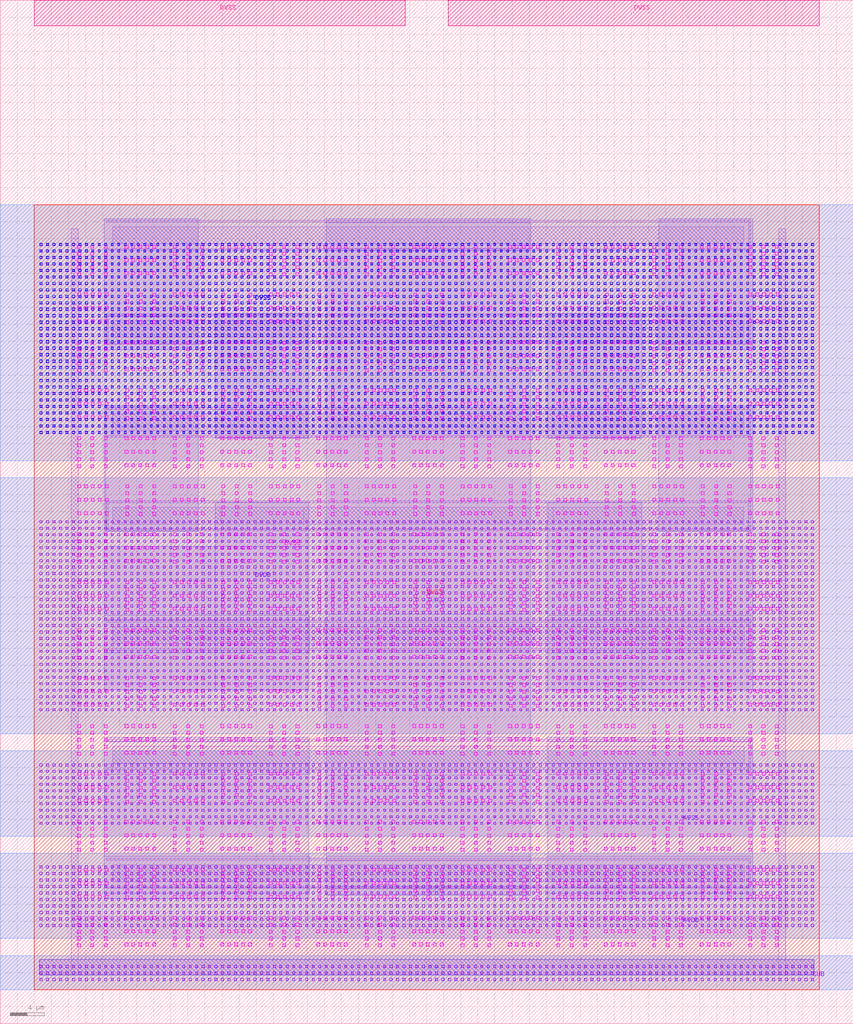
<source format=lef>
VERSION 5.7 ;
BUSBITCHARS "[]" ;
DIVIDERCHAR "/" ;

MACRO PAD_DVSS
  CLASS BLOCK ;
  ORIGIN 0 0 ;
  FOREIGN PAD_DVSS 0 0 ;
  SIZE 100 BY 120 ;
  SYMMETRY X Y R90 ;
  PIN DVDD
    DIRECTION INOUT ;
    USE POWER ;
    PORT
      LAYER M3 ;
        RECT 0 34 100 64 ;
      LAYER M4 ;
        RECT 0 34 100 64 ;
      LAYER V4 ;
        RECT 80.65 58.725 80.91 58.985 ;
        RECT 80.65 57.965 80.91 58.225 ;
        RECT 80.65 57.205 80.91 57.465 ;
        RECT 80.65 56.445 80.91 56.705 ;
        RECT 80.65 55.685 80.91 55.945 ;
        RECT 80.65 54.925 80.91 55.185 ;
        RECT 80.65 54.165 80.91 54.425 ;
        RECT 80.65 53.405 80.91 53.665 ;
        RECT 80.65 52.645 80.91 52.905 ;
        RECT 80.65 51.885 80.91 52.145 ;
        RECT 80.65 51.125 80.91 51.385 ;
        RECT 80.65 50.365 80.91 50.625 ;
        RECT 80.65 49.605 80.91 49.865 ;
        RECT 80.65 48.845 80.91 49.105 ;
        RECT 80.65 48.085 80.91 48.345 ;
        RECT 80.65 47.325 80.91 47.585 ;
        RECT 80.65 46.565 80.91 46.825 ;
        RECT 80.65 45.805 80.91 46.065 ;
        RECT 80.65 45.045 80.91 45.305 ;
        RECT 80.65 44.285 80.91 44.545 ;
        RECT 80.65 43.525 80.91 43.785 ;
        RECT 80.65 42.765 80.91 43.025 ;
        RECT 80.65 42.005 80.91 42.265 ;
        RECT 80.65 41.245 80.91 41.505 ;
        RECT 80.65 40.485 80.91 40.745 ;
        RECT 80.65 39.725 80.91 39.985 ;
        RECT 80.65 38.965 80.91 39.225 ;
        RECT 80.65 38.205 80.91 38.465 ;
        RECT 80.65 37.445 80.91 37.705 ;
        RECT 80.65 36.685 80.91 36.945 ;
        RECT 81.41 58.725 81.67 58.985 ;
        RECT 81.41 57.965 81.67 58.225 ;
        RECT 81.41 57.205 81.67 57.465 ;
        RECT 81.41 56.445 81.67 56.705 ;
        RECT 81.41 55.685 81.67 55.945 ;
        RECT 81.41 54.925 81.67 55.185 ;
        RECT 81.41 54.165 81.67 54.425 ;
        RECT 81.41 53.405 81.67 53.665 ;
        RECT 81.41 52.645 81.67 52.905 ;
        RECT 81.41 51.885 81.67 52.145 ;
        RECT 81.41 51.125 81.67 51.385 ;
        RECT 81.41 50.365 81.67 50.625 ;
        RECT 81.41 49.605 81.67 49.865 ;
        RECT 81.41 48.845 81.67 49.105 ;
        RECT 81.41 48.085 81.67 48.345 ;
        RECT 81.41 47.325 81.67 47.585 ;
        RECT 81.41 46.565 81.67 46.825 ;
        RECT 81.41 45.805 81.67 46.065 ;
        RECT 81.41 45.045 81.67 45.305 ;
        RECT 81.41 44.285 81.67 44.545 ;
        RECT 81.41 43.525 81.67 43.785 ;
        RECT 81.41 42.765 81.67 43.025 ;
        RECT 81.41 42.005 81.67 42.265 ;
        RECT 81.41 41.245 81.67 41.505 ;
        RECT 81.41 40.485 81.67 40.745 ;
        RECT 81.41 39.725 81.67 39.985 ;
        RECT 81.41 38.965 81.67 39.225 ;
        RECT 81.41 38.205 81.67 38.465 ;
        RECT 81.41 37.445 81.67 37.705 ;
        RECT 81.41 36.685 81.67 36.945 ;
        RECT 82.17 58.725 82.43 58.985 ;
        RECT 82.17 57.965 82.43 58.225 ;
        RECT 82.17 57.205 82.43 57.465 ;
        RECT 82.17 56.445 82.43 56.705 ;
        RECT 82.17 55.685 82.43 55.945 ;
        RECT 82.17 54.925 82.43 55.185 ;
        RECT 82.17 54.165 82.43 54.425 ;
        RECT 82.17 53.405 82.43 53.665 ;
        RECT 82.17 52.645 82.43 52.905 ;
        RECT 82.17 51.885 82.43 52.145 ;
        RECT 82.17 51.125 82.43 51.385 ;
        RECT 82.17 50.365 82.43 50.625 ;
        RECT 82.17 49.605 82.43 49.865 ;
        RECT 82.17 48.845 82.43 49.105 ;
        RECT 82.17 48.085 82.43 48.345 ;
        RECT 82.17 47.325 82.43 47.585 ;
        RECT 82.17 46.565 82.43 46.825 ;
        RECT 82.17 45.805 82.43 46.065 ;
        RECT 82.17 45.045 82.43 45.305 ;
        RECT 82.17 44.285 82.43 44.545 ;
        RECT 82.17 43.525 82.43 43.785 ;
        RECT 82.17 42.765 82.43 43.025 ;
        RECT 82.17 42.005 82.43 42.265 ;
        RECT 82.17 41.245 82.43 41.505 ;
        RECT 82.17 40.485 82.43 40.745 ;
        RECT 82.17 39.725 82.43 39.985 ;
        RECT 82.17 38.965 82.43 39.225 ;
        RECT 82.17 38.205 82.43 38.465 ;
        RECT 82.17 37.445 82.43 37.705 ;
        RECT 82.17 36.685 82.43 36.945 ;
        RECT 82.93 58.725 83.19 58.985 ;
        RECT 82.93 57.965 83.19 58.225 ;
        RECT 82.93 57.205 83.19 57.465 ;
        RECT 82.93 56.445 83.19 56.705 ;
        RECT 82.93 55.685 83.19 55.945 ;
        RECT 82.93 54.925 83.19 55.185 ;
        RECT 82.93 54.165 83.19 54.425 ;
        RECT 82.93 53.405 83.19 53.665 ;
        RECT 82.93 52.645 83.19 52.905 ;
        RECT 82.93 51.885 83.19 52.145 ;
        RECT 82.93 51.125 83.19 51.385 ;
        RECT 82.93 50.365 83.19 50.625 ;
        RECT 82.93 49.605 83.19 49.865 ;
        RECT 82.93 48.845 83.19 49.105 ;
        RECT 82.93 48.085 83.19 48.345 ;
        RECT 82.93 47.325 83.19 47.585 ;
        RECT 82.93 46.565 83.19 46.825 ;
        RECT 82.93 45.805 83.19 46.065 ;
        RECT 82.93 45.045 83.19 45.305 ;
        RECT 82.93 44.285 83.19 44.545 ;
        RECT 82.93 43.525 83.19 43.785 ;
        RECT 82.93 42.765 83.19 43.025 ;
        RECT 82.93 42.005 83.19 42.265 ;
        RECT 82.93 41.245 83.19 41.505 ;
        RECT 82.93 40.485 83.19 40.745 ;
        RECT 82.93 39.725 83.19 39.985 ;
        RECT 82.93 38.965 83.19 39.225 ;
        RECT 82.93 38.205 83.19 38.465 ;
        RECT 82.93 37.445 83.19 37.705 ;
        RECT 82.93 36.685 83.19 36.945 ;
        RECT 83.69 58.725 83.95 58.985 ;
        RECT 83.69 57.965 83.95 58.225 ;
        RECT 83.69 57.205 83.95 57.465 ;
        RECT 83.69 56.445 83.95 56.705 ;
        RECT 83.69 55.685 83.95 55.945 ;
        RECT 83.69 54.925 83.95 55.185 ;
        RECT 83.69 54.165 83.95 54.425 ;
        RECT 83.69 53.405 83.95 53.665 ;
        RECT 83.69 52.645 83.95 52.905 ;
        RECT 83.69 51.885 83.95 52.145 ;
        RECT 83.69 51.125 83.95 51.385 ;
        RECT 83.69 50.365 83.95 50.625 ;
        RECT 83.69 49.605 83.95 49.865 ;
        RECT 83.69 48.845 83.95 49.105 ;
        RECT 83.69 48.085 83.95 48.345 ;
        RECT 83.69 47.325 83.95 47.585 ;
        RECT 83.69 46.565 83.95 46.825 ;
        RECT 83.69 45.805 83.95 46.065 ;
        RECT 83.69 45.045 83.95 45.305 ;
        RECT 83.69 44.285 83.95 44.545 ;
        RECT 83.69 43.525 83.95 43.785 ;
        RECT 83.69 42.765 83.95 43.025 ;
        RECT 83.69 42.005 83.95 42.265 ;
        RECT 83.69 41.245 83.95 41.505 ;
        RECT 83.69 40.485 83.95 40.745 ;
        RECT 83.69 39.725 83.95 39.985 ;
        RECT 83.69 38.965 83.95 39.225 ;
        RECT 83.69 38.205 83.95 38.465 ;
        RECT 83.69 37.445 83.95 37.705 ;
        RECT 83.69 36.685 83.95 36.945 ;
        RECT 84.45 58.725 84.71 58.985 ;
        RECT 84.45 57.965 84.71 58.225 ;
        RECT 84.45 57.205 84.71 57.465 ;
        RECT 84.45 56.445 84.71 56.705 ;
        RECT 84.45 55.685 84.71 55.945 ;
        RECT 84.45 54.925 84.71 55.185 ;
        RECT 84.45 54.165 84.71 54.425 ;
        RECT 84.45 53.405 84.71 53.665 ;
        RECT 84.45 52.645 84.71 52.905 ;
        RECT 84.45 51.885 84.71 52.145 ;
        RECT 84.45 51.125 84.71 51.385 ;
        RECT 84.45 50.365 84.71 50.625 ;
        RECT 84.45 49.605 84.71 49.865 ;
        RECT 84.45 48.845 84.71 49.105 ;
        RECT 84.45 48.085 84.71 48.345 ;
        RECT 84.45 47.325 84.71 47.585 ;
        RECT 84.45 46.565 84.71 46.825 ;
        RECT 84.45 45.805 84.71 46.065 ;
        RECT 84.45 45.045 84.71 45.305 ;
        RECT 84.45 44.285 84.71 44.545 ;
        RECT 84.45 43.525 84.71 43.785 ;
        RECT 84.45 42.765 84.71 43.025 ;
        RECT 84.45 42.005 84.71 42.265 ;
        RECT 84.45 41.245 84.71 41.505 ;
        RECT 84.45 40.485 84.71 40.745 ;
        RECT 84.45 39.725 84.71 39.985 ;
        RECT 84.45 38.965 84.71 39.225 ;
        RECT 84.45 38.205 84.71 38.465 ;
        RECT 84.45 37.445 84.71 37.705 ;
        RECT 84.45 36.685 84.71 36.945 ;
        RECT 85.21 58.725 85.47 58.985 ;
        RECT 85.21 57.965 85.47 58.225 ;
        RECT 85.21 57.205 85.47 57.465 ;
        RECT 85.21 56.445 85.47 56.705 ;
        RECT 85.21 55.685 85.47 55.945 ;
        RECT 85.21 54.925 85.47 55.185 ;
        RECT 85.21 54.165 85.47 54.425 ;
        RECT 85.21 53.405 85.47 53.665 ;
        RECT 85.21 52.645 85.47 52.905 ;
        RECT 85.21 51.885 85.47 52.145 ;
        RECT 85.21 51.125 85.47 51.385 ;
        RECT 85.21 50.365 85.47 50.625 ;
        RECT 85.21 49.605 85.47 49.865 ;
        RECT 85.21 48.845 85.47 49.105 ;
        RECT 85.21 48.085 85.47 48.345 ;
        RECT 85.21 47.325 85.47 47.585 ;
        RECT 85.21 46.565 85.47 46.825 ;
        RECT 85.21 45.805 85.47 46.065 ;
        RECT 85.21 45.045 85.47 45.305 ;
        RECT 85.21 44.285 85.47 44.545 ;
        RECT 85.21 43.525 85.47 43.785 ;
        RECT 85.21 42.765 85.47 43.025 ;
        RECT 85.21 42.005 85.47 42.265 ;
        RECT 85.21 41.245 85.47 41.505 ;
        RECT 85.21 40.485 85.47 40.745 ;
        RECT 85.21 39.725 85.47 39.985 ;
        RECT 85.21 38.965 85.47 39.225 ;
        RECT 85.21 38.205 85.47 38.465 ;
        RECT 85.21 37.445 85.47 37.705 ;
        RECT 85.21 36.685 85.47 36.945 ;
        RECT 85.97 58.725 86.23 58.985 ;
        RECT 85.97 57.965 86.23 58.225 ;
        RECT 85.97 57.205 86.23 57.465 ;
        RECT 85.97 56.445 86.23 56.705 ;
        RECT 85.97 55.685 86.23 55.945 ;
        RECT 85.97 54.925 86.23 55.185 ;
        RECT 85.97 54.165 86.23 54.425 ;
        RECT 85.97 53.405 86.23 53.665 ;
        RECT 85.97 52.645 86.23 52.905 ;
        RECT 85.97 51.885 86.23 52.145 ;
        RECT 85.97 51.125 86.23 51.385 ;
        RECT 85.97 50.365 86.23 50.625 ;
        RECT 85.97 49.605 86.23 49.865 ;
        RECT 85.97 48.845 86.23 49.105 ;
        RECT 85.97 48.085 86.23 48.345 ;
        RECT 85.97 47.325 86.23 47.585 ;
        RECT 85.97 46.565 86.23 46.825 ;
        RECT 85.97 45.805 86.23 46.065 ;
        RECT 85.97 45.045 86.23 45.305 ;
        RECT 85.97 44.285 86.23 44.545 ;
        RECT 85.97 43.525 86.23 43.785 ;
        RECT 85.97 42.765 86.23 43.025 ;
        RECT 85.97 42.005 86.23 42.265 ;
        RECT 85.97 41.245 86.23 41.505 ;
        RECT 85.97 40.485 86.23 40.745 ;
        RECT 85.97 39.725 86.23 39.985 ;
        RECT 85.97 38.965 86.23 39.225 ;
        RECT 85.97 38.205 86.23 38.465 ;
        RECT 85.97 37.445 86.23 37.705 ;
        RECT 85.97 36.685 86.23 36.945 ;
        RECT 86.73 58.725 86.99 58.985 ;
        RECT 86.73 57.965 86.99 58.225 ;
        RECT 86.73 57.205 86.99 57.465 ;
        RECT 86.73 56.445 86.99 56.705 ;
        RECT 86.73 55.685 86.99 55.945 ;
        RECT 86.73 54.925 86.99 55.185 ;
        RECT 86.73 54.165 86.99 54.425 ;
        RECT 86.73 53.405 86.99 53.665 ;
        RECT 86.73 52.645 86.99 52.905 ;
        RECT 86.73 51.885 86.99 52.145 ;
        RECT 86.73 51.125 86.99 51.385 ;
        RECT 86.73 50.365 86.99 50.625 ;
        RECT 86.73 49.605 86.99 49.865 ;
        RECT 86.73 48.845 86.99 49.105 ;
        RECT 86.73 48.085 86.99 48.345 ;
        RECT 86.73 47.325 86.99 47.585 ;
        RECT 86.73 46.565 86.99 46.825 ;
        RECT 86.73 45.805 86.99 46.065 ;
        RECT 86.73 45.045 86.99 45.305 ;
        RECT 86.73 44.285 86.99 44.545 ;
        RECT 86.73 43.525 86.99 43.785 ;
        RECT 86.73 42.765 86.99 43.025 ;
        RECT 86.73 42.005 86.99 42.265 ;
        RECT 86.73 41.245 86.99 41.505 ;
        RECT 86.73 40.485 86.99 40.745 ;
        RECT 86.73 39.725 86.99 39.985 ;
        RECT 86.73 38.965 86.99 39.225 ;
        RECT 86.73 38.205 86.99 38.465 ;
        RECT 86.73 37.445 86.99 37.705 ;
        RECT 86.73 36.685 86.99 36.945 ;
        RECT 87.49 58.725 87.75 58.985 ;
        RECT 87.49 57.965 87.75 58.225 ;
        RECT 87.49 57.205 87.75 57.465 ;
        RECT 87.49 56.445 87.75 56.705 ;
        RECT 87.49 55.685 87.75 55.945 ;
        RECT 87.49 54.925 87.75 55.185 ;
        RECT 87.49 54.165 87.75 54.425 ;
        RECT 87.49 53.405 87.75 53.665 ;
        RECT 87.49 52.645 87.75 52.905 ;
        RECT 87.49 51.885 87.75 52.145 ;
        RECT 87.49 51.125 87.75 51.385 ;
        RECT 87.49 50.365 87.75 50.625 ;
        RECT 87.49 49.605 87.75 49.865 ;
        RECT 87.49 48.845 87.75 49.105 ;
        RECT 87.49 48.085 87.75 48.345 ;
        RECT 87.49 47.325 87.75 47.585 ;
        RECT 87.49 46.565 87.75 46.825 ;
        RECT 87.49 45.805 87.75 46.065 ;
        RECT 87.49 45.045 87.75 45.305 ;
        RECT 87.49 44.285 87.75 44.545 ;
        RECT 87.49 43.525 87.75 43.785 ;
        RECT 87.49 42.765 87.75 43.025 ;
        RECT 87.49 42.005 87.75 42.265 ;
        RECT 87.49 41.245 87.75 41.505 ;
        RECT 87.49 40.485 87.75 40.745 ;
        RECT 87.49 39.725 87.75 39.985 ;
        RECT 87.49 38.965 87.75 39.225 ;
        RECT 87.49 38.205 87.75 38.465 ;
        RECT 87.49 37.445 87.75 37.705 ;
        RECT 87.49 36.685 87.75 36.945 ;
        RECT 88.25 58.725 88.51 58.985 ;
        RECT 88.25 57.965 88.51 58.225 ;
        RECT 88.25 57.205 88.51 57.465 ;
        RECT 88.25 56.445 88.51 56.705 ;
        RECT 88.25 55.685 88.51 55.945 ;
        RECT 88.25 54.925 88.51 55.185 ;
        RECT 88.25 54.165 88.51 54.425 ;
        RECT 88.25 53.405 88.51 53.665 ;
        RECT 88.25 52.645 88.51 52.905 ;
        RECT 88.25 51.885 88.51 52.145 ;
        RECT 88.25 51.125 88.51 51.385 ;
        RECT 88.25 50.365 88.51 50.625 ;
        RECT 88.25 49.605 88.51 49.865 ;
        RECT 88.25 48.845 88.51 49.105 ;
        RECT 88.25 48.085 88.51 48.345 ;
        RECT 88.25 47.325 88.51 47.585 ;
        RECT 88.25 46.565 88.51 46.825 ;
        RECT 88.25 45.805 88.51 46.065 ;
        RECT 88.25 45.045 88.51 45.305 ;
        RECT 88.25 44.285 88.51 44.545 ;
        RECT 88.25 43.525 88.51 43.785 ;
        RECT 88.25 42.765 88.51 43.025 ;
        RECT 88.25 42.005 88.51 42.265 ;
        RECT 88.25 41.245 88.51 41.505 ;
        RECT 88.25 40.485 88.51 40.745 ;
        RECT 88.25 39.725 88.51 39.985 ;
        RECT 88.25 38.965 88.51 39.225 ;
        RECT 88.25 38.205 88.51 38.465 ;
        RECT 88.25 37.445 88.51 37.705 ;
        RECT 88.25 36.685 88.51 36.945 ;
        RECT 89.01 58.725 89.27 58.985 ;
        RECT 89.01 57.965 89.27 58.225 ;
        RECT 89.01 57.205 89.27 57.465 ;
        RECT 89.01 56.445 89.27 56.705 ;
        RECT 89.01 55.685 89.27 55.945 ;
        RECT 89.01 54.925 89.27 55.185 ;
        RECT 89.01 54.165 89.27 54.425 ;
        RECT 89.01 53.405 89.27 53.665 ;
        RECT 89.01 52.645 89.27 52.905 ;
        RECT 89.01 51.885 89.27 52.145 ;
        RECT 89.01 51.125 89.27 51.385 ;
        RECT 89.01 50.365 89.27 50.625 ;
        RECT 89.01 49.605 89.27 49.865 ;
        RECT 89.01 48.845 89.27 49.105 ;
        RECT 89.01 48.085 89.27 48.345 ;
        RECT 89.01 47.325 89.27 47.585 ;
        RECT 89.01 46.565 89.27 46.825 ;
        RECT 89.01 45.805 89.27 46.065 ;
        RECT 89.01 45.045 89.27 45.305 ;
        RECT 89.01 44.285 89.27 44.545 ;
        RECT 89.01 43.525 89.27 43.785 ;
        RECT 89.01 42.765 89.27 43.025 ;
        RECT 89.01 42.005 89.27 42.265 ;
        RECT 89.01 41.245 89.27 41.505 ;
        RECT 89.01 40.485 89.27 40.745 ;
        RECT 89.01 39.725 89.27 39.985 ;
        RECT 89.01 38.965 89.27 39.225 ;
        RECT 89.01 38.205 89.27 38.465 ;
        RECT 89.01 37.445 89.27 37.705 ;
        RECT 89.01 36.685 89.27 36.945 ;
        RECT 89.77 58.725 90.03 58.985 ;
        RECT 89.77 57.965 90.03 58.225 ;
        RECT 89.77 57.205 90.03 57.465 ;
        RECT 89.77 56.445 90.03 56.705 ;
        RECT 89.77 55.685 90.03 55.945 ;
        RECT 89.77 54.925 90.03 55.185 ;
        RECT 89.77 54.165 90.03 54.425 ;
        RECT 89.77 53.405 90.03 53.665 ;
        RECT 89.77 52.645 90.03 52.905 ;
        RECT 89.77 51.885 90.03 52.145 ;
        RECT 89.77 51.125 90.03 51.385 ;
        RECT 89.77 50.365 90.03 50.625 ;
        RECT 89.77 49.605 90.03 49.865 ;
        RECT 89.77 48.845 90.03 49.105 ;
        RECT 89.77 48.085 90.03 48.345 ;
        RECT 89.77 47.325 90.03 47.585 ;
        RECT 89.77 46.565 90.03 46.825 ;
        RECT 89.77 45.805 90.03 46.065 ;
        RECT 89.77 45.045 90.03 45.305 ;
        RECT 89.77 44.285 90.03 44.545 ;
        RECT 89.77 43.525 90.03 43.785 ;
        RECT 89.77 42.765 90.03 43.025 ;
        RECT 89.77 42.005 90.03 42.265 ;
        RECT 89.77 41.245 90.03 41.505 ;
        RECT 89.77 40.485 90.03 40.745 ;
        RECT 89.77 39.725 90.03 39.985 ;
        RECT 89.77 38.965 90.03 39.225 ;
        RECT 89.77 38.205 90.03 38.465 ;
        RECT 89.77 37.445 90.03 37.705 ;
        RECT 89.77 36.685 90.03 36.945 ;
        RECT 90.53 58.725 90.79 58.985 ;
        RECT 90.53 57.965 90.79 58.225 ;
        RECT 90.53 57.205 90.79 57.465 ;
        RECT 90.53 56.445 90.79 56.705 ;
        RECT 90.53 55.685 90.79 55.945 ;
        RECT 90.53 54.925 90.79 55.185 ;
        RECT 90.53 54.165 90.79 54.425 ;
        RECT 90.53 53.405 90.79 53.665 ;
        RECT 90.53 52.645 90.79 52.905 ;
        RECT 90.53 51.885 90.79 52.145 ;
        RECT 90.53 51.125 90.79 51.385 ;
        RECT 90.53 50.365 90.79 50.625 ;
        RECT 90.53 49.605 90.79 49.865 ;
        RECT 90.53 48.845 90.79 49.105 ;
        RECT 90.53 48.085 90.79 48.345 ;
        RECT 90.53 47.325 90.79 47.585 ;
        RECT 90.53 46.565 90.79 46.825 ;
        RECT 90.53 45.805 90.79 46.065 ;
        RECT 90.53 45.045 90.79 45.305 ;
        RECT 90.53 44.285 90.79 44.545 ;
        RECT 90.53 43.525 90.79 43.785 ;
        RECT 90.53 42.765 90.79 43.025 ;
        RECT 90.53 42.005 90.79 42.265 ;
        RECT 90.53 41.245 90.79 41.505 ;
        RECT 90.53 40.485 90.79 40.745 ;
        RECT 90.53 39.725 90.79 39.985 ;
        RECT 90.53 38.965 90.79 39.225 ;
        RECT 90.53 38.205 90.79 38.465 ;
        RECT 90.53 37.445 90.79 37.705 ;
        RECT 90.53 36.685 90.79 36.945 ;
        RECT 91.29 58.725 91.55 58.985 ;
        RECT 91.29 57.965 91.55 58.225 ;
        RECT 91.29 57.205 91.55 57.465 ;
        RECT 91.29 56.445 91.55 56.705 ;
        RECT 91.29 55.685 91.55 55.945 ;
        RECT 91.29 54.925 91.55 55.185 ;
        RECT 91.29 54.165 91.55 54.425 ;
        RECT 91.29 53.405 91.55 53.665 ;
        RECT 91.29 52.645 91.55 52.905 ;
        RECT 91.29 51.885 91.55 52.145 ;
        RECT 91.29 51.125 91.55 51.385 ;
        RECT 91.29 50.365 91.55 50.625 ;
        RECT 91.29 49.605 91.55 49.865 ;
        RECT 91.29 48.845 91.55 49.105 ;
        RECT 91.29 48.085 91.55 48.345 ;
        RECT 91.29 47.325 91.55 47.585 ;
        RECT 91.29 46.565 91.55 46.825 ;
        RECT 91.29 45.805 91.55 46.065 ;
        RECT 91.29 45.045 91.55 45.305 ;
        RECT 91.29 44.285 91.55 44.545 ;
        RECT 91.29 43.525 91.55 43.785 ;
        RECT 91.29 42.765 91.55 43.025 ;
        RECT 91.29 42.005 91.55 42.265 ;
        RECT 91.29 41.245 91.55 41.505 ;
        RECT 91.29 40.485 91.55 40.745 ;
        RECT 91.29 39.725 91.55 39.985 ;
        RECT 91.29 38.965 91.55 39.225 ;
        RECT 91.29 38.205 91.55 38.465 ;
        RECT 91.29 37.445 91.55 37.705 ;
        RECT 91.29 36.685 91.55 36.945 ;
        RECT 92.05 58.725 92.31 58.985 ;
        RECT 92.05 57.965 92.31 58.225 ;
        RECT 92.05 57.205 92.31 57.465 ;
        RECT 92.05 56.445 92.31 56.705 ;
        RECT 92.05 55.685 92.31 55.945 ;
        RECT 92.05 54.925 92.31 55.185 ;
        RECT 92.05 54.165 92.31 54.425 ;
        RECT 92.05 53.405 92.31 53.665 ;
        RECT 92.05 52.645 92.31 52.905 ;
        RECT 92.05 51.885 92.31 52.145 ;
        RECT 92.05 51.125 92.31 51.385 ;
        RECT 92.05 50.365 92.31 50.625 ;
        RECT 92.05 49.605 92.31 49.865 ;
        RECT 92.05 48.845 92.31 49.105 ;
        RECT 92.05 48.085 92.31 48.345 ;
        RECT 92.05 47.325 92.31 47.585 ;
        RECT 92.05 46.565 92.31 46.825 ;
        RECT 92.05 45.805 92.31 46.065 ;
        RECT 92.05 45.045 92.31 45.305 ;
        RECT 92.05 44.285 92.31 44.545 ;
        RECT 92.05 43.525 92.31 43.785 ;
        RECT 92.05 42.765 92.31 43.025 ;
        RECT 92.05 42.005 92.31 42.265 ;
        RECT 92.05 41.245 92.31 41.505 ;
        RECT 92.05 40.485 92.31 40.745 ;
        RECT 92.05 39.725 92.31 39.985 ;
        RECT 92.05 38.965 92.31 39.225 ;
        RECT 92.05 38.205 92.31 38.465 ;
        RECT 92.05 37.445 92.31 37.705 ;
        RECT 92.05 36.685 92.31 36.945 ;
        RECT 92.81 58.725 93.07 58.985 ;
        RECT 92.81 57.965 93.07 58.225 ;
        RECT 92.81 57.205 93.07 57.465 ;
        RECT 92.81 56.445 93.07 56.705 ;
        RECT 92.81 55.685 93.07 55.945 ;
        RECT 92.81 54.925 93.07 55.185 ;
        RECT 92.81 54.165 93.07 54.425 ;
        RECT 92.81 53.405 93.07 53.665 ;
        RECT 92.81 52.645 93.07 52.905 ;
        RECT 92.81 51.885 93.07 52.145 ;
        RECT 92.81 51.125 93.07 51.385 ;
        RECT 92.81 50.365 93.07 50.625 ;
        RECT 92.81 49.605 93.07 49.865 ;
        RECT 92.81 48.845 93.07 49.105 ;
        RECT 92.81 48.085 93.07 48.345 ;
        RECT 92.81 47.325 93.07 47.585 ;
        RECT 92.81 46.565 93.07 46.825 ;
        RECT 92.81 45.805 93.07 46.065 ;
        RECT 92.81 45.045 93.07 45.305 ;
        RECT 92.81 44.285 93.07 44.545 ;
        RECT 92.81 43.525 93.07 43.785 ;
        RECT 92.81 42.765 93.07 43.025 ;
        RECT 92.81 42.005 93.07 42.265 ;
        RECT 92.81 41.245 93.07 41.505 ;
        RECT 92.81 40.485 93.07 40.745 ;
        RECT 92.81 39.725 93.07 39.985 ;
        RECT 92.81 38.965 93.07 39.225 ;
        RECT 92.81 38.205 93.07 38.465 ;
        RECT 92.81 37.445 93.07 37.705 ;
        RECT 92.81 36.685 93.07 36.945 ;
        RECT 93.57 58.725 93.83 58.985 ;
        RECT 93.57 57.965 93.83 58.225 ;
        RECT 93.57 57.205 93.83 57.465 ;
        RECT 93.57 56.445 93.83 56.705 ;
        RECT 93.57 55.685 93.83 55.945 ;
        RECT 93.57 54.925 93.83 55.185 ;
        RECT 93.57 54.165 93.83 54.425 ;
        RECT 93.57 53.405 93.83 53.665 ;
        RECT 93.57 52.645 93.83 52.905 ;
        RECT 93.57 51.885 93.83 52.145 ;
        RECT 93.57 51.125 93.83 51.385 ;
        RECT 93.57 50.365 93.83 50.625 ;
        RECT 93.57 49.605 93.83 49.865 ;
        RECT 93.57 48.845 93.83 49.105 ;
        RECT 93.57 48.085 93.83 48.345 ;
        RECT 93.57 47.325 93.83 47.585 ;
        RECT 93.57 46.565 93.83 46.825 ;
        RECT 93.57 45.805 93.83 46.065 ;
        RECT 93.57 45.045 93.83 45.305 ;
        RECT 93.57 44.285 93.83 44.545 ;
        RECT 93.57 43.525 93.83 43.785 ;
        RECT 93.57 42.765 93.83 43.025 ;
        RECT 93.57 42.005 93.83 42.265 ;
        RECT 93.57 41.245 93.83 41.505 ;
        RECT 93.57 40.485 93.83 40.745 ;
        RECT 93.57 39.725 93.83 39.985 ;
        RECT 93.57 38.965 93.83 39.225 ;
        RECT 93.57 38.205 93.83 38.465 ;
        RECT 93.57 37.445 93.83 37.705 ;
        RECT 93.57 36.685 93.83 36.945 ;
        RECT 94.33 58.725 94.59 58.985 ;
        RECT 94.33 57.965 94.59 58.225 ;
        RECT 94.33 57.205 94.59 57.465 ;
        RECT 94.33 56.445 94.59 56.705 ;
        RECT 94.33 55.685 94.59 55.945 ;
        RECT 94.33 54.925 94.59 55.185 ;
        RECT 94.33 54.165 94.59 54.425 ;
        RECT 94.33 53.405 94.59 53.665 ;
        RECT 94.33 52.645 94.59 52.905 ;
        RECT 94.33 51.885 94.59 52.145 ;
        RECT 94.33 51.125 94.59 51.385 ;
        RECT 94.33 50.365 94.59 50.625 ;
        RECT 94.33 49.605 94.59 49.865 ;
        RECT 94.33 48.845 94.59 49.105 ;
        RECT 94.33 48.085 94.59 48.345 ;
        RECT 94.33 47.325 94.59 47.585 ;
        RECT 94.33 46.565 94.59 46.825 ;
        RECT 94.33 45.805 94.59 46.065 ;
        RECT 94.33 45.045 94.59 45.305 ;
        RECT 94.33 44.285 94.59 44.545 ;
        RECT 94.33 43.525 94.59 43.785 ;
        RECT 94.33 42.765 94.59 43.025 ;
        RECT 94.33 42.005 94.59 42.265 ;
        RECT 94.33 41.245 94.59 41.505 ;
        RECT 94.33 40.485 94.59 40.745 ;
        RECT 94.33 39.725 94.59 39.985 ;
        RECT 94.33 38.965 94.59 39.225 ;
        RECT 94.33 38.205 94.59 38.465 ;
        RECT 94.33 37.445 94.59 37.705 ;
        RECT 94.33 36.685 94.59 36.945 ;
        RECT 95.09 58.725 95.35 58.985 ;
        RECT 95.09 57.965 95.35 58.225 ;
        RECT 95.09 57.205 95.35 57.465 ;
        RECT 95.09 56.445 95.35 56.705 ;
        RECT 95.09 55.685 95.35 55.945 ;
        RECT 95.09 54.925 95.35 55.185 ;
        RECT 95.09 54.165 95.35 54.425 ;
        RECT 95.09 53.405 95.35 53.665 ;
        RECT 95.09 52.645 95.35 52.905 ;
        RECT 95.09 51.885 95.35 52.145 ;
        RECT 95.09 51.125 95.35 51.385 ;
        RECT 95.09 50.365 95.35 50.625 ;
        RECT 95.09 49.605 95.35 49.865 ;
        RECT 95.09 48.845 95.35 49.105 ;
        RECT 95.09 48.085 95.35 48.345 ;
        RECT 95.09 47.325 95.35 47.585 ;
        RECT 95.09 46.565 95.35 46.825 ;
        RECT 95.09 45.805 95.35 46.065 ;
        RECT 95.09 45.045 95.35 45.305 ;
        RECT 95.09 44.285 95.35 44.545 ;
        RECT 95.09 43.525 95.35 43.785 ;
        RECT 95.09 42.765 95.35 43.025 ;
        RECT 95.09 42.005 95.35 42.265 ;
        RECT 95.09 41.245 95.35 41.505 ;
        RECT 95.09 40.485 95.35 40.745 ;
        RECT 95.09 39.725 95.35 39.985 ;
        RECT 95.09 38.965 95.35 39.225 ;
        RECT 95.09 38.205 95.35 38.465 ;
        RECT 95.09 37.445 95.35 37.705 ;
        RECT 95.09 36.685 95.35 36.945 ;
        RECT 54.81 43.525 55.07 43.785 ;
        RECT 54.81 42.765 55.07 43.025 ;
        RECT 54.81 42.005 55.07 42.265 ;
        RECT 54.81 41.245 55.07 41.505 ;
        RECT 54.81 40.485 55.07 40.745 ;
        RECT 54.81 39.725 55.07 39.985 ;
        RECT 54.81 38.965 55.07 39.225 ;
        RECT 54.81 38.205 55.07 38.465 ;
        RECT 54.81 37.445 55.07 37.705 ;
        RECT 54.81 36.685 55.07 36.945 ;
        RECT 55.57 58.725 55.83 58.985 ;
        RECT 55.57 57.965 55.83 58.225 ;
        RECT 55.57 57.205 55.83 57.465 ;
        RECT 55.57 56.445 55.83 56.705 ;
        RECT 55.57 55.685 55.83 55.945 ;
        RECT 55.57 54.925 55.83 55.185 ;
        RECT 55.57 54.165 55.83 54.425 ;
        RECT 55.57 53.405 55.83 53.665 ;
        RECT 55.57 52.645 55.83 52.905 ;
        RECT 55.57 51.885 55.83 52.145 ;
        RECT 55.57 51.125 55.83 51.385 ;
        RECT 55.57 50.365 55.83 50.625 ;
        RECT 55.57 49.605 55.83 49.865 ;
        RECT 55.57 48.845 55.83 49.105 ;
        RECT 55.57 48.085 55.83 48.345 ;
        RECT 55.57 47.325 55.83 47.585 ;
        RECT 55.57 46.565 55.83 46.825 ;
        RECT 55.57 45.805 55.83 46.065 ;
        RECT 55.57 45.045 55.83 45.305 ;
        RECT 55.57 44.285 55.83 44.545 ;
        RECT 55.57 43.525 55.83 43.785 ;
        RECT 55.57 42.765 55.83 43.025 ;
        RECT 55.57 42.005 55.83 42.265 ;
        RECT 55.57 41.245 55.83 41.505 ;
        RECT 55.57 40.485 55.83 40.745 ;
        RECT 55.57 39.725 55.83 39.985 ;
        RECT 55.57 38.965 55.83 39.225 ;
        RECT 55.57 38.205 55.83 38.465 ;
        RECT 55.57 37.445 55.83 37.705 ;
        RECT 55.57 36.685 55.83 36.945 ;
        RECT 56.33 58.725 56.59 58.985 ;
        RECT 56.33 57.965 56.59 58.225 ;
        RECT 56.33 57.205 56.59 57.465 ;
        RECT 56.33 56.445 56.59 56.705 ;
        RECT 56.33 55.685 56.59 55.945 ;
        RECT 56.33 54.925 56.59 55.185 ;
        RECT 56.33 54.165 56.59 54.425 ;
        RECT 56.33 53.405 56.59 53.665 ;
        RECT 56.33 52.645 56.59 52.905 ;
        RECT 56.33 51.885 56.59 52.145 ;
        RECT 56.33 51.125 56.59 51.385 ;
        RECT 56.33 50.365 56.59 50.625 ;
        RECT 56.33 49.605 56.59 49.865 ;
        RECT 56.33 48.845 56.59 49.105 ;
        RECT 56.33 48.085 56.59 48.345 ;
        RECT 56.33 47.325 56.59 47.585 ;
        RECT 56.33 46.565 56.59 46.825 ;
        RECT 56.33 45.805 56.59 46.065 ;
        RECT 56.33 45.045 56.59 45.305 ;
        RECT 56.33 44.285 56.59 44.545 ;
        RECT 56.33 43.525 56.59 43.785 ;
        RECT 56.33 42.765 56.59 43.025 ;
        RECT 56.33 42.005 56.59 42.265 ;
        RECT 56.33 41.245 56.59 41.505 ;
        RECT 56.33 40.485 56.59 40.745 ;
        RECT 56.33 39.725 56.59 39.985 ;
        RECT 56.33 38.965 56.59 39.225 ;
        RECT 56.33 38.205 56.59 38.465 ;
        RECT 56.33 37.445 56.59 37.705 ;
        RECT 56.33 36.685 56.59 36.945 ;
        RECT 57.09 58.725 57.35 58.985 ;
        RECT 57.09 57.965 57.35 58.225 ;
        RECT 57.09 57.205 57.35 57.465 ;
        RECT 57.09 56.445 57.35 56.705 ;
        RECT 57.09 55.685 57.35 55.945 ;
        RECT 57.09 54.925 57.35 55.185 ;
        RECT 57.09 54.165 57.35 54.425 ;
        RECT 57.09 53.405 57.35 53.665 ;
        RECT 57.09 52.645 57.35 52.905 ;
        RECT 57.09 51.885 57.35 52.145 ;
        RECT 57.09 51.125 57.35 51.385 ;
        RECT 57.09 50.365 57.35 50.625 ;
        RECT 57.09 49.605 57.35 49.865 ;
        RECT 57.09 48.845 57.35 49.105 ;
        RECT 57.09 48.085 57.35 48.345 ;
        RECT 57.09 47.325 57.35 47.585 ;
        RECT 57.09 46.565 57.35 46.825 ;
        RECT 57.09 45.805 57.35 46.065 ;
        RECT 57.09 45.045 57.35 45.305 ;
        RECT 57.09 44.285 57.35 44.545 ;
        RECT 57.09 43.525 57.35 43.785 ;
        RECT 57.09 42.765 57.35 43.025 ;
        RECT 57.09 42.005 57.35 42.265 ;
        RECT 57.09 41.245 57.35 41.505 ;
        RECT 57.09 40.485 57.35 40.745 ;
        RECT 57.09 39.725 57.35 39.985 ;
        RECT 57.09 38.965 57.35 39.225 ;
        RECT 57.09 38.205 57.35 38.465 ;
        RECT 57.09 37.445 57.35 37.705 ;
        RECT 57.09 36.685 57.35 36.945 ;
        RECT 57.85 58.725 58.11 58.985 ;
        RECT 57.85 57.965 58.11 58.225 ;
        RECT 57.85 57.205 58.11 57.465 ;
        RECT 57.85 56.445 58.11 56.705 ;
        RECT 57.85 55.685 58.11 55.945 ;
        RECT 57.85 54.925 58.11 55.185 ;
        RECT 57.85 54.165 58.11 54.425 ;
        RECT 57.85 53.405 58.11 53.665 ;
        RECT 57.85 52.645 58.11 52.905 ;
        RECT 57.85 51.885 58.11 52.145 ;
        RECT 57.85 51.125 58.11 51.385 ;
        RECT 57.85 50.365 58.11 50.625 ;
        RECT 57.85 49.605 58.11 49.865 ;
        RECT 57.85 48.845 58.11 49.105 ;
        RECT 57.85 48.085 58.11 48.345 ;
        RECT 57.85 47.325 58.11 47.585 ;
        RECT 57.85 46.565 58.11 46.825 ;
        RECT 57.85 45.805 58.11 46.065 ;
        RECT 57.85 45.045 58.11 45.305 ;
        RECT 57.85 44.285 58.11 44.545 ;
        RECT 57.85 43.525 58.11 43.785 ;
        RECT 57.85 42.765 58.11 43.025 ;
        RECT 57.85 42.005 58.11 42.265 ;
        RECT 57.85 41.245 58.11 41.505 ;
        RECT 57.85 40.485 58.11 40.745 ;
        RECT 57.85 39.725 58.11 39.985 ;
        RECT 57.85 38.965 58.11 39.225 ;
        RECT 57.85 38.205 58.11 38.465 ;
        RECT 57.85 37.445 58.11 37.705 ;
        RECT 57.85 36.685 58.11 36.945 ;
        RECT 58.61 58.725 58.87 58.985 ;
        RECT 58.61 57.965 58.87 58.225 ;
        RECT 58.61 57.205 58.87 57.465 ;
        RECT 58.61 56.445 58.87 56.705 ;
        RECT 58.61 55.685 58.87 55.945 ;
        RECT 58.61 54.925 58.87 55.185 ;
        RECT 58.61 54.165 58.87 54.425 ;
        RECT 58.61 53.405 58.87 53.665 ;
        RECT 58.61 52.645 58.87 52.905 ;
        RECT 58.61 51.885 58.87 52.145 ;
        RECT 58.61 51.125 58.87 51.385 ;
        RECT 58.61 50.365 58.87 50.625 ;
        RECT 58.61 49.605 58.87 49.865 ;
        RECT 58.61 48.845 58.87 49.105 ;
        RECT 58.61 48.085 58.87 48.345 ;
        RECT 58.61 47.325 58.87 47.585 ;
        RECT 58.61 46.565 58.87 46.825 ;
        RECT 58.61 45.805 58.87 46.065 ;
        RECT 58.61 45.045 58.87 45.305 ;
        RECT 58.61 44.285 58.87 44.545 ;
        RECT 58.61 43.525 58.87 43.785 ;
        RECT 58.61 42.765 58.87 43.025 ;
        RECT 58.61 42.005 58.87 42.265 ;
        RECT 58.61 41.245 58.87 41.505 ;
        RECT 58.61 40.485 58.87 40.745 ;
        RECT 58.61 39.725 58.87 39.985 ;
        RECT 58.61 38.965 58.87 39.225 ;
        RECT 58.61 38.205 58.87 38.465 ;
        RECT 58.61 37.445 58.87 37.705 ;
        RECT 58.61 36.685 58.87 36.945 ;
        RECT 59.37 58.725 59.63 58.985 ;
        RECT 59.37 57.965 59.63 58.225 ;
        RECT 59.37 57.205 59.63 57.465 ;
        RECT 59.37 56.445 59.63 56.705 ;
        RECT 59.37 55.685 59.63 55.945 ;
        RECT 59.37 54.925 59.63 55.185 ;
        RECT 59.37 54.165 59.63 54.425 ;
        RECT 59.37 53.405 59.63 53.665 ;
        RECT 59.37 52.645 59.63 52.905 ;
        RECT 59.37 51.885 59.63 52.145 ;
        RECT 59.37 51.125 59.63 51.385 ;
        RECT 59.37 50.365 59.63 50.625 ;
        RECT 59.37 49.605 59.63 49.865 ;
        RECT 59.37 48.845 59.63 49.105 ;
        RECT 59.37 48.085 59.63 48.345 ;
        RECT 59.37 47.325 59.63 47.585 ;
        RECT 59.37 46.565 59.63 46.825 ;
        RECT 59.37 45.805 59.63 46.065 ;
        RECT 59.37 45.045 59.63 45.305 ;
        RECT 59.37 44.285 59.63 44.545 ;
        RECT 59.37 43.525 59.63 43.785 ;
        RECT 59.37 42.765 59.63 43.025 ;
        RECT 59.37 42.005 59.63 42.265 ;
        RECT 59.37 41.245 59.63 41.505 ;
        RECT 59.37 40.485 59.63 40.745 ;
        RECT 59.37 39.725 59.63 39.985 ;
        RECT 59.37 38.965 59.63 39.225 ;
        RECT 59.37 38.205 59.63 38.465 ;
        RECT 59.37 37.445 59.63 37.705 ;
        RECT 59.37 36.685 59.63 36.945 ;
        RECT 60.13 58.725 60.39 58.985 ;
        RECT 60.13 57.965 60.39 58.225 ;
        RECT 60.13 57.205 60.39 57.465 ;
        RECT 60.13 56.445 60.39 56.705 ;
        RECT 60.13 55.685 60.39 55.945 ;
        RECT 60.13 54.925 60.39 55.185 ;
        RECT 60.13 54.165 60.39 54.425 ;
        RECT 60.13 53.405 60.39 53.665 ;
        RECT 60.13 52.645 60.39 52.905 ;
        RECT 60.13 51.885 60.39 52.145 ;
        RECT 60.13 51.125 60.39 51.385 ;
        RECT 60.13 50.365 60.39 50.625 ;
        RECT 60.13 49.605 60.39 49.865 ;
        RECT 60.13 48.845 60.39 49.105 ;
        RECT 60.13 48.085 60.39 48.345 ;
        RECT 60.13 47.325 60.39 47.585 ;
        RECT 60.13 46.565 60.39 46.825 ;
        RECT 60.13 45.805 60.39 46.065 ;
        RECT 60.13 45.045 60.39 45.305 ;
        RECT 60.13 44.285 60.39 44.545 ;
        RECT 60.13 43.525 60.39 43.785 ;
        RECT 60.13 42.765 60.39 43.025 ;
        RECT 60.13 42.005 60.39 42.265 ;
        RECT 60.13 41.245 60.39 41.505 ;
        RECT 60.13 40.485 60.39 40.745 ;
        RECT 60.13 39.725 60.39 39.985 ;
        RECT 60.13 38.965 60.39 39.225 ;
        RECT 60.13 38.205 60.39 38.465 ;
        RECT 60.13 37.445 60.39 37.705 ;
        RECT 60.13 36.685 60.39 36.945 ;
        RECT 60.89 58.725 61.15 58.985 ;
        RECT 60.89 57.965 61.15 58.225 ;
        RECT 60.89 57.205 61.15 57.465 ;
        RECT 60.89 56.445 61.15 56.705 ;
        RECT 60.89 55.685 61.15 55.945 ;
        RECT 60.89 54.925 61.15 55.185 ;
        RECT 60.89 54.165 61.15 54.425 ;
        RECT 60.89 53.405 61.15 53.665 ;
        RECT 60.89 52.645 61.15 52.905 ;
        RECT 60.89 51.885 61.15 52.145 ;
        RECT 60.89 51.125 61.15 51.385 ;
        RECT 60.89 50.365 61.15 50.625 ;
        RECT 60.89 49.605 61.15 49.865 ;
        RECT 60.89 48.845 61.15 49.105 ;
        RECT 60.89 48.085 61.15 48.345 ;
        RECT 60.89 47.325 61.15 47.585 ;
        RECT 60.89 46.565 61.15 46.825 ;
        RECT 60.89 45.805 61.15 46.065 ;
        RECT 60.89 45.045 61.15 45.305 ;
        RECT 60.89 44.285 61.15 44.545 ;
        RECT 60.89 43.525 61.15 43.785 ;
        RECT 60.89 42.765 61.15 43.025 ;
        RECT 60.89 42.005 61.15 42.265 ;
        RECT 60.89 41.245 61.15 41.505 ;
        RECT 60.89 40.485 61.15 40.745 ;
        RECT 60.89 39.725 61.15 39.985 ;
        RECT 60.89 38.965 61.15 39.225 ;
        RECT 60.89 38.205 61.15 38.465 ;
        RECT 60.89 37.445 61.15 37.705 ;
        RECT 60.89 36.685 61.15 36.945 ;
        RECT 61.65 58.725 61.91 58.985 ;
        RECT 61.65 57.965 61.91 58.225 ;
        RECT 61.65 57.205 61.91 57.465 ;
        RECT 61.65 56.445 61.91 56.705 ;
        RECT 61.65 55.685 61.91 55.945 ;
        RECT 61.65 54.925 61.91 55.185 ;
        RECT 61.65 54.165 61.91 54.425 ;
        RECT 61.65 53.405 61.91 53.665 ;
        RECT 61.65 52.645 61.91 52.905 ;
        RECT 61.65 51.885 61.91 52.145 ;
        RECT 61.65 51.125 61.91 51.385 ;
        RECT 61.65 50.365 61.91 50.625 ;
        RECT 61.65 49.605 61.91 49.865 ;
        RECT 61.65 48.845 61.91 49.105 ;
        RECT 61.65 48.085 61.91 48.345 ;
        RECT 61.65 47.325 61.91 47.585 ;
        RECT 61.65 46.565 61.91 46.825 ;
        RECT 61.65 45.805 61.91 46.065 ;
        RECT 61.65 45.045 61.91 45.305 ;
        RECT 61.65 44.285 61.91 44.545 ;
        RECT 61.65 43.525 61.91 43.785 ;
        RECT 61.65 42.765 61.91 43.025 ;
        RECT 61.65 42.005 61.91 42.265 ;
        RECT 61.65 41.245 61.91 41.505 ;
        RECT 61.65 40.485 61.91 40.745 ;
        RECT 61.65 39.725 61.91 39.985 ;
        RECT 61.65 38.965 61.91 39.225 ;
        RECT 61.65 38.205 61.91 38.465 ;
        RECT 61.65 37.445 61.91 37.705 ;
        RECT 61.65 36.685 61.91 36.945 ;
        RECT 62.41 58.725 62.67 58.985 ;
        RECT 62.41 57.965 62.67 58.225 ;
        RECT 62.41 57.205 62.67 57.465 ;
        RECT 62.41 56.445 62.67 56.705 ;
        RECT 62.41 55.685 62.67 55.945 ;
        RECT 62.41 54.925 62.67 55.185 ;
        RECT 62.41 54.165 62.67 54.425 ;
        RECT 62.41 53.405 62.67 53.665 ;
        RECT 62.41 52.645 62.67 52.905 ;
        RECT 62.41 51.885 62.67 52.145 ;
        RECT 62.41 51.125 62.67 51.385 ;
        RECT 62.41 50.365 62.67 50.625 ;
        RECT 62.41 49.605 62.67 49.865 ;
        RECT 62.41 48.845 62.67 49.105 ;
        RECT 62.41 48.085 62.67 48.345 ;
        RECT 62.41 47.325 62.67 47.585 ;
        RECT 62.41 46.565 62.67 46.825 ;
        RECT 62.41 45.805 62.67 46.065 ;
        RECT 62.41 45.045 62.67 45.305 ;
        RECT 62.41 44.285 62.67 44.545 ;
        RECT 62.41 43.525 62.67 43.785 ;
        RECT 62.41 42.765 62.67 43.025 ;
        RECT 62.41 42.005 62.67 42.265 ;
        RECT 62.41 41.245 62.67 41.505 ;
        RECT 62.41 40.485 62.67 40.745 ;
        RECT 62.41 39.725 62.67 39.985 ;
        RECT 62.41 38.965 62.67 39.225 ;
        RECT 62.41 38.205 62.67 38.465 ;
        RECT 62.41 37.445 62.67 37.705 ;
        RECT 62.41 36.685 62.67 36.945 ;
        RECT 63.17 58.725 63.43 58.985 ;
        RECT 63.17 57.965 63.43 58.225 ;
        RECT 63.17 57.205 63.43 57.465 ;
        RECT 63.17 56.445 63.43 56.705 ;
        RECT 63.17 55.685 63.43 55.945 ;
        RECT 63.17 54.925 63.43 55.185 ;
        RECT 63.17 54.165 63.43 54.425 ;
        RECT 63.17 53.405 63.43 53.665 ;
        RECT 63.17 52.645 63.43 52.905 ;
        RECT 63.17 51.885 63.43 52.145 ;
        RECT 63.17 51.125 63.43 51.385 ;
        RECT 63.17 50.365 63.43 50.625 ;
        RECT 63.17 49.605 63.43 49.865 ;
        RECT 63.17 48.845 63.43 49.105 ;
        RECT 63.17 48.085 63.43 48.345 ;
        RECT 63.17 47.325 63.43 47.585 ;
        RECT 63.17 46.565 63.43 46.825 ;
        RECT 63.17 45.805 63.43 46.065 ;
        RECT 63.17 45.045 63.43 45.305 ;
        RECT 63.17 44.285 63.43 44.545 ;
        RECT 63.17 43.525 63.43 43.785 ;
        RECT 63.17 42.765 63.43 43.025 ;
        RECT 63.17 42.005 63.43 42.265 ;
        RECT 63.17 41.245 63.43 41.505 ;
        RECT 63.17 40.485 63.43 40.745 ;
        RECT 63.17 39.725 63.43 39.985 ;
        RECT 63.17 38.965 63.43 39.225 ;
        RECT 63.17 38.205 63.43 38.465 ;
        RECT 63.17 37.445 63.43 37.705 ;
        RECT 63.17 36.685 63.43 36.945 ;
        RECT 63.93 58.725 64.19 58.985 ;
        RECT 63.93 57.965 64.19 58.225 ;
        RECT 63.93 57.205 64.19 57.465 ;
        RECT 63.93 56.445 64.19 56.705 ;
        RECT 63.93 55.685 64.19 55.945 ;
        RECT 63.93 54.925 64.19 55.185 ;
        RECT 63.93 54.165 64.19 54.425 ;
        RECT 63.93 53.405 64.19 53.665 ;
        RECT 63.93 52.645 64.19 52.905 ;
        RECT 63.93 51.885 64.19 52.145 ;
        RECT 63.93 51.125 64.19 51.385 ;
        RECT 63.93 50.365 64.19 50.625 ;
        RECT 63.93 49.605 64.19 49.865 ;
        RECT 63.93 48.845 64.19 49.105 ;
        RECT 63.93 48.085 64.19 48.345 ;
        RECT 63.93 47.325 64.19 47.585 ;
        RECT 63.93 46.565 64.19 46.825 ;
        RECT 63.93 45.805 64.19 46.065 ;
        RECT 63.93 45.045 64.19 45.305 ;
        RECT 63.93 44.285 64.19 44.545 ;
        RECT 63.93 43.525 64.19 43.785 ;
        RECT 63.93 42.765 64.19 43.025 ;
        RECT 63.93 42.005 64.19 42.265 ;
        RECT 63.93 41.245 64.19 41.505 ;
        RECT 63.93 40.485 64.19 40.745 ;
        RECT 63.93 39.725 64.19 39.985 ;
        RECT 63.93 38.965 64.19 39.225 ;
        RECT 63.93 38.205 64.19 38.465 ;
        RECT 63.93 37.445 64.19 37.705 ;
        RECT 63.93 36.685 64.19 36.945 ;
        RECT 64.69 58.725 64.95 58.985 ;
        RECT 64.69 57.965 64.95 58.225 ;
        RECT 64.69 57.205 64.95 57.465 ;
        RECT 64.69 56.445 64.95 56.705 ;
        RECT 64.69 55.685 64.95 55.945 ;
        RECT 64.69 54.925 64.95 55.185 ;
        RECT 64.69 54.165 64.95 54.425 ;
        RECT 64.69 53.405 64.95 53.665 ;
        RECT 64.69 52.645 64.95 52.905 ;
        RECT 64.69 51.885 64.95 52.145 ;
        RECT 64.69 51.125 64.95 51.385 ;
        RECT 64.69 50.365 64.95 50.625 ;
        RECT 64.69 49.605 64.95 49.865 ;
        RECT 64.69 48.845 64.95 49.105 ;
        RECT 64.69 48.085 64.95 48.345 ;
        RECT 64.69 47.325 64.95 47.585 ;
        RECT 64.69 46.565 64.95 46.825 ;
        RECT 64.69 45.805 64.95 46.065 ;
        RECT 64.69 45.045 64.95 45.305 ;
        RECT 64.69 44.285 64.95 44.545 ;
        RECT 64.69 43.525 64.95 43.785 ;
        RECT 64.69 42.765 64.95 43.025 ;
        RECT 64.69 42.005 64.95 42.265 ;
        RECT 64.69 41.245 64.95 41.505 ;
        RECT 64.69 40.485 64.95 40.745 ;
        RECT 64.69 39.725 64.95 39.985 ;
        RECT 64.69 38.965 64.95 39.225 ;
        RECT 64.69 38.205 64.95 38.465 ;
        RECT 64.69 37.445 64.95 37.705 ;
        RECT 64.69 36.685 64.95 36.945 ;
        RECT 65.45 58.725 65.71 58.985 ;
        RECT 65.45 57.965 65.71 58.225 ;
        RECT 65.45 57.205 65.71 57.465 ;
        RECT 65.45 56.445 65.71 56.705 ;
        RECT 65.45 55.685 65.71 55.945 ;
        RECT 65.45 54.925 65.71 55.185 ;
        RECT 65.45 54.165 65.71 54.425 ;
        RECT 65.45 53.405 65.71 53.665 ;
        RECT 65.45 52.645 65.71 52.905 ;
        RECT 65.45 51.885 65.71 52.145 ;
        RECT 65.45 51.125 65.71 51.385 ;
        RECT 65.45 50.365 65.71 50.625 ;
        RECT 65.45 49.605 65.71 49.865 ;
        RECT 65.45 48.845 65.71 49.105 ;
        RECT 65.45 48.085 65.71 48.345 ;
        RECT 65.45 47.325 65.71 47.585 ;
        RECT 65.45 46.565 65.71 46.825 ;
        RECT 65.45 45.805 65.71 46.065 ;
        RECT 65.45 45.045 65.71 45.305 ;
        RECT 65.45 44.285 65.71 44.545 ;
        RECT 65.45 43.525 65.71 43.785 ;
        RECT 65.45 42.765 65.71 43.025 ;
        RECT 65.45 42.005 65.71 42.265 ;
        RECT 65.45 41.245 65.71 41.505 ;
        RECT 65.45 40.485 65.71 40.745 ;
        RECT 65.45 39.725 65.71 39.985 ;
        RECT 65.45 38.965 65.71 39.225 ;
        RECT 65.45 38.205 65.71 38.465 ;
        RECT 65.45 37.445 65.71 37.705 ;
        RECT 65.45 36.685 65.71 36.945 ;
        RECT 66.21 58.725 66.47 58.985 ;
        RECT 66.21 57.965 66.47 58.225 ;
        RECT 66.21 57.205 66.47 57.465 ;
        RECT 66.21 56.445 66.47 56.705 ;
        RECT 66.21 55.685 66.47 55.945 ;
        RECT 66.21 54.925 66.47 55.185 ;
        RECT 66.21 54.165 66.47 54.425 ;
        RECT 66.21 53.405 66.47 53.665 ;
        RECT 66.21 52.645 66.47 52.905 ;
        RECT 66.21 51.885 66.47 52.145 ;
        RECT 66.21 51.125 66.47 51.385 ;
        RECT 66.21 50.365 66.47 50.625 ;
        RECT 66.21 49.605 66.47 49.865 ;
        RECT 66.21 48.845 66.47 49.105 ;
        RECT 66.21 48.085 66.47 48.345 ;
        RECT 66.21 47.325 66.47 47.585 ;
        RECT 66.21 46.565 66.47 46.825 ;
        RECT 66.21 45.805 66.47 46.065 ;
        RECT 66.21 45.045 66.47 45.305 ;
        RECT 66.21 44.285 66.47 44.545 ;
        RECT 66.21 43.525 66.47 43.785 ;
        RECT 66.21 42.765 66.47 43.025 ;
        RECT 66.21 42.005 66.47 42.265 ;
        RECT 66.21 41.245 66.47 41.505 ;
        RECT 66.21 40.485 66.47 40.745 ;
        RECT 66.21 39.725 66.47 39.985 ;
        RECT 66.21 38.965 66.47 39.225 ;
        RECT 66.21 38.205 66.47 38.465 ;
        RECT 66.21 37.445 66.47 37.705 ;
        RECT 66.21 36.685 66.47 36.945 ;
        RECT 66.97 58.725 67.23 58.985 ;
        RECT 66.97 57.965 67.23 58.225 ;
        RECT 66.97 57.205 67.23 57.465 ;
        RECT 66.97 56.445 67.23 56.705 ;
        RECT 66.97 55.685 67.23 55.945 ;
        RECT 66.97 54.925 67.23 55.185 ;
        RECT 66.97 54.165 67.23 54.425 ;
        RECT 66.97 53.405 67.23 53.665 ;
        RECT 66.97 52.645 67.23 52.905 ;
        RECT 66.97 51.885 67.23 52.145 ;
        RECT 66.97 51.125 67.23 51.385 ;
        RECT 66.97 50.365 67.23 50.625 ;
        RECT 66.97 49.605 67.23 49.865 ;
        RECT 66.97 48.845 67.23 49.105 ;
        RECT 66.97 48.085 67.23 48.345 ;
        RECT 66.97 47.325 67.23 47.585 ;
        RECT 66.97 46.565 67.23 46.825 ;
        RECT 66.97 45.805 67.23 46.065 ;
        RECT 66.97 45.045 67.23 45.305 ;
        RECT 66.97 44.285 67.23 44.545 ;
        RECT 66.97 43.525 67.23 43.785 ;
        RECT 66.97 42.765 67.23 43.025 ;
        RECT 66.97 42.005 67.23 42.265 ;
        RECT 66.97 41.245 67.23 41.505 ;
        RECT 66.97 40.485 67.23 40.745 ;
        RECT 66.97 39.725 67.23 39.985 ;
        RECT 66.97 38.965 67.23 39.225 ;
        RECT 66.97 38.205 67.23 38.465 ;
        RECT 66.97 37.445 67.23 37.705 ;
        RECT 66.97 36.685 67.23 36.945 ;
        RECT 67.73 58.725 67.99 58.985 ;
        RECT 67.73 57.965 67.99 58.225 ;
        RECT 67.73 57.205 67.99 57.465 ;
        RECT 67.73 56.445 67.99 56.705 ;
        RECT 67.73 55.685 67.99 55.945 ;
        RECT 67.73 54.925 67.99 55.185 ;
        RECT 67.73 54.165 67.99 54.425 ;
        RECT 67.73 53.405 67.99 53.665 ;
        RECT 67.73 52.645 67.99 52.905 ;
        RECT 67.73 51.885 67.99 52.145 ;
        RECT 67.73 51.125 67.99 51.385 ;
        RECT 67.73 50.365 67.99 50.625 ;
        RECT 67.73 49.605 67.99 49.865 ;
        RECT 67.73 48.845 67.99 49.105 ;
        RECT 67.73 48.085 67.99 48.345 ;
        RECT 67.73 47.325 67.99 47.585 ;
        RECT 67.73 46.565 67.99 46.825 ;
        RECT 67.73 45.805 67.99 46.065 ;
        RECT 67.73 45.045 67.99 45.305 ;
        RECT 67.73 44.285 67.99 44.545 ;
        RECT 67.73 43.525 67.99 43.785 ;
        RECT 67.73 42.765 67.99 43.025 ;
        RECT 67.73 42.005 67.99 42.265 ;
        RECT 67.73 41.245 67.99 41.505 ;
        RECT 67.73 40.485 67.99 40.745 ;
        RECT 67.73 39.725 67.99 39.985 ;
        RECT 67.73 38.965 67.99 39.225 ;
        RECT 67.73 38.205 67.99 38.465 ;
        RECT 67.73 37.445 67.99 37.705 ;
        RECT 67.73 36.685 67.99 36.945 ;
        RECT 68.49 58.725 68.75 58.985 ;
        RECT 68.49 57.965 68.75 58.225 ;
        RECT 68.49 57.205 68.75 57.465 ;
        RECT 68.49 56.445 68.75 56.705 ;
        RECT 68.49 55.685 68.75 55.945 ;
        RECT 68.49 54.925 68.75 55.185 ;
        RECT 68.49 54.165 68.75 54.425 ;
        RECT 68.49 53.405 68.75 53.665 ;
        RECT 68.49 52.645 68.75 52.905 ;
        RECT 68.49 51.885 68.75 52.145 ;
        RECT 68.49 51.125 68.75 51.385 ;
        RECT 68.49 50.365 68.75 50.625 ;
        RECT 68.49 49.605 68.75 49.865 ;
        RECT 68.49 48.845 68.75 49.105 ;
        RECT 68.49 48.085 68.75 48.345 ;
        RECT 68.49 47.325 68.75 47.585 ;
        RECT 68.49 46.565 68.75 46.825 ;
        RECT 68.49 45.805 68.75 46.065 ;
        RECT 68.49 45.045 68.75 45.305 ;
        RECT 68.49 44.285 68.75 44.545 ;
        RECT 68.49 43.525 68.75 43.785 ;
        RECT 68.49 42.765 68.75 43.025 ;
        RECT 68.49 42.005 68.75 42.265 ;
        RECT 68.49 41.245 68.75 41.505 ;
        RECT 68.49 40.485 68.75 40.745 ;
        RECT 68.49 39.725 68.75 39.985 ;
        RECT 68.49 38.965 68.75 39.225 ;
        RECT 68.49 38.205 68.75 38.465 ;
        RECT 68.49 37.445 68.75 37.705 ;
        RECT 68.49 36.685 68.75 36.945 ;
        RECT 69.25 58.725 69.51 58.985 ;
        RECT 69.25 57.965 69.51 58.225 ;
        RECT 69.25 57.205 69.51 57.465 ;
        RECT 69.25 56.445 69.51 56.705 ;
        RECT 69.25 55.685 69.51 55.945 ;
        RECT 69.25 54.925 69.51 55.185 ;
        RECT 69.25 54.165 69.51 54.425 ;
        RECT 69.25 53.405 69.51 53.665 ;
        RECT 69.25 52.645 69.51 52.905 ;
        RECT 69.25 51.885 69.51 52.145 ;
        RECT 69.25 51.125 69.51 51.385 ;
        RECT 69.25 50.365 69.51 50.625 ;
        RECT 69.25 49.605 69.51 49.865 ;
        RECT 69.25 48.845 69.51 49.105 ;
        RECT 69.25 48.085 69.51 48.345 ;
        RECT 69.25 47.325 69.51 47.585 ;
        RECT 69.25 46.565 69.51 46.825 ;
        RECT 69.25 45.805 69.51 46.065 ;
        RECT 69.25 45.045 69.51 45.305 ;
        RECT 69.25 44.285 69.51 44.545 ;
        RECT 69.25 43.525 69.51 43.785 ;
        RECT 69.25 42.765 69.51 43.025 ;
        RECT 69.25 42.005 69.51 42.265 ;
        RECT 69.25 41.245 69.51 41.505 ;
        RECT 69.25 40.485 69.51 40.745 ;
        RECT 69.25 39.725 69.51 39.985 ;
        RECT 69.25 38.965 69.51 39.225 ;
        RECT 69.25 38.205 69.51 38.465 ;
        RECT 69.25 37.445 69.51 37.705 ;
        RECT 69.25 36.685 69.51 36.945 ;
        RECT 70.01 58.725 70.27 58.985 ;
        RECT 70.01 57.965 70.27 58.225 ;
        RECT 70.01 57.205 70.27 57.465 ;
        RECT 70.01 56.445 70.27 56.705 ;
        RECT 70.01 55.685 70.27 55.945 ;
        RECT 70.01 54.925 70.27 55.185 ;
        RECT 70.01 54.165 70.27 54.425 ;
        RECT 70.01 53.405 70.27 53.665 ;
        RECT 70.01 52.645 70.27 52.905 ;
        RECT 70.01 51.885 70.27 52.145 ;
        RECT 70.01 51.125 70.27 51.385 ;
        RECT 70.01 50.365 70.27 50.625 ;
        RECT 70.01 49.605 70.27 49.865 ;
        RECT 70.01 48.845 70.27 49.105 ;
        RECT 70.01 48.085 70.27 48.345 ;
        RECT 70.01 47.325 70.27 47.585 ;
        RECT 70.01 46.565 70.27 46.825 ;
        RECT 70.01 45.805 70.27 46.065 ;
        RECT 70.01 45.045 70.27 45.305 ;
        RECT 70.01 44.285 70.27 44.545 ;
        RECT 70.01 43.525 70.27 43.785 ;
        RECT 70.01 42.765 70.27 43.025 ;
        RECT 70.01 42.005 70.27 42.265 ;
        RECT 70.01 41.245 70.27 41.505 ;
        RECT 70.01 40.485 70.27 40.745 ;
        RECT 70.01 39.725 70.27 39.985 ;
        RECT 70.01 38.965 70.27 39.225 ;
        RECT 70.01 38.205 70.27 38.465 ;
        RECT 70.01 37.445 70.27 37.705 ;
        RECT 70.01 36.685 70.27 36.945 ;
        RECT 70.77 58.725 71.03 58.985 ;
        RECT 70.77 57.965 71.03 58.225 ;
        RECT 70.77 57.205 71.03 57.465 ;
        RECT 70.77 56.445 71.03 56.705 ;
        RECT 70.77 55.685 71.03 55.945 ;
        RECT 70.77 54.925 71.03 55.185 ;
        RECT 70.77 54.165 71.03 54.425 ;
        RECT 70.77 53.405 71.03 53.665 ;
        RECT 70.77 52.645 71.03 52.905 ;
        RECT 70.77 51.885 71.03 52.145 ;
        RECT 70.77 51.125 71.03 51.385 ;
        RECT 70.77 50.365 71.03 50.625 ;
        RECT 70.77 49.605 71.03 49.865 ;
        RECT 70.77 48.845 71.03 49.105 ;
        RECT 70.77 48.085 71.03 48.345 ;
        RECT 70.77 47.325 71.03 47.585 ;
        RECT 70.77 46.565 71.03 46.825 ;
        RECT 70.77 45.805 71.03 46.065 ;
        RECT 70.77 45.045 71.03 45.305 ;
        RECT 70.77 44.285 71.03 44.545 ;
        RECT 70.77 43.525 71.03 43.785 ;
        RECT 70.77 42.765 71.03 43.025 ;
        RECT 70.77 42.005 71.03 42.265 ;
        RECT 70.77 41.245 71.03 41.505 ;
        RECT 70.77 40.485 71.03 40.745 ;
        RECT 70.77 39.725 71.03 39.985 ;
        RECT 70.77 38.965 71.03 39.225 ;
        RECT 70.77 38.205 71.03 38.465 ;
        RECT 70.77 37.445 71.03 37.705 ;
        RECT 70.77 36.685 71.03 36.945 ;
        RECT 71.53 58.725 71.79 58.985 ;
        RECT 71.53 57.965 71.79 58.225 ;
        RECT 71.53 57.205 71.79 57.465 ;
        RECT 71.53 56.445 71.79 56.705 ;
        RECT 71.53 55.685 71.79 55.945 ;
        RECT 71.53 54.925 71.79 55.185 ;
        RECT 71.53 54.165 71.79 54.425 ;
        RECT 71.53 53.405 71.79 53.665 ;
        RECT 71.53 52.645 71.79 52.905 ;
        RECT 71.53 51.885 71.79 52.145 ;
        RECT 71.53 51.125 71.79 51.385 ;
        RECT 71.53 50.365 71.79 50.625 ;
        RECT 71.53 49.605 71.79 49.865 ;
        RECT 71.53 48.845 71.79 49.105 ;
        RECT 71.53 48.085 71.79 48.345 ;
        RECT 71.53 47.325 71.79 47.585 ;
        RECT 71.53 46.565 71.79 46.825 ;
        RECT 71.53 45.805 71.79 46.065 ;
        RECT 71.53 45.045 71.79 45.305 ;
        RECT 71.53 44.285 71.79 44.545 ;
        RECT 71.53 43.525 71.79 43.785 ;
        RECT 71.53 42.765 71.79 43.025 ;
        RECT 71.53 42.005 71.79 42.265 ;
        RECT 71.53 41.245 71.79 41.505 ;
        RECT 71.53 40.485 71.79 40.745 ;
        RECT 71.53 39.725 71.79 39.985 ;
        RECT 71.53 38.965 71.79 39.225 ;
        RECT 71.53 38.205 71.79 38.465 ;
        RECT 71.53 37.445 71.79 37.705 ;
        RECT 71.53 36.685 71.79 36.945 ;
        RECT 72.29 58.725 72.55 58.985 ;
        RECT 72.29 57.965 72.55 58.225 ;
        RECT 72.29 57.205 72.55 57.465 ;
        RECT 72.29 56.445 72.55 56.705 ;
        RECT 72.29 55.685 72.55 55.945 ;
        RECT 72.29 54.925 72.55 55.185 ;
        RECT 72.29 54.165 72.55 54.425 ;
        RECT 72.29 53.405 72.55 53.665 ;
        RECT 72.29 52.645 72.55 52.905 ;
        RECT 72.29 51.885 72.55 52.145 ;
        RECT 72.29 51.125 72.55 51.385 ;
        RECT 72.29 50.365 72.55 50.625 ;
        RECT 72.29 49.605 72.55 49.865 ;
        RECT 72.29 48.845 72.55 49.105 ;
        RECT 72.29 48.085 72.55 48.345 ;
        RECT 72.29 47.325 72.55 47.585 ;
        RECT 72.29 46.565 72.55 46.825 ;
        RECT 72.29 45.805 72.55 46.065 ;
        RECT 72.29 45.045 72.55 45.305 ;
        RECT 72.29 44.285 72.55 44.545 ;
        RECT 72.29 43.525 72.55 43.785 ;
        RECT 72.29 42.765 72.55 43.025 ;
        RECT 72.29 42.005 72.55 42.265 ;
        RECT 72.29 41.245 72.55 41.505 ;
        RECT 72.29 40.485 72.55 40.745 ;
        RECT 72.29 39.725 72.55 39.985 ;
        RECT 72.29 38.965 72.55 39.225 ;
        RECT 72.29 38.205 72.55 38.465 ;
        RECT 72.29 37.445 72.55 37.705 ;
        RECT 72.29 36.685 72.55 36.945 ;
        RECT 73.05 58.725 73.31 58.985 ;
        RECT 73.05 57.965 73.31 58.225 ;
        RECT 73.05 57.205 73.31 57.465 ;
        RECT 73.05 56.445 73.31 56.705 ;
        RECT 73.05 55.685 73.31 55.945 ;
        RECT 73.05 54.925 73.31 55.185 ;
        RECT 73.05 54.165 73.31 54.425 ;
        RECT 73.05 53.405 73.31 53.665 ;
        RECT 73.05 52.645 73.31 52.905 ;
        RECT 73.05 51.885 73.31 52.145 ;
        RECT 73.05 51.125 73.31 51.385 ;
        RECT 73.05 50.365 73.31 50.625 ;
        RECT 73.05 49.605 73.31 49.865 ;
        RECT 73.05 48.845 73.31 49.105 ;
        RECT 73.05 48.085 73.31 48.345 ;
        RECT 73.05 47.325 73.31 47.585 ;
        RECT 73.05 46.565 73.31 46.825 ;
        RECT 73.05 45.805 73.31 46.065 ;
        RECT 73.05 45.045 73.31 45.305 ;
        RECT 73.05 44.285 73.31 44.545 ;
        RECT 73.05 43.525 73.31 43.785 ;
        RECT 73.05 42.765 73.31 43.025 ;
        RECT 73.05 42.005 73.31 42.265 ;
        RECT 73.05 41.245 73.31 41.505 ;
        RECT 73.05 40.485 73.31 40.745 ;
        RECT 73.05 39.725 73.31 39.985 ;
        RECT 73.05 38.965 73.31 39.225 ;
        RECT 73.05 38.205 73.31 38.465 ;
        RECT 73.05 37.445 73.31 37.705 ;
        RECT 73.05 36.685 73.31 36.945 ;
        RECT 73.81 58.725 74.07 58.985 ;
        RECT 73.81 57.965 74.07 58.225 ;
        RECT 73.81 57.205 74.07 57.465 ;
        RECT 73.81 56.445 74.07 56.705 ;
        RECT 73.81 55.685 74.07 55.945 ;
        RECT 73.81 54.925 74.07 55.185 ;
        RECT 73.81 54.165 74.07 54.425 ;
        RECT 73.81 53.405 74.07 53.665 ;
        RECT 73.81 52.645 74.07 52.905 ;
        RECT 73.81 51.885 74.07 52.145 ;
        RECT 73.81 51.125 74.07 51.385 ;
        RECT 73.81 50.365 74.07 50.625 ;
        RECT 73.81 49.605 74.07 49.865 ;
        RECT 73.81 48.845 74.07 49.105 ;
        RECT 73.81 48.085 74.07 48.345 ;
        RECT 73.81 47.325 74.07 47.585 ;
        RECT 73.81 46.565 74.07 46.825 ;
        RECT 73.81 45.805 74.07 46.065 ;
        RECT 73.81 45.045 74.07 45.305 ;
        RECT 73.81 44.285 74.07 44.545 ;
        RECT 73.81 43.525 74.07 43.785 ;
        RECT 73.81 42.765 74.07 43.025 ;
        RECT 73.81 42.005 74.07 42.265 ;
        RECT 73.81 41.245 74.07 41.505 ;
        RECT 73.81 40.485 74.07 40.745 ;
        RECT 73.81 39.725 74.07 39.985 ;
        RECT 73.81 38.965 74.07 39.225 ;
        RECT 73.81 38.205 74.07 38.465 ;
        RECT 73.81 37.445 74.07 37.705 ;
        RECT 73.81 36.685 74.07 36.945 ;
        RECT 74.57 58.725 74.83 58.985 ;
        RECT 74.57 57.965 74.83 58.225 ;
        RECT 74.57 57.205 74.83 57.465 ;
        RECT 74.57 56.445 74.83 56.705 ;
        RECT 74.57 55.685 74.83 55.945 ;
        RECT 74.57 54.925 74.83 55.185 ;
        RECT 74.57 54.165 74.83 54.425 ;
        RECT 74.57 53.405 74.83 53.665 ;
        RECT 74.57 52.645 74.83 52.905 ;
        RECT 74.57 51.885 74.83 52.145 ;
        RECT 74.57 51.125 74.83 51.385 ;
        RECT 74.57 50.365 74.83 50.625 ;
        RECT 74.57 49.605 74.83 49.865 ;
        RECT 74.57 48.845 74.83 49.105 ;
        RECT 74.57 48.085 74.83 48.345 ;
        RECT 74.57 47.325 74.83 47.585 ;
        RECT 74.57 46.565 74.83 46.825 ;
        RECT 74.57 45.805 74.83 46.065 ;
        RECT 74.57 45.045 74.83 45.305 ;
        RECT 74.57 44.285 74.83 44.545 ;
        RECT 74.57 43.525 74.83 43.785 ;
        RECT 74.57 42.765 74.83 43.025 ;
        RECT 74.57 42.005 74.83 42.265 ;
        RECT 74.57 41.245 74.83 41.505 ;
        RECT 74.57 40.485 74.83 40.745 ;
        RECT 74.57 39.725 74.83 39.985 ;
        RECT 74.57 38.965 74.83 39.225 ;
        RECT 74.57 38.205 74.83 38.465 ;
        RECT 74.57 37.445 74.83 37.705 ;
        RECT 74.57 36.685 74.83 36.945 ;
        RECT 75.33 58.725 75.59 58.985 ;
        RECT 75.33 57.965 75.59 58.225 ;
        RECT 75.33 57.205 75.59 57.465 ;
        RECT 75.33 56.445 75.59 56.705 ;
        RECT 75.33 55.685 75.59 55.945 ;
        RECT 75.33 54.925 75.59 55.185 ;
        RECT 75.33 54.165 75.59 54.425 ;
        RECT 75.33 53.405 75.59 53.665 ;
        RECT 75.33 52.645 75.59 52.905 ;
        RECT 75.33 51.885 75.59 52.145 ;
        RECT 75.33 51.125 75.59 51.385 ;
        RECT 75.33 50.365 75.59 50.625 ;
        RECT 75.33 49.605 75.59 49.865 ;
        RECT 75.33 48.845 75.59 49.105 ;
        RECT 75.33 48.085 75.59 48.345 ;
        RECT 75.33 47.325 75.59 47.585 ;
        RECT 75.33 46.565 75.59 46.825 ;
        RECT 75.33 45.805 75.59 46.065 ;
        RECT 75.33 45.045 75.59 45.305 ;
        RECT 75.33 44.285 75.59 44.545 ;
        RECT 75.33 43.525 75.59 43.785 ;
        RECT 75.33 42.765 75.59 43.025 ;
        RECT 75.33 42.005 75.59 42.265 ;
        RECT 75.33 41.245 75.59 41.505 ;
        RECT 75.33 40.485 75.59 40.745 ;
        RECT 75.33 39.725 75.59 39.985 ;
        RECT 75.33 38.965 75.59 39.225 ;
        RECT 75.33 38.205 75.59 38.465 ;
        RECT 75.33 37.445 75.59 37.705 ;
        RECT 75.33 36.685 75.59 36.945 ;
        RECT 76.09 58.725 76.35 58.985 ;
        RECT 76.09 57.965 76.35 58.225 ;
        RECT 76.09 57.205 76.35 57.465 ;
        RECT 76.09 56.445 76.35 56.705 ;
        RECT 76.09 55.685 76.35 55.945 ;
        RECT 76.09 54.925 76.35 55.185 ;
        RECT 76.09 54.165 76.35 54.425 ;
        RECT 76.09 53.405 76.35 53.665 ;
        RECT 76.09 52.645 76.35 52.905 ;
        RECT 76.09 51.885 76.35 52.145 ;
        RECT 76.09 51.125 76.35 51.385 ;
        RECT 76.09 50.365 76.35 50.625 ;
        RECT 76.09 49.605 76.35 49.865 ;
        RECT 76.09 48.845 76.35 49.105 ;
        RECT 76.09 48.085 76.35 48.345 ;
        RECT 76.09 47.325 76.35 47.585 ;
        RECT 76.09 46.565 76.35 46.825 ;
        RECT 76.09 45.805 76.35 46.065 ;
        RECT 76.09 45.045 76.35 45.305 ;
        RECT 76.09 44.285 76.35 44.545 ;
        RECT 76.09 43.525 76.35 43.785 ;
        RECT 76.09 42.765 76.35 43.025 ;
        RECT 76.09 42.005 76.35 42.265 ;
        RECT 76.09 41.245 76.35 41.505 ;
        RECT 76.09 40.485 76.35 40.745 ;
        RECT 76.09 39.725 76.35 39.985 ;
        RECT 76.09 38.965 76.35 39.225 ;
        RECT 76.09 38.205 76.35 38.465 ;
        RECT 76.09 37.445 76.35 37.705 ;
        RECT 76.09 36.685 76.35 36.945 ;
        RECT 76.85 58.725 77.11 58.985 ;
        RECT 76.85 57.965 77.11 58.225 ;
        RECT 76.85 57.205 77.11 57.465 ;
        RECT 76.85 56.445 77.11 56.705 ;
        RECT 76.85 55.685 77.11 55.945 ;
        RECT 76.85 54.925 77.11 55.185 ;
        RECT 76.85 54.165 77.11 54.425 ;
        RECT 76.85 53.405 77.11 53.665 ;
        RECT 76.85 52.645 77.11 52.905 ;
        RECT 76.85 51.885 77.11 52.145 ;
        RECT 76.85 51.125 77.11 51.385 ;
        RECT 76.85 50.365 77.11 50.625 ;
        RECT 76.85 49.605 77.11 49.865 ;
        RECT 76.85 48.845 77.11 49.105 ;
        RECT 76.85 48.085 77.11 48.345 ;
        RECT 76.85 47.325 77.11 47.585 ;
        RECT 76.85 46.565 77.11 46.825 ;
        RECT 76.85 45.805 77.11 46.065 ;
        RECT 76.85 45.045 77.11 45.305 ;
        RECT 76.85 44.285 77.11 44.545 ;
        RECT 76.85 43.525 77.11 43.785 ;
        RECT 76.85 42.765 77.11 43.025 ;
        RECT 76.85 42.005 77.11 42.265 ;
        RECT 76.85 41.245 77.11 41.505 ;
        RECT 76.85 40.485 77.11 40.745 ;
        RECT 76.85 39.725 77.11 39.985 ;
        RECT 76.85 38.965 77.11 39.225 ;
        RECT 76.85 38.205 77.11 38.465 ;
        RECT 76.85 37.445 77.11 37.705 ;
        RECT 76.85 36.685 77.11 36.945 ;
        RECT 77.61 58.725 77.87 58.985 ;
        RECT 77.61 57.965 77.87 58.225 ;
        RECT 77.61 57.205 77.87 57.465 ;
        RECT 77.61 56.445 77.87 56.705 ;
        RECT 77.61 55.685 77.87 55.945 ;
        RECT 77.61 54.925 77.87 55.185 ;
        RECT 77.61 54.165 77.87 54.425 ;
        RECT 77.61 53.405 77.87 53.665 ;
        RECT 77.61 52.645 77.87 52.905 ;
        RECT 77.61 51.885 77.87 52.145 ;
        RECT 77.61 51.125 77.87 51.385 ;
        RECT 77.61 50.365 77.87 50.625 ;
        RECT 77.61 49.605 77.87 49.865 ;
        RECT 77.61 48.845 77.87 49.105 ;
        RECT 77.61 48.085 77.87 48.345 ;
        RECT 77.61 47.325 77.87 47.585 ;
        RECT 77.61 46.565 77.87 46.825 ;
        RECT 77.61 45.805 77.87 46.065 ;
        RECT 77.61 45.045 77.87 45.305 ;
        RECT 77.61 44.285 77.87 44.545 ;
        RECT 77.61 43.525 77.87 43.785 ;
        RECT 77.61 42.765 77.87 43.025 ;
        RECT 77.61 42.005 77.87 42.265 ;
        RECT 77.61 41.245 77.87 41.505 ;
        RECT 77.61 40.485 77.87 40.745 ;
        RECT 77.61 39.725 77.87 39.985 ;
        RECT 77.61 38.965 77.87 39.225 ;
        RECT 77.61 38.205 77.87 38.465 ;
        RECT 77.61 37.445 77.87 37.705 ;
        RECT 77.61 36.685 77.87 36.945 ;
        RECT 78.37 58.725 78.63 58.985 ;
        RECT 78.37 57.965 78.63 58.225 ;
        RECT 78.37 57.205 78.63 57.465 ;
        RECT 78.37 56.445 78.63 56.705 ;
        RECT 78.37 55.685 78.63 55.945 ;
        RECT 78.37 54.925 78.63 55.185 ;
        RECT 78.37 54.165 78.63 54.425 ;
        RECT 78.37 53.405 78.63 53.665 ;
        RECT 78.37 52.645 78.63 52.905 ;
        RECT 78.37 51.885 78.63 52.145 ;
        RECT 78.37 51.125 78.63 51.385 ;
        RECT 78.37 50.365 78.63 50.625 ;
        RECT 78.37 49.605 78.63 49.865 ;
        RECT 78.37 48.845 78.63 49.105 ;
        RECT 78.37 48.085 78.63 48.345 ;
        RECT 78.37 47.325 78.63 47.585 ;
        RECT 78.37 46.565 78.63 46.825 ;
        RECT 78.37 45.805 78.63 46.065 ;
        RECT 78.37 45.045 78.63 45.305 ;
        RECT 78.37 44.285 78.63 44.545 ;
        RECT 78.37 43.525 78.63 43.785 ;
        RECT 78.37 42.765 78.63 43.025 ;
        RECT 78.37 42.005 78.63 42.265 ;
        RECT 78.37 41.245 78.63 41.505 ;
        RECT 78.37 40.485 78.63 40.745 ;
        RECT 78.37 39.725 78.63 39.985 ;
        RECT 78.37 38.965 78.63 39.225 ;
        RECT 78.37 38.205 78.63 38.465 ;
        RECT 78.37 37.445 78.63 37.705 ;
        RECT 78.37 36.685 78.63 36.945 ;
        RECT 79.13 58.725 79.39 58.985 ;
        RECT 79.13 57.965 79.39 58.225 ;
        RECT 79.13 57.205 79.39 57.465 ;
        RECT 79.13 56.445 79.39 56.705 ;
        RECT 79.13 55.685 79.39 55.945 ;
        RECT 79.13 54.925 79.39 55.185 ;
        RECT 79.13 54.165 79.39 54.425 ;
        RECT 79.13 53.405 79.39 53.665 ;
        RECT 79.13 52.645 79.39 52.905 ;
        RECT 79.13 51.885 79.39 52.145 ;
        RECT 79.13 51.125 79.39 51.385 ;
        RECT 79.13 50.365 79.39 50.625 ;
        RECT 79.13 49.605 79.39 49.865 ;
        RECT 79.13 48.845 79.39 49.105 ;
        RECT 79.13 48.085 79.39 48.345 ;
        RECT 79.13 47.325 79.39 47.585 ;
        RECT 79.13 46.565 79.39 46.825 ;
        RECT 79.13 45.805 79.39 46.065 ;
        RECT 79.13 45.045 79.39 45.305 ;
        RECT 79.13 44.285 79.39 44.545 ;
        RECT 79.13 43.525 79.39 43.785 ;
        RECT 79.13 42.765 79.39 43.025 ;
        RECT 79.13 42.005 79.39 42.265 ;
        RECT 79.13 41.245 79.39 41.505 ;
        RECT 79.13 40.485 79.39 40.745 ;
        RECT 79.13 39.725 79.39 39.985 ;
        RECT 79.13 38.965 79.39 39.225 ;
        RECT 79.13 38.205 79.39 38.465 ;
        RECT 79.13 37.445 79.39 37.705 ;
        RECT 79.13 36.685 79.39 36.945 ;
        RECT 79.89 58.725 80.15 58.985 ;
        RECT 79.89 57.965 80.15 58.225 ;
        RECT 79.89 57.205 80.15 57.465 ;
        RECT 79.89 56.445 80.15 56.705 ;
        RECT 79.89 55.685 80.15 55.945 ;
        RECT 79.89 54.925 80.15 55.185 ;
        RECT 79.89 54.165 80.15 54.425 ;
        RECT 79.89 53.405 80.15 53.665 ;
        RECT 79.89 52.645 80.15 52.905 ;
        RECT 79.89 51.885 80.15 52.145 ;
        RECT 79.89 51.125 80.15 51.385 ;
        RECT 79.89 50.365 80.15 50.625 ;
        RECT 79.89 49.605 80.15 49.865 ;
        RECT 79.89 48.845 80.15 49.105 ;
        RECT 79.89 48.085 80.15 48.345 ;
        RECT 79.89 47.325 80.15 47.585 ;
        RECT 79.89 46.565 80.15 46.825 ;
        RECT 79.89 45.805 80.15 46.065 ;
        RECT 79.89 45.045 80.15 45.305 ;
        RECT 79.89 44.285 80.15 44.545 ;
        RECT 79.89 43.525 80.15 43.785 ;
        RECT 79.89 42.765 80.15 43.025 ;
        RECT 79.89 42.005 80.15 42.265 ;
        RECT 79.89 41.245 80.15 41.505 ;
        RECT 79.89 40.485 80.15 40.745 ;
        RECT 79.89 39.725 80.15 39.985 ;
        RECT 79.89 38.965 80.15 39.225 ;
        RECT 79.89 38.205 80.15 38.465 ;
        RECT 79.89 37.445 80.15 37.705 ;
        RECT 79.89 36.685 80.15 36.945 ;
        RECT 29.73 51.125 29.99 51.385 ;
        RECT 29.73 50.365 29.99 50.625 ;
        RECT 29.73 49.605 29.99 49.865 ;
        RECT 29.73 48.845 29.99 49.105 ;
        RECT 29.73 48.085 29.99 48.345 ;
        RECT 29.73 47.325 29.99 47.585 ;
        RECT 29.73 46.565 29.99 46.825 ;
        RECT 29.73 45.805 29.99 46.065 ;
        RECT 29.73 45.045 29.99 45.305 ;
        RECT 29.73 44.285 29.99 44.545 ;
        RECT 29.73 43.525 29.99 43.785 ;
        RECT 29.73 42.765 29.99 43.025 ;
        RECT 29.73 42.005 29.99 42.265 ;
        RECT 29.73 41.245 29.99 41.505 ;
        RECT 29.73 40.485 29.99 40.745 ;
        RECT 29.73 39.725 29.99 39.985 ;
        RECT 29.73 38.965 29.99 39.225 ;
        RECT 29.73 38.205 29.99 38.465 ;
        RECT 29.73 37.445 29.99 37.705 ;
        RECT 29.73 36.685 29.99 36.945 ;
        RECT 30.49 58.725 30.75 58.985 ;
        RECT 30.49 57.965 30.75 58.225 ;
        RECT 30.49 57.205 30.75 57.465 ;
        RECT 30.49 56.445 30.75 56.705 ;
        RECT 30.49 55.685 30.75 55.945 ;
        RECT 30.49 54.925 30.75 55.185 ;
        RECT 30.49 54.165 30.75 54.425 ;
        RECT 30.49 53.405 30.75 53.665 ;
        RECT 30.49 52.645 30.75 52.905 ;
        RECT 30.49 51.885 30.75 52.145 ;
        RECT 30.49 51.125 30.75 51.385 ;
        RECT 30.49 50.365 30.75 50.625 ;
        RECT 30.49 49.605 30.75 49.865 ;
        RECT 30.49 48.845 30.75 49.105 ;
        RECT 30.49 48.085 30.75 48.345 ;
        RECT 30.49 47.325 30.75 47.585 ;
        RECT 30.49 46.565 30.75 46.825 ;
        RECT 30.49 45.805 30.75 46.065 ;
        RECT 30.49 45.045 30.75 45.305 ;
        RECT 30.49 44.285 30.75 44.545 ;
        RECT 30.49 43.525 30.75 43.785 ;
        RECT 30.49 42.765 30.75 43.025 ;
        RECT 30.49 42.005 30.75 42.265 ;
        RECT 30.49 41.245 30.75 41.505 ;
        RECT 30.49 40.485 30.75 40.745 ;
        RECT 30.49 39.725 30.75 39.985 ;
        RECT 30.49 38.965 30.75 39.225 ;
        RECT 30.49 38.205 30.75 38.465 ;
        RECT 30.49 37.445 30.75 37.705 ;
        RECT 30.49 36.685 30.75 36.945 ;
        RECT 31.25 58.725 31.51 58.985 ;
        RECT 31.25 57.965 31.51 58.225 ;
        RECT 31.25 57.205 31.51 57.465 ;
        RECT 31.25 56.445 31.51 56.705 ;
        RECT 31.25 55.685 31.51 55.945 ;
        RECT 31.25 54.925 31.51 55.185 ;
        RECT 31.25 54.165 31.51 54.425 ;
        RECT 31.25 53.405 31.51 53.665 ;
        RECT 31.25 52.645 31.51 52.905 ;
        RECT 31.25 51.885 31.51 52.145 ;
        RECT 31.25 51.125 31.51 51.385 ;
        RECT 31.25 50.365 31.51 50.625 ;
        RECT 31.25 49.605 31.51 49.865 ;
        RECT 31.25 48.845 31.51 49.105 ;
        RECT 31.25 48.085 31.51 48.345 ;
        RECT 31.25 47.325 31.51 47.585 ;
        RECT 31.25 46.565 31.51 46.825 ;
        RECT 31.25 45.805 31.51 46.065 ;
        RECT 31.25 45.045 31.51 45.305 ;
        RECT 31.25 44.285 31.51 44.545 ;
        RECT 31.25 43.525 31.51 43.785 ;
        RECT 31.25 42.765 31.51 43.025 ;
        RECT 31.25 42.005 31.51 42.265 ;
        RECT 31.25 41.245 31.51 41.505 ;
        RECT 31.25 40.485 31.51 40.745 ;
        RECT 31.25 39.725 31.51 39.985 ;
        RECT 31.25 38.965 31.51 39.225 ;
        RECT 31.25 38.205 31.51 38.465 ;
        RECT 31.25 37.445 31.51 37.705 ;
        RECT 31.25 36.685 31.51 36.945 ;
        RECT 32.01 58.725 32.27 58.985 ;
        RECT 32.01 57.965 32.27 58.225 ;
        RECT 32.01 57.205 32.27 57.465 ;
        RECT 32.01 56.445 32.27 56.705 ;
        RECT 32.01 55.685 32.27 55.945 ;
        RECT 32.01 54.925 32.27 55.185 ;
        RECT 32.01 54.165 32.27 54.425 ;
        RECT 32.01 53.405 32.27 53.665 ;
        RECT 32.01 52.645 32.27 52.905 ;
        RECT 32.01 51.885 32.27 52.145 ;
        RECT 32.01 51.125 32.27 51.385 ;
        RECT 32.01 50.365 32.27 50.625 ;
        RECT 32.01 49.605 32.27 49.865 ;
        RECT 32.01 48.845 32.27 49.105 ;
        RECT 32.01 48.085 32.27 48.345 ;
        RECT 32.01 47.325 32.27 47.585 ;
        RECT 32.01 46.565 32.27 46.825 ;
        RECT 32.01 45.805 32.27 46.065 ;
        RECT 32.01 45.045 32.27 45.305 ;
        RECT 32.01 44.285 32.27 44.545 ;
        RECT 32.01 43.525 32.27 43.785 ;
        RECT 32.01 42.765 32.27 43.025 ;
        RECT 32.01 42.005 32.27 42.265 ;
        RECT 32.01 41.245 32.27 41.505 ;
        RECT 32.01 40.485 32.27 40.745 ;
        RECT 32.01 39.725 32.27 39.985 ;
        RECT 32.01 38.965 32.27 39.225 ;
        RECT 32.01 38.205 32.27 38.465 ;
        RECT 32.01 37.445 32.27 37.705 ;
        RECT 32.01 36.685 32.27 36.945 ;
        RECT 32.77 58.725 33.03 58.985 ;
        RECT 32.77 57.965 33.03 58.225 ;
        RECT 32.77 57.205 33.03 57.465 ;
        RECT 32.77 56.445 33.03 56.705 ;
        RECT 32.77 55.685 33.03 55.945 ;
        RECT 32.77 54.925 33.03 55.185 ;
        RECT 32.77 54.165 33.03 54.425 ;
        RECT 32.77 53.405 33.03 53.665 ;
        RECT 32.77 52.645 33.03 52.905 ;
        RECT 32.77 51.885 33.03 52.145 ;
        RECT 32.77 51.125 33.03 51.385 ;
        RECT 32.77 50.365 33.03 50.625 ;
        RECT 32.77 49.605 33.03 49.865 ;
        RECT 32.77 48.845 33.03 49.105 ;
        RECT 32.77 48.085 33.03 48.345 ;
        RECT 32.77 47.325 33.03 47.585 ;
        RECT 32.77 46.565 33.03 46.825 ;
        RECT 32.77 45.805 33.03 46.065 ;
        RECT 32.77 45.045 33.03 45.305 ;
        RECT 32.77 44.285 33.03 44.545 ;
        RECT 32.77 43.525 33.03 43.785 ;
        RECT 32.77 42.765 33.03 43.025 ;
        RECT 32.77 42.005 33.03 42.265 ;
        RECT 32.77 41.245 33.03 41.505 ;
        RECT 32.77 40.485 33.03 40.745 ;
        RECT 32.77 39.725 33.03 39.985 ;
        RECT 32.77 38.965 33.03 39.225 ;
        RECT 32.77 38.205 33.03 38.465 ;
        RECT 32.77 37.445 33.03 37.705 ;
        RECT 32.77 36.685 33.03 36.945 ;
        RECT 33.53 58.725 33.79 58.985 ;
        RECT 33.53 57.965 33.79 58.225 ;
        RECT 33.53 57.205 33.79 57.465 ;
        RECT 33.53 56.445 33.79 56.705 ;
        RECT 33.53 55.685 33.79 55.945 ;
        RECT 33.53 54.925 33.79 55.185 ;
        RECT 33.53 54.165 33.79 54.425 ;
        RECT 33.53 53.405 33.79 53.665 ;
        RECT 33.53 52.645 33.79 52.905 ;
        RECT 33.53 51.885 33.79 52.145 ;
        RECT 33.53 51.125 33.79 51.385 ;
        RECT 33.53 50.365 33.79 50.625 ;
        RECT 33.53 49.605 33.79 49.865 ;
        RECT 33.53 48.845 33.79 49.105 ;
        RECT 33.53 48.085 33.79 48.345 ;
        RECT 33.53 47.325 33.79 47.585 ;
        RECT 33.53 46.565 33.79 46.825 ;
        RECT 33.53 45.805 33.79 46.065 ;
        RECT 33.53 45.045 33.79 45.305 ;
        RECT 33.53 44.285 33.79 44.545 ;
        RECT 33.53 43.525 33.79 43.785 ;
        RECT 33.53 42.765 33.79 43.025 ;
        RECT 33.53 42.005 33.79 42.265 ;
        RECT 33.53 41.245 33.79 41.505 ;
        RECT 33.53 40.485 33.79 40.745 ;
        RECT 33.53 39.725 33.79 39.985 ;
        RECT 33.53 38.965 33.79 39.225 ;
        RECT 33.53 38.205 33.79 38.465 ;
        RECT 33.53 37.445 33.79 37.705 ;
        RECT 33.53 36.685 33.79 36.945 ;
        RECT 34.29 58.725 34.55 58.985 ;
        RECT 34.29 57.965 34.55 58.225 ;
        RECT 34.29 57.205 34.55 57.465 ;
        RECT 34.29 56.445 34.55 56.705 ;
        RECT 34.29 55.685 34.55 55.945 ;
        RECT 34.29 54.925 34.55 55.185 ;
        RECT 34.29 54.165 34.55 54.425 ;
        RECT 34.29 53.405 34.55 53.665 ;
        RECT 34.29 52.645 34.55 52.905 ;
        RECT 34.29 51.885 34.55 52.145 ;
        RECT 34.29 51.125 34.55 51.385 ;
        RECT 34.29 50.365 34.55 50.625 ;
        RECT 34.29 49.605 34.55 49.865 ;
        RECT 34.29 48.845 34.55 49.105 ;
        RECT 34.29 48.085 34.55 48.345 ;
        RECT 34.29 47.325 34.55 47.585 ;
        RECT 34.29 46.565 34.55 46.825 ;
        RECT 34.29 45.805 34.55 46.065 ;
        RECT 34.29 45.045 34.55 45.305 ;
        RECT 34.29 44.285 34.55 44.545 ;
        RECT 34.29 43.525 34.55 43.785 ;
        RECT 34.29 42.765 34.55 43.025 ;
        RECT 34.29 42.005 34.55 42.265 ;
        RECT 34.29 41.245 34.55 41.505 ;
        RECT 34.29 40.485 34.55 40.745 ;
        RECT 34.29 39.725 34.55 39.985 ;
        RECT 34.29 38.965 34.55 39.225 ;
        RECT 34.29 38.205 34.55 38.465 ;
        RECT 34.29 37.445 34.55 37.705 ;
        RECT 34.29 36.685 34.55 36.945 ;
        RECT 35.05 58.725 35.31 58.985 ;
        RECT 35.05 57.965 35.31 58.225 ;
        RECT 35.05 57.205 35.31 57.465 ;
        RECT 35.05 56.445 35.31 56.705 ;
        RECT 35.05 55.685 35.31 55.945 ;
        RECT 35.05 54.925 35.31 55.185 ;
        RECT 35.05 54.165 35.31 54.425 ;
        RECT 35.05 53.405 35.31 53.665 ;
        RECT 35.05 52.645 35.31 52.905 ;
        RECT 35.05 51.885 35.31 52.145 ;
        RECT 35.05 51.125 35.31 51.385 ;
        RECT 35.05 50.365 35.31 50.625 ;
        RECT 35.05 49.605 35.31 49.865 ;
        RECT 35.05 48.845 35.31 49.105 ;
        RECT 35.05 48.085 35.31 48.345 ;
        RECT 35.05 47.325 35.31 47.585 ;
        RECT 35.05 46.565 35.31 46.825 ;
        RECT 35.05 45.805 35.31 46.065 ;
        RECT 35.05 45.045 35.31 45.305 ;
        RECT 35.05 44.285 35.31 44.545 ;
        RECT 35.05 43.525 35.31 43.785 ;
        RECT 35.05 42.765 35.31 43.025 ;
        RECT 35.05 42.005 35.31 42.265 ;
        RECT 35.05 41.245 35.31 41.505 ;
        RECT 35.05 40.485 35.31 40.745 ;
        RECT 35.05 39.725 35.31 39.985 ;
        RECT 35.05 38.965 35.31 39.225 ;
        RECT 35.05 38.205 35.31 38.465 ;
        RECT 35.05 37.445 35.31 37.705 ;
        RECT 35.05 36.685 35.31 36.945 ;
        RECT 35.81 58.725 36.07 58.985 ;
        RECT 35.81 57.965 36.07 58.225 ;
        RECT 35.81 57.205 36.07 57.465 ;
        RECT 35.81 56.445 36.07 56.705 ;
        RECT 35.81 55.685 36.07 55.945 ;
        RECT 35.81 54.925 36.07 55.185 ;
        RECT 35.81 54.165 36.07 54.425 ;
        RECT 35.81 53.405 36.07 53.665 ;
        RECT 35.81 52.645 36.07 52.905 ;
        RECT 35.81 51.885 36.07 52.145 ;
        RECT 35.81 51.125 36.07 51.385 ;
        RECT 35.81 50.365 36.07 50.625 ;
        RECT 35.81 49.605 36.07 49.865 ;
        RECT 35.81 48.845 36.07 49.105 ;
        RECT 35.81 48.085 36.07 48.345 ;
        RECT 35.81 47.325 36.07 47.585 ;
        RECT 35.81 46.565 36.07 46.825 ;
        RECT 35.81 45.805 36.07 46.065 ;
        RECT 35.81 45.045 36.07 45.305 ;
        RECT 35.81 44.285 36.07 44.545 ;
        RECT 35.81 43.525 36.07 43.785 ;
        RECT 35.81 42.765 36.07 43.025 ;
        RECT 35.81 42.005 36.07 42.265 ;
        RECT 35.81 41.245 36.07 41.505 ;
        RECT 35.81 40.485 36.07 40.745 ;
        RECT 35.81 39.725 36.07 39.985 ;
        RECT 35.81 38.965 36.07 39.225 ;
        RECT 35.81 38.205 36.07 38.465 ;
        RECT 35.81 37.445 36.07 37.705 ;
        RECT 35.81 36.685 36.07 36.945 ;
        RECT 36.57 58.725 36.83 58.985 ;
        RECT 36.57 57.965 36.83 58.225 ;
        RECT 36.57 57.205 36.83 57.465 ;
        RECT 36.57 56.445 36.83 56.705 ;
        RECT 36.57 55.685 36.83 55.945 ;
        RECT 36.57 54.925 36.83 55.185 ;
        RECT 36.57 54.165 36.83 54.425 ;
        RECT 36.57 53.405 36.83 53.665 ;
        RECT 36.57 52.645 36.83 52.905 ;
        RECT 36.57 51.885 36.83 52.145 ;
        RECT 36.57 51.125 36.83 51.385 ;
        RECT 36.57 50.365 36.83 50.625 ;
        RECT 36.57 49.605 36.83 49.865 ;
        RECT 36.57 48.845 36.83 49.105 ;
        RECT 36.57 48.085 36.83 48.345 ;
        RECT 36.57 47.325 36.83 47.585 ;
        RECT 36.57 46.565 36.83 46.825 ;
        RECT 36.57 45.805 36.83 46.065 ;
        RECT 36.57 45.045 36.83 45.305 ;
        RECT 36.57 44.285 36.83 44.545 ;
        RECT 36.57 43.525 36.83 43.785 ;
        RECT 36.57 42.765 36.83 43.025 ;
        RECT 36.57 42.005 36.83 42.265 ;
        RECT 36.57 41.245 36.83 41.505 ;
        RECT 36.57 40.485 36.83 40.745 ;
        RECT 36.57 39.725 36.83 39.985 ;
        RECT 36.57 38.965 36.83 39.225 ;
        RECT 36.57 38.205 36.83 38.465 ;
        RECT 36.57 37.445 36.83 37.705 ;
        RECT 36.57 36.685 36.83 36.945 ;
        RECT 37.33 58.725 37.59 58.985 ;
        RECT 37.33 57.965 37.59 58.225 ;
        RECT 37.33 57.205 37.59 57.465 ;
        RECT 37.33 56.445 37.59 56.705 ;
        RECT 37.33 55.685 37.59 55.945 ;
        RECT 37.33 54.925 37.59 55.185 ;
        RECT 37.33 54.165 37.59 54.425 ;
        RECT 37.33 53.405 37.59 53.665 ;
        RECT 37.33 52.645 37.59 52.905 ;
        RECT 37.33 51.885 37.59 52.145 ;
        RECT 37.33 51.125 37.59 51.385 ;
        RECT 37.33 50.365 37.59 50.625 ;
        RECT 37.33 49.605 37.59 49.865 ;
        RECT 37.33 48.845 37.59 49.105 ;
        RECT 37.33 48.085 37.59 48.345 ;
        RECT 37.33 47.325 37.59 47.585 ;
        RECT 37.33 46.565 37.59 46.825 ;
        RECT 37.33 45.805 37.59 46.065 ;
        RECT 37.33 45.045 37.59 45.305 ;
        RECT 37.33 44.285 37.59 44.545 ;
        RECT 37.33 43.525 37.59 43.785 ;
        RECT 37.33 42.765 37.59 43.025 ;
        RECT 37.33 42.005 37.59 42.265 ;
        RECT 37.33 41.245 37.59 41.505 ;
        RECT 37.33 40.485 37.59 40.745 ;
        RECT 37.33 39.725 37.59 39.985 ;
        RECT 37.33 38.965 37.59 39.225 ;
        RECT 37.33 38.205 37.59 38.465 ;
        RECT 37.33 37.445 37.59 37.705 ;
        RECT 37.33 36.685 37.59 36.945 ;
        RECT 38.09 58.725 38.35 58.985 ;
        RECT 38.09 57.965 38.35 58.225 ;
        RECT 38.09 57.205 38.35 57.465 ;
        RECT 38.09 56.445 38.35 56.705 ;
        RECT 38.09 55.685 38.35 55.945 ;
        RECT 38.09 54.925 38.35 55.185 ;
        RECT 38.09 54.165 38.35 54.425 ;
        RECT 38.09 53.405 38.35 53.665 ;
        RECT 38.09 52.645 38.35 52.905 ;
        RECT 38.09 51.885 38.35 52.145 ;
        RECT 38.09 51.125 38.35 51.385 ;
        RECT 38.09 50.365 38.35 50.625 ;
        RECT 38.09 49.605 38.35 49.865 ;
        RECT 38.09 48.845 38.35 49.105 ;
        RECT 38.09 48.085 38.35 48.345 ;
        RECT 38.09 47.325 38.35 47.585 ;
        RECT 38.09 46.565 38.35 46.825 ;
        RECT 38.09 45.805 38.35 46.065 ;
        RECT 38.09 45.045 38.35 45.305 ;
        RECT 38.09 44.285 38.35 44.545 ;
        RECT 38.09 43.525 38.35 43.785 ;
        RECT 38.09 42.765 38.35 43.025 ;
        RECT 38.09 42.005 38.35 42.265 ;
        RECT 38.09 41.245 38.35 41.505 ;
        RECT 38.09 40.485 38.35 40.745 ;
        RECT 38.09 39.725 38.35 39.985 ;
        RECT 38.09 38.965 38.35 39.225 ;
        RECT 38.09 38.205 38.35 38.465 ;
        RECT 38.09 37.445 38.35 37.705 ;
        RECT 38.09 36.685 38.35 36.945 ;
        RECT 38.85 58.725 39.11 58.985 ;
        RECT 38.85 57.965 39.11 58.225 ;
        RECT 38.85 57.205 39.11 57.465 ;
        RECT 38.85 56.445 39.11 56.705 ;
        RECT 38.85 55.685 39.11 55.945 ;
        RECT 38.85 54.925 39.11 55.185 ;
        RECT 38.85 54.165 39.11 54.425 ;
        RECT 38.85 53.405 39.11 53.665 ;
        RECT 38.85 52.645 39.11 52.905 ;
        RECT 38.85 51.885 39.11 52.145 ;
        RECT 38.85 51.125 39.11 51.385 ;
        RECT 38.85 50.365 39.11 50.625 ;
        RECT 38.85 49.605 39.11 49.865 ;
        RECT 38.85 48.845 39.11 49.105 ;
        RECT 38.85 48.085 39.11 48.345 ;
        RECT 38.85 47.325 39.11 47.585 ;
        RECT 38.85 46.565 39.11 46.825 ;
        RECT 38.85 45.805 39.11 46.065 ;
        RECT 38.85 45.045 39.11 45.305 ;
        RECT 38.85 44.285 39.11 44.545 ;
        RECT 38.85 43.525 39.11 43.785 ;
        RECT 38.85 42.765 39.11 43.025 ;
        RECT 38.85 42.005 39.11 42.265 ;
        RECT 38.85 41.245 39.11 41.505 ;
        RECT 38.85 40.485 39.11 40.745 ;
        RECT 38.85 39.725 39.11 39.985 ;
        RECT 38.85 38.965 39.11 39.225 ;
        RECT 38.85 38.205 39.11 38.465 ;
        RECT 38.85 37.445 39.11 37.705 ;
        RECT 38.85 36.685 39.11 36.945 ;
        RECT 39.61 58.725 39.87 58.985 ;
        RECT 39.61 57.965 39.87 58.225 ;
        RECT 39.61 57.205 39.87 57.465 ;
        RECT 39.61 56.445 39.87 56.705 ;
        RECT 39.61 55.685 39.87 55.945 ;
        RECT 39.61 54.925 39.87 55.185 ;
        RECT 39.61 54.165 39.87 54.425 ;
        RECT 39.61 53.405 39.87 53.665 ;
        RECT 39.61 52.645 39.87 52.905 ;
        RECT 39.61 51.885 39.87 52.145 ;
        RECT 39.61 51.125 39.87 51.385 ;
        RECT 39.61 50.365 39.87 50.625 ;
        RECT 39.61 49.605 39.87 49.865 ;
        RECT 39.61 48.845 39.87 49.105 ;
        RECT 39.61 48.085 39.87 48.345 ;
        RECT 39.61 47.325 39.87 47.585 ;
        RECT 39.61 46.565 39.87 46.825 ;
        RECT 39.61 45.805 39.87 46.065 ;
        RECT 39.61 45.045 39.87 45.305 ;
        RECT 39.61 44.285 39.87 44.545 ;
        RECT 39.61 43.525 39.87 43.785 ;
        RECT 39.61 42.765 39.87 43.025 ;
        RECT 39.61 42.005 39.87 42.265 ;
        RECT 39.61 41.245 39.87 41.505 ;
        RECT 39.61 40.485 39.87 40.745 ;
        RECT 39.61 39.725 39.87 39.985 ;
        RECT 39.61 38.965 39.87 39.225 ;
        RECT 39.61 38.205 39.87 38.465 ;
        RECT 39.61 37.445 39.87 37.705 ;
        RECT 39.61 36.685 39.87 36.945 ;
        RECT 40.37 58.725 40.63 58.985 ;
        RECT 40.37 57.965 40.63 58.225 ;
        RECT 40.37 57.205 40.63 57.465 ;
        RECT 40.37 56.445 40.63 56.705 ;
        RECT 40.37 55.685 40.63 55.945 ;
        RECT 40.37 54.925 40.63 55.185 ;
        RECT 40.37 54.165 40.63 54.425 ;
        RECT 40.37 53.405 40.63 53.665 ;
        RECT 40.37 52.645 40.63 52.905 ;
        RECT 40.37 51.885 40.63 52.145 ;
        RECT 40.37 51.125 40.63 51.385 ;
        RECT 40.37 50.365 40.63 50.625 ;
        RECT 40.37 49.605 40.63 49.865 ;
        RECT 40.37 48.845 40.63 49.105 ;
        RECT 40.37 48.085 40.63 48.345 ;
        RECT 40.37 47.325 40.63 47.585 ;
        RECT 40.37 46.565 40.63 46.825 ;
        RECT 40.37 45.805 40.63 46.065 ;
        RECT 40.37 45.045 40.63 45.305 ;
        RECT 40.37 44.285 40.63 44.545 ;
        RECT 40.37 43.525 40.63 43.785 ;
        RECT 40.37 42.765 40.63 43.025 ;
        RECT 40.37 42.005 40.63 42.265 ;
        RECT 40.37 41.245 40.63 41.505 ;
        RECT 40.37 40.485 40.63 40.745 ;
        RECT 40.37 39.725 40.63 39.985 ;
        RECT 40.37 38.965 40.63 39.225 ;
        RECT 40.37 38.205 40.63 38.465 ;
        RECT 40.37 37.445 40.63 37.705 ;
        RECT 40.37 36.685 40.63 36.945 ;
        RECT 41.13 58.725 41.39 58.985 ;
        RECT 41.13 57.965 41.39 58.225 ;
        RECT 41.13 57.205 41.39 57.465 ;
        RECT 41.13 56.445 41.39 56.705 ;
        RECT 41.13 55.685 41.39 55.945 ;
        RECT 41.13 54.925 41.39 55.185 ;
        RECT 41.13 54.165 41.39 54.425 ;
        RECT 41.13 53.405 41.39 53.665 ;
        RECT 41.13 52.645 41.39 52.905 ;
        RECT 41.13 51.885 41.39 52.145 ;
        RECT 41.13 51.125 41.39 51.385 ;
        RECT 41.13 50.365 41.39 50.625 ;
        RECT 41.13 49.605 41.39 49.865 ;
        RECT 41.13 48.845 41.39 49.105 ;
        RECT 41.13 48.085 41.39 48.345 ;
        RECT 41.13 47.325 41.39 47.585 ;
        RECT 41.13 46.565 41.39 46.825 ;
        RECT 41.13 45.805 41.39 46.065 ;
        RECT 41.13 45.045 41.39 45.305 ;
        RECT 41.13 44.285 41.39 44.545 ;
        RECT 41.13 43.525 41.39 43.785 ;
        RECT 41.13 42.765 41.39 43.025 ;
        RECT 41.13 42.005 41.39 42.265 ;
        RECT 41.13 41.245 41.39 41.505 ;
        RECT 41.13 40.485 41.39 40.745 ;
        RECT 41.13 39.725 41.39 39.985 ;
        RECT 41.13 38.965 41.39 39.225 ;
        RECT 41.13 38.205 41.39 38.465 ;
        RECT 41.13 37.445 41.39 37.705 ;
        RECT 41.13 36.685 41.39 36.945 ;
        RECT 41.89 58.725 42.15 58.985 ;
        RECT 41.89 57.965 42.15 58.225 ;
        RECT 41.89 57.205 42.15 57.465 ;
        RECT 41.89 56.445 42.15 56.705 ;
        RECT 41.89 55.685 42.15 55.945 ;
        RECT 41.89 54.925 42.15 55.185 ;
        RECT 41.89 54.165 42.15 54.425 ;
        RECT 41.89 53.405 42.15 53.665 ;
        RECT 41.89 52.645 42.15 52.905 ;
        RECT 41.89 51.885 42.15 52.145 ;
        RECT 41.89 51.125 42.15 51.385 ;
        RECT 41.89 50.365 42.15 50.625 ;
        RECT 41.89 49.605 42.15 49.865 ;
        RECT 41.89 48.845 42.15 49.105 ;
        RECT 41.89 48.085 42.15 48.345 ;
        RECT 41.89 47.325 42.15 47.585 ;
        RECT 41.89 46.565 42.15 46.825 ;
        RECT 41.89 45.805 42.15 46.065 ;
        RECT 41.89 45.045 42.15 45.305 ;
        RECT 41.89 44.285 42.15 44.545 ;
        RECT 41.89 43.525 42.15 43.785 ;
        RECT 41.89 42.765 42.15 43.025 ;
        RECT 41.89 42.005 42.15 42.265 ;
        RECT 41.89 41.245 42.15 41.505 ;
        RECT 41.89 40.485 42.15 40.745 ;
        RECT 41.89 39.725 42.15 39.985 ;
        RECT 41.89 38.965 42.15 39.225 ;
        RECT 41.89 38.205 42.15 38.465 ;
        RECT 41.89 37.445 42.15 37.705 ;
        RECT 41.89 36.685 42.15 36.945 ;
        RECT 42.65 58.725 42.91 58.985 ;
        RECT 42.65 57.965 42.91 58.225 ;
        RECT 42.65 57.205 42.91 57.465 ;
        RECT 42.65 56.445 42.91 56.705 ;
        RECT 42.65 55.685 42.91 55.945 ;
        RECT 42.65 54.925 42.91 55.185 ;
        RECT 42.65 54.165 42.91 54.425 ;
        RECT 42.65 53.405 42.91 53.665 ;
        RECT 42.65 52.645 42.91 52.905 ;
        RECT 42.65 51.885 42.91 52.145 ;
        RECT 42.65 51.125 42.91 51.385 ;
        RECT 42.65 50.365 42.91 50.625 ;
        RECT 42.65 49.605 42.91 49.865 ;
        RECT 42.65 48.845 42.91 49.105 ;
        RECT 42.65 48.085 42.91 48.345 ;
        RECT 42.65 47.325 42.91 47.585 ;
        RECT 42.65 46.565 42.91 46.825 ;
        RECT 42.65 45.805 42.91 46.065 ;
        RECT 42.65 45.045 42.91 45.305 ;
        RECT 42.65 44.285 42.91 44.545 ;
        RECT 42.65 43.525 42.91 43.785 ;
        RECT 42.65 42.765 42.91 43.025 ;
        RECT 42.65 42.005 42.91 42.265 ;
        RECT 42.65 41.245 42.91 41.505 ;
        RECT 42.65 40.485 42.91 40.745 ;
        RECT 42.65 39.725 42.91 39.985 ;
        RECT 42.65 38.965 42.91 39.225 ;
        RECT 42.65 38.205 42.91 38.465 ;
        RECT 42.65 37.445 42.91 37.705 ;
        RECT 42.65 36.685 42.91 36.945 ;
        RECT 43.41 58.725 43.67 58.985 ;
        RECT 43.41 57.965 43.67 58.225 ;
        RECT 43.41 57.205 43.67 57.465 ;
        RECT 43.41 56.445 43.67 56.705 ;
        RECT 43.41 55.685 43.67 55.945 ;
        RECT 43.41 54.925 43.67 55.185 ;
        RECT 43.41 54.165 43.67 54.425 ;
        RECT 43.41 53.405 43.67 53.665 ;
        RECT 43.41 52.645 43.67 52.905 ;
        RECT 43.41 51.885 43.67 52.145 ;
        RECT 43.41 51.125 43.67 51.385 ;
        RECT 43.41 50.365 43.67 50.625 ;
        RECT 43.41 49.605 43.67 49.865 ;
        RECT 43.41 48.845 43.67 49.105 ;
        RECT 43.41 48.085 43.67 48.345 ;
        RECT 43.41 47.325 43.67 47.585 ;
        RECT 43.41 46.565 43.67 46.825 ;
        RECT 43.41 45.805 43.67 46.065 ;
        RECT 43.41 45.045 43.67 45.305 ;
        RECT 43.41 44.285 43.67 44.545 ;
        RECT 43.41 43.525 43.67 43.785 ;
        RECT 43.41 42.765 43.67 43.025 ;
        RECT 43.41 42.005 43.67 42.265 ;
        RECT 43.41 41.245 43.67 41.505 ;
        RECT 43.41 40.485 43.67 40.745 ;
        RECT 43.41 39.725 43.67 39.985 ;
        RECT 43.41 38.965 43.67 39.225 ;
        RECT 43.41 38.205 43.67 38.465 ;
        RECT 43.41 37.445 43.67 37.705 ;
        RECT 43.41 36.685 43.67 36.945 ;
        RECT 44.17 58.725 44.43 58.985 ;
        RECT 44.17 57.965 44.43 58.225 ;
        RECT 44.17 57.205 44.43 57.465 ;
        RECT 44.17 56.445 44.43 56.705 ;
        RECT 44.17 55.685 44.43 55.945 ;
        RECT 44.17 54.925 44.43 55.185 ;
        RECT 44.17 54.165 44.43 54.425 ;
        RECT 44.17 53.405 44.43 53.665 ;
        RECT 44.17 52.645 44.43 52.905 ;
        RECT 44.17 51.885 44.43 52.145 ;
        RECT 44.17 51.125 44.43 51.385 ;
        RECT 44.17 50.365 44.43 50.625 ;
        RECT 44.17 49.605 44.43 49.865 ;
        RECT 44.17 48.845 44.43 49.105 ;
        RECT 44.17 48.085 44.43 48.345 ;
        RECT 44.17 47.325 44.43 47.585 ;
        RECT 44.17 46.565 44.43 46.825 ;
        RECT 44.17 45.805 44.43 46.065 ;
        RECT 44.17 45.045 44.43 45.305 ;
        RECT 44.17 44.285 44.43 44.545 ;
        RECT 44.17 43.525 44.43 43.785 ;
        RECT 44.17 42.765 44.43 43.025 ;
        RECT 44.17 42.005 44.43 42.265 ;
        RECT 44.17 41.245 44.43 41.505 ;
        RECT 44.17 40.485 44.43 40.745 ;
        RECT 44.17 39.725 44.43 39.985 ;
        RECT 44.17 38.965 44.43 39.225 ;
        RECT 44.17 38.205 44.43 38.465 ;
        RECT 44.17 37.445 44.43 37.705 ;
        RECT 44.17 36.685 44.43 36.945 ;
        RECT 44.93 58.725 45.19 58.985 ;
        RECT 44.93 57.965 45.19 58.225 ;
        RECT 44.93 57.205 45.19 57.465 ;
        RECT 44.93 56.445 45.19 56.705 ;
        RECT 44.93 55.685 45.19 55.945 ;
        RECT 44.93 54.925 45.19 55.185 ;
        RECT 44.93 54.165 45.19 54.425 ;
        RECT 44.93 53.405 45.19 53.665 ;
        RECT 44.93 52.645 45.19 52.905 ;
        RECT 44.93 51.885 45.19 52.145 ;
        RECT 44.93 51.125 45.19 51.385 ;
        RECT 44.93 50.365 45.19 50.625 ;
        RECT 44.93 49.605 45.19 49.865 ;
        RECT 44.93 48.845 45.19 49.105 ;
        RECT 44.93 48.085 45.19 48.345 ;
        RECT 44.93 47.325 45.19 47.585 ;
        RECT 44.93 46.565 45.19 46.825 ;
        RECT 44.93 45.805 45.19 46.065 ;
        RECT 44.93 45.045 45.19 45.305 ;
        RECT 44.93 44.285 45.19 44.545 ;
        RECT 44.93 43.525 45.19 43.785 ;
        RECT 44.93 42.765 45.19 43.025 ;
        RECT 44.93 42.005 45.19 42.265 ;
        RECT 44.93 41.245 45.19 41.505 ;
        RECT 44.93 40.485 45.19 40.745 ;
        RECT 44.93 39.725 45.19 39.985 ;
        RECT 44.93 38.965 45.19 39.225 ;
        RECT 44.93 38.205 45.19 38.465 ;
        RECT 44.93 37.445 45.19 37.705 ;
        RECT 44.93 36.685 45.19 36.945 ;
        RECT 45.69 58.725 45.95 58.985 ;
        RECT 45.69 57.965 45.95 58.225 ;
        RECT 45.69 57.205 45.95 57.465 ;
        RECT 45.69 56.445 45.95 56.705 ;
        RECT 45.69 55.685 45.95 55.945 ;
        RECT 45.69 54.925 45.95 55.185 ;
        RECT 45.69 54.165 45.95 54.425 ;
        RECT 45.69 53.405 45.95 53.665 ;
        RECT 45.69 52.645 45.95 52.905 ;
        RECT 45.69 51.885 45.95 52.145 ;
        RECT 45.69 51.125 45.95 51.385 ;
        RECT 45.69 50.365 45.95 50.625 ;
        RECT 45.69 49.605 45.95 49.865 ;
        RECT 45.69 48.845 45.95 49.105 ;
        RECT 45.69 48.085 45.95 48.345 ;
        RECT 45.69 47.325 45.95 47.585 ;
        RECT 45.69 46.565 45.95 46.825 ;
        RECT 45.69 45.805 45.95 46.065 ;
        RECT 45.69 45.045 45.95 45.305 ;
        RECT 45.69 44.285 45.95 44.545 ;
        RECT 45.69 43.525 45.95 43.785 ;
        RECT 45.69 42.765 45.95 43.025 ;
        RECT 45.69 42.005 45.95 42.265 ;
        RECT 45.69 41.245 45.95 41.505 ;
        RECT 45.69 40.485 45.95 40.745 ;
        RECT 45.69 39.725 45.95 39.985 ;
        RECT 45.69 38.965 45.95 39.225 ;
        RECT 45.69 38.205 45.95 38.465 ;
        RECT 45.69 37.445 45.95 37.705 ;
        RECT 45.69 36.685 45.95 36.945 ;
        RECT 46.45 58.725 46.71 58.985 ;
        RECT 46.45 57.965 46.71 58.225 ;
        RECT 46.45 57.205 46.71 57.465 ;
        RECT 46.45 56.445 46.71 56.705 ;
        RECT 46.45 55.685 46.71 55.945 ;
        RECT 46.45 54.925 46.71 55.185 ;
        RECT 46.45 54.165 46.71 54.425 ;
        RECT 46.45 53.405 46.71 53.665 ;
        RECT 46.45 52.645 46.71 52.905 ;
        RECT 46.45 51.885 46.71 52.145 ;
        RECT 46.45 51.125 46.71 51.385 ;
        RECT 46.45 50.365 46.71 50.625 ;
        RECT 46.45 49.605 46.71 49.865 ;
        RECT 46.45 48.845 46.71 49.105 ;
        RECT 46.45 48.085 46.71 48.345 ;
        RECT 46.45 47.325 46.71 47.585 ;
        RECT 46.45 46.565 46.71 46.825 ;
        RECT 46.45 45.805 46.71 46.065 ;
        RECT 46.45 45.045 46.71 45.305 ;
        RECT 46.45 44.285 46.71 44.545 ;
        RECT 46.45 43.525 46.71 43.785 ;
        RECT 46.45 42.765 46.71 43.025 ;
        RECT 46.45 42.005 46.71 42.265 ;
        RECT 46.45 41.245 46.71 41.505 ;
        RECT 46.45 40.485 46.71 40.745 ;
        RECT 46.45 39.725 46.71 39.985 ;
        RECT 46.45 38.965 46.71 39.225 ;
        RECT 46.45 38.205 46.71 38.465 ;
        RECT 46.45 37.445 46.71 37.705 ;
        RECT 46.45 36.685 46.71 36.945 ;
        RECT 47.21 58.725 47.47 58.985 ;
        RECT 47.21 57.965 47.47 58.225 ;
        RECT 47.21 57.205 47.47 57.465 ;
        RECT 47.21 56.445 47.47 56.705 ;
        RECT 47.21 55.685 47.47 55.945 ;
        RECT 47.21 54.925 47.47 55.185 ;
        RECT 47.21 54.165 47.47 54.425 ;
        RECT 47.21 53.405 47.47 53.665 ;
        RECT 47.21 52.645 47.47 52.905 ;
        RECT 47.21 51.885 47.47 52.145 ;
        RECT 47.21 51.125 47.47 51.385 ;
        RECT 47.21 50.365 47.47 50.625 ;
        RECT 47.21 49.605 47.47 49.865 ;
        RECT 47.21 48.845 47.47 49.105 ;
        RECT 47.21 48.085 47.47 48.345 ;
        RECT 47.21 47.325 47.47 47.585 ;
        RECT 47.21 46.565 47.47 46.825 ;
        RECT 47.21 45.805 47.47 46.065 ;
        RECT 47.21 45.045 47.47 45.305 ;
        RECT 47.21 44.285 47.47 44.545 ;
        RECT 47.21 43.525 47.47 43.785 ;
        RECT 47.21 42.765 47.47 43.025 ;
        RECT 47.21 42.005 47.47 42.265 ;
        RECT 47.21 41.245 47.47 41.505 ;
        RECT 47.21 40.485 47.47 40.745 ;
        RECT 47.21 39.725 47.47 39.985 ;
        RECT 47.21 38.965 47.47 39.225 ;
        RECT 47.21 38.205 47.47 38.465 ;
        RECT 47.21 37.445 47.47 37.705 ;
        RECT 47.21 36.685 47.47 36.945 ;
        RECT 47.97 58.725 48.23 58.985 ;
        RECT 47.97 57.965 48.23 58.225 ;
        RECT 47.97 57.205 48.23 57.465 ;
        RECT 47.97 56.445 48.23 56.705 ;
        RECT 47.97 55.685 48.23 55.945 ;
        RECT 47.97 54.925 48.23 55.185 ;
        RECT 47.97 54.165 48.23 54.425 ;
        RECT 47.97 53.405 48.23 53.665 ;
        RECT 47.97 52.645 48.23 52.905 ;
        RECT 47.97 51.885 48.23 52.145 ;
        RECT 47.97 51.125 48.23 51.385 ;
        RECT 47.97 50.365 48.23 50.625 ;
        RECT 47.97 49.605 48.23 49.865 ;
        RECT 47.97 48.845 48.23 49.105 ;
        RECT 47.97 48.085 48.23 48.345 ;
        RECT 47.97 47.325 48.23 47.585 ;
        RECT 47.97 46.565 48.23 46.825 ;
        RECT 47.97 45.805 48.23 46.065 ;
        RECT 47.97 45.045 48.23 45.305 ;
        RECT 47.97 44.285 48.23 44.545 ;
        RECT 47.97 43.525 48.23 43.785 ;
        RECT 47.97 42.765 48.23 43.025 ;
        RECT 47.97 42.005 48.23 42.265 ;
        RECT 47.97 41.245 48.23 41.505 ;
        RECT 47.97 40.485 48.23 40.745 ;
        RECT 47.97 39.725 48.23 39.985 ;
        RECT 47.97 38.965 48.23 39.225 ;
        RECT 47.97 38.205 48.23 38.465 ;
        RECT 47.97 37.445 48.23 37.705 ;
        RECT 47.97 36.685 48.23 36.945 ;
        RECT 48.73 58.725 48.99 58.985 ;
        RECT 48.73 57.965 48.99 58.225 ;
        RECT 48.73 57.205 48.99 57.465 ;
        RECT 48.73 56.445 48.99 56.705 ;
        RECT 48.73 55.685 48.99 55.945 ;
        RECT 48.73 54.925 48.99 55.185 ;
        RECT 48.73 54.165 48.99 54.425 ;
        RECT 48.73 53.405 48.99 53.665 ;
        RECT 48.73 52.645 48.99 52.905 ;
        RECT 48.73 51.885 48.99 52.145 ;
        RECT 48.73 51.125 48.99 51.385 ;
        RECT 48.73 50.365 48.99 50.625 ;
        RECT 48.73 49.605 48.99 49.865 ;
        RECT 48.73 48.845 48.99 49.105 ;
        RECT 48.73 48.085 48.99 48.345 ;
        RECT 48.73 47.325 48.99 47.585 ;
        RECT 48.73 46.565 48.99 46.825 ;
        RECT 48.73 45.805 48.99 46.065 ;
        RECT 48.73 45.045 48.99 45.305 ;
        RECT 48.73 44.285 48.99 44.545 ;
        RECT 48.73 43.525 48.99 43.785 ;
        RECT 48.73 42.765 48.99 43.025 ;
        RECT 48.73 42.005 48.99 42.265 ;
        RECT 48.73 41.245 48.99 41.505 ;
        RECT 48.73 40.485 48.99 40.745 ;
        RECT 48.73 39.725 48.99 39.985 ;
        RECT 48.73 38.965 48.99 39.225 ;
        RECT 48.73 38.205 48.99 38.465 ;
        RECT 48.73 37.445 48.99 37.705 ;
        RECT 48.73 36.685 48.99 36.945 ;
        RECT 49.49 58.725 49.75 58.985 ;
        RECT 49.49 57.965 49.75 58.225 ;
        RECT 49.49 57.205 49.75 57.465 ;
        RECT 49.49 56.445 49.75 56.705 ;
        RECT 49.49 55.685 49.75 55.945 ;
        RECT 49.49 54.925 49.75 55.185 ;
        RECT 49.49 54.165 49.75 54.425 ;
        RECT 49.49 53.405 49.75 53.665 ;
        RECT 49.49 52.645 49.75 52.905 ;
        RECT 49.49 51.885 49.75 52.145 ;
        RECT 49.49 51.125 49.75 51.385 ;
        RECT 49.49 50.365 49.75 50.625 ;
        RECT 49.49 49.605 49.75 49.865 ;
        RECT 49.49 48.845 49.75 49.105 ;
        RECT 49.49 48.085 49.75 48.345 ;
        RECT 49.49 47.325 49.75 47.585 ;
        RECT 49.49 46.565 49.75 46.825 ;
        RECT 49.49 45.805 49.75 46.065 ;
        RECT 49.49 45.045 49.75 45.305 ;
        RECT 49.49 44.285 49.75 44.545 ;
        RECT 49.49 43.525 49.75 43.785 ;
        RECT 49.49 42.765 49.75 43.025 ;
        RECT 49.49 42.005 49.75 42.265 ;
        RECT 49.49 41.245 49.75 41.505 ;
        RECT 49.49 40.485 49.75 40.745 ;
        RECT 49.49 39.725 49.75 39.985 ;
        RECT 49.49 38.965 49.75 39.225 ;
        RECT 49.49 38.205 49.75 38.465 ;
        RECT 49.49 37.445 49.75 37.705 ;
        RECT 49.49 36.685 49.75 36.945 ;
        RECT 50.25 58.725 50.51 58.985 ;
        RECT 50.25 57.965 50.51 58.225 ;
        RECT 50.25 57.205 50.51 57.465 ;
        RECT 50.25 56.445 50.51 56.705 ;
        RECT 50.25 55.685 50.51 55.945 ;
        RECT 50.25 54.925 50.51 55.185 ;
        RECT 50.25 54.165 50.51 54.425 ;
        RECT 50.25 53.405 50.51 53.665 ;
        RECT 50.25 52.645 50.51 52.905 ;
        RECT 50.25 51.885 50.51 52.145 ;
        RECT 50.25 51.125 50.51 51.385 ;
        RECT 50.25 50.365 50.51 50.625 ;
        RECT 50.25 49.605 50.51 49.865 ;
        RECT 50.25 48.845 50.51 49.105 ;
        RECT 50.25 48.085 50.51 48.345 ;
        RECT 50.25 47.325 50.51 47.585 ;
        RECT 50.25 46.565 50.51 46.825 ;
        RECT 50.25 45.805 50.51 46.065 ;
        RECT 50.25 45.045 50.51 45.305 ;
        RECT 50.25 44.285 50.51 44.545 ;
        RECT 50.25 43.525 50.51 43.785 ;
        RECT 50.25 42.765 50.51 43.025 ;
        RECT 50.25 42.005 50.51 42.265 ;
        RECT 50.25 41.245 50.51 41.505 ;
        RECT 50.25 40.485 50.51 40.745 ;
        RECT 50.25 39.725 50.51 39.985 ;
        RECT 50.25 38.965 50.51 39.225 ;
        RECT 50.25 38.205 50.51 38.465 ;
        RECT 50.25 37.445 50.51 37.705 ;
        RECT 50.25 36.685 50.51 36.945 ;
        RECT 51.01 58.725 51.27 58.985 ;
        RECT 51.01 57.965 51.27 58.225 ;
        RECT 51.01 57.205 51.27 57.465 ;
        RECT 51.01 56.445 51.27 56.705 ;
        RECT 51.01 55.685 51.27 55.945 ;
        RECT 51.01 54.925 51.27 55.185 ;
        RECT 51.01 54.165 51.27 54.425 ;
        RECT 51.01 53.405 51.27 53.665 ;
        RECT 51.01 52.645 51.27 52.905 ;
        RECT 51.01 51.885 51.27 52.145 ;
        RECT 51.01 51.125 51.27 51.385 ;
        RECT 51.01 50.365 51.27 50.625 ;
        RECT 51.01 49.605 51.27 49.865 ;
        RECT 51.01 48.845 51.27 49.105 ;
        RECT 51.01 48.085 51.27 48.345 ;
        RECT 51.01 47.325 51.27 47.585 ;
        RECT 51.01 46.565 51.27 46.825 ;
        RECT 51.01 45.805 51.27 46.065 ;
        RECT 51.01 45.045 51.27 45.305 ;
        RECT 51.01 44.285 51.27 44.545 ;
        RECT 51.01 43.525 51.27 43.785 ;
        RECT 51.01 42.765 51.27 43.025 ;
        RECT 51.01 42.005 51.27 42.265 ;
        RECT 51.01 41.245 51.27 41.505 ;
        RECT 51.01 40.485 51.27 40.745 ;
        RECT 51.01 39.725 51.27 39.985 ;
        RECT 51.01 38.965 51.27 39.225 ;
        RECT 51.01 38.205 51.27 38.465 ;
        RECT 51.01 37.445 51.27 37.705 ;
        RECT 51.01 36.685 51.27 36.945 ;
        RECT 51.77 58.725 52.03 58.985 ;
        RECT 51.77 57.965 52.03 58.225 ;
        RECT 51.77 57.205 52.03 57.465 ;
        RECT 51.77 56.445 52.03 56.705 ;
        RECT 51.77 55.685 52.03 55.945 ;
        RECT 51.77 54.925 52.03 55.185 ;
        RECT 51.77 54.165 52.03 54.425 ;
        RECT 51.77 53.405 52.03 53.665 ;
        RECT 51.77 52.645 52.03 52.905 ;
        RECT 51.77 51.885 52.03 52.145 ;
        RECT 51.77 51.125 52.03 51.385 ;
        RECT 51.77 50.365 52.03 50.625 ;
        RECT 51.77 49.605 52.03 49.865 ;
        RECT 51.77 48.845 52.03 49.105 ;
        RECT 51.77 48.085 52.03 48.345 ;
        RECT 51.77 47.325 52.03 47.585 ;
        RECT 51.77 46.565 52.03 46.825 ;
        RECT 51.77 45.805 52.03 46.065 ;
        RECT 51.77 45.045 52.03 45.305 ;
        RECT 51.77 44.285 52.03 44.545 ;
        RECT 51.77 43.525 52.03 43.785 ;
        RECT 51.77 42.765 52.03 43.025 ;
        RECT 51.77 42.005 52.03 42.265 ;
        RECT 51.77 41.245 52.03 41.505 ;
        RECT 51.77 40.485 52.03 40.745 ;
        RECT 51.77 39.725 52.03 39.985 ;
        RECT 51.77 38.965 52.03 39.225 ;
        RECT 51.77 38.205 52.03 38.465 ;
        RECT 51.77 37.445 52.03 37.705 ;
        RECT 51.77 36.685 52.03 36.945 ;
        RECT 52.53 58.725 52.79 58.985 ;
        RECT 52.53 57.965 52.79 58.225 ;
        RECT 52.53 57.205 52.79 57.465 ;
        RECT 52.53 56.445 52.79 56.705 ;
        RECT 52.53 55.685 52.79 55.945 ;
        RECT 52.53 54.925 52.79 55.185 ;
        RECT 52.53 54.165 52.79 54.425 ;
        RECT 52.53 53.405 52.79 53.665 ;
        RECT 52.53 52.645 52.79 52.905 ;
        RECT 52.53 51.885 52.79 52.145 ;
        RECT 52.53 51.125 52.79 51.385 ;
        RECT 52.53 50.365 52.79 50.625 ;
        RECT 52.53 49.605 52.79 49.865 ;
        RECT 52.53 48.845 52.79 49.105 ;
        RECT 52.53 48.085 52.79 48.345 ;
        RECT 52.53 47.325 52.79 47.585 ;
        RECT 52.53 46.565 52.79 46.825 ;
        RECT 52.53 45.805 52.79 46.065 ;
        RECT 52.53 45.045 52.79 45.305 ;
        RECT 52.53 44.285 52.79 44.545 ;
        RECT 52.53 43.525 52.79 43.785 ;
        RECT 52.53 42.765 52.79 43.025 ;
        RECT 52.53 42.005 52.79 42.265 ;
        RECT 52.53 41.245 52.79 41.505 ;
        RECT 52.53 40.485 52.79 40.745 ;
        RECT 52.53 39.725 52.79 39.985 ;
        RECT 52.53 38.965 52.79 39.225 ;
        RECT 52.53 38.205 52.79 38.465 ;
        RECT 52.53 37.445 52.79 37.705 ;
        RECT 52.53 36.685 52.79 36.945 ;
        RECT 53.29 58.725 53.55 58.985 ;
        RECT 53.29 57.965 53.55 58.225 ;
        RECT 53.29 57.205 53.55 57.465 ;
        RECT 53.29 56.445 53.55 56.705 ;
        RECT 53.29 55.685 53.55 55.945 ;
        RECT 53.29 54.925 53.55 55.185 ;
        RECT 53.29 54.165 53.55 54.425 ;
        RECT 53.29 53.405 53.55 53.665 ;
        RECT 53.29 52.645 53.55 52.905 ;
        RECT 53.29 51.885 53.55 52.145 ;
        RECT 53.29 51.125 53.55 51.385 ;
        RECT 53.29 50.365 53.55 50.625 ;
        RECT 53.29 49.605 53.55 49.865 ;
        RECT 53.29 48.845 53.55 49.105 ;
        RECT 53.29 48.085 53.55 48.345 ;
        RECT 53.29 47.325 53.55 47.585 ;
        RECT 53.29 46.565 53.55 46.825 ;
        RECT 53.29 45.805 53.55 46.065 ;
        RECT 53.29 45.045 53.55 45.305 ;
        RECT 53.29 44.285 53.55 44.545 ;
        RECT 53.29 43.525 53.55 43.785 ;
        RECT 53.29 42.765 53.55 43.025 ;
        RECT 53.29 42.005 53.55 42.265 ;
        RECT 53.29 41.245 53.55 41.505 ;
        RECT 53.29 40.485 53.55 40.745 ;
        RECT 53.29 39.725 53.55 39.985 ;
        RECT 53.29 38.965 53.55 39.225 ;
        RECT 53.29 38.205 53.55 38.465 ;
        RECT 53.29 37.445 53.55 37.705 ;
        RECT 53.29 36.685 53.55 36.945 ;
        RECT 54.05 58.725 54.31 58.985 ;
        RECT 54.05 57.965 54.31 58.225 ;
        RECT 54.05 57.205 54.31 57.465 ;
        RECT 54.05 56.445 54.31 56.705 ;
        RECT 54.05 55.685 54.31 55.945 ;
        RECT 54.05 54.925 54.31 55.185 ;
        RECT 54.05 54.165 54.31 54.425 ;
        RECT 54.05 53.405 54.31 53.665 ;
        RECT 54.05 52.645 54.31 52.905 ;
        RECT 54.05 51.885 54.31 52.145 ;
        RECT 54.05 51.125 54.31 51.385 ;
        RECT 54.05 50.365 54.31 50.625 ;
        RECT 54.05 49.605 54.31 49.865 ;
        RECT 54.05 48.845 54.31 49.105 ;
        RECT 54.05 48.085 54.31 48.345 ;
        RECT 54.05 47.325 54.31 47.585 ;
        RECT 54.05 46.565 54.31 46.825 ;
        RECT 54.05 45.805 54.31 46.065 ;
        RECT 54.05 45.045 54.31 45.305 ;
        RECT 54.05 44.285 54.31 44.545 ;
        RECT 54.05 43.525 54.31 43.785 ;
        RECT 54.05 42.765 54.31 43.025 ;
        RECT 54.05 42.005 54.31 42.265 ;
        RECT 54.05 41.245 54.31 41.505 ;
        RECT 54.05 40.485 54.31 40.745 ;
        RECT 54.05 39.725 54.31 39.985 ;
        RECT 54.05 38.965 54.31 39.225 ;
        RECT 54.05 38.205 54.31 38.465 ;
        RECT 54.05 37.445 54.31 37.705 ;
        RECT 54.05 36.685 54.31 36.945 ;
        RECT 54.81 58.725 55.07 58.985 ;
        RECT 54.81 57.965 55.07 58.225 ;
        RECT 54.81 57.205 55.07 57.465 ;
        RECT 54.81 56.445 55.07 56.705 ;
        RECT 54.81 55.685 55.07 55.945 ;
        RECT 54.81 54.925 55.07 55.185 ;
        RECT 54.81 54.165 55.07 54.425 ;
        RECT 54.81 53.405 55.07 53.665 ;
        RECT 54.81 52.645 55.07 52.905 ;
        RECT 54.81 51.885 55.07 52.145 ;
        RECT 54.81 51.125 55.07 51.385 ;
        RECT 54.81 50.365 55.07 50.625 ;
        RECT 54.81 49.605 55.07 49.865 ;
        RECT 54.81 48.845 55.07 49.105 ;
        RECT 54.81 48.085 55.07 48.345 ;
        RECT 54.81 47.325 55.07 47.585 ;
        RECT 54.81 46.565 55.07 46.825 ;
        RECT 54.81 45.805 55.07 46.065 ;
        RECT 54.81 45.045 55.07 45.305 ;
        RECT 54.81 44.285 55.07 44.545 ;
        RECT 4.65 58.725 4.91 58.985 ;
        RECT 4.65 57.965 4.91 58.225 ;
        RECT 4.65 57.205 4.91 57.465 ;
        RECT 4.65 56.445 4.91 56.705 ;
        RECT 4.65 55.685 4.91 55.945 ;
        RECT 4.65 54.925 4.91 55.185 ;
        RECT 4.65 54.165 4.91 54.425 ;
        RECT 4.65 53.405 4.91 53.665 ;
        RECT 4.65 52.645 4.91 52.905 ;
        RECT 4.65 51.885 4.91 52.145 ;
        RECT 4.65 51.125 4.91 51.385 ;
        RECT 4.65 50.365 4.91 50.625 ;
        RECT 4.65 49.605 4.91 49.865 ;
        RECT 4.65 48.845 4.91 49.105 ;
        RECT 4.65 48.085 4.91 48.345 ;
        RECT 4.65 47.325 4.91 47.585 ;
        RECT 4.65 46.565 4.91 46.825 ;
        RECT 4.65 45.805 4.91 46.065 ;
        RECT 4.65 45.045 4.91 45.305 ;
        RECT 4.65 44.285 4.91 44.545 ;
        RECT 4.65 43.525 4.91 43.785 ;
        RECT 4.65 42.765 4.91 43.025 ;
        RECT 4.65 42.005 4.91 42.265 ;
        RECT 4.65 41.245 4.91 41.505 ;
        RECT 4.65 40.485 4.91 40.745 ;
        RECT 4.65 39.725 4.91 39.985 ;
        RECT 4.65 38.965 4.91 39.225 ;
        RECT 4.65 38.205 4.91 38.465 ;
        RECT 4.65 37.445 4.91 37.705 ;
        RECT 4.65 36.685 4.91 36.945 ;
        RECT 5.41 58.725 5.67 58.985 ;
        RECT 5.41 57.965 5.67 58.225 ;
        RECT 5.41 57.205 5.67 57.465 ;
        RECT 5.41 56.445 5.67 56.705 ;
        RECT 5.41 55.685 5.67 55.945 ;
        RECT 5.41 54.925 5.67 55.185 ;
        RECT 5.41 54.165 5.67 54.425 ;
        RECT 5.41 53.405 5.67 53.665 ;
        RECT 5.41 52.645 5.67 52.905 ;
        RECT 5.41 51.885 5.67 52.145 ;
        RECT 5.41 51.125 5.67 51.385 ;
        RECT 5.41 50.365 5.67 50.625 ;
        RECT 5.41 49.605 5.67 49.865 ;
        RECT 5.41 48.845 5.67 49.105 ;
        RECT 5.41 48.085 5.67 48.345 ;
        RECT 5.41 47.325 5.67 47.585 ;
        RECT 5.41 46.565 5.67 46.825 ;
        RECT 5.41 45.805 5.67 46.065 ;
        RECT 5.41 45.045 5.67 45.305 ;
        RECT 5.41 44.285 5.67 44.545 ;
        RECT 5.41 43.525 5.67 43.785 ;
        RECT 5.41 42.765 5.67 43.025 ;
        RECT 5.41 42.005 5.67 42.265 ;
        RECT 5.41 41.245 5.67 41.505 ;
        RECT 5.41 40.485 5.67 40.745 ;
        RECT 5.41 39.725 5.67 39.985 ;
        RECT 5.41 38.965 5.67 39.225 ;
        RECT 5.41 38.205 5.67 38.465 ;
        RECT 5.41 37.445 5.67 37.705 ;
        RECT 5.41 36.685 5.67 36.945 ;
        RECT 6.17 58.725 6.43 58.985 ;
        RECT 6.17 57.965 6.43 58.225 ;
        RECT 6.17 57.205 6.43 57.465 ;
        RECT 6.17 56.445 6.43 56.705 ;
        RECT 6.17 55.685 6.43 55.945 ;
        RECT 6.17 54.925 6.43 55.185 ;
        RECT 6.17 54.165 6.43 54.425 ;
        RECT 6.17 53.405 6.43 53.665 ;
        RECT 6.17 52.645 6.43 52.905 ;
        RECT 6.17 51.885 6.43 52.145 ;
        RECT 6.17 51.125 6.43 51.385 ;
        RECT 6.17 50.365 6.43 50.625 ;
        RECT 6.17 49.605 6.43 49.865 ;
        RECT 6.17 48.845 6.43 49.105 ;
        RECT 6.17 48.085 6.43 48.345 ;
        RECT 6.17 47.325 6.43 47.585 ;
        RECT 6.17 46.565 6.43 46.825 ;
        RECT 6.17 45.805 6.43 46.065 ;
        RECT 6.17 45.045 6.43 45.305 ;
        RECT 6.17 44.285 6.43 44.545 ;
        RECT 6.17 43.525 6.43 43.785 ;
        RECT 6.17 42.765 6.43 43.025 ;
        RECT 6.17 42.005 6.43 42.265 ;
        RECT 6.17 41.245 6.43 41.505 ;
        RECT 6.17 40.485 6.43 40.745 ;
        RECT 6.17 39.725 6.43 39.985 ;
        RECT 6.17 38.965 6.43 39.225 ;
        RECT 6.17 38.205 6.43 38.465 ;
        RECT 6.17 37.445 6.43 37.705 ;
        RECT 6.17 36.685 6.43 36.945 ;
        RECT 6.93 58.725 7.19 58.985 ;
        RECT 6.93 57.965 7.19 58.225 ;
        RECT 6.93 57.205 7.19 57.465 ;
        RECT 6.93 56.445 7.19 56.705 ;
        RECT 6.93 55.685 7.19 55.945 ;
        RECT 6.93 54.925 7.19 55.185 ;
        RECT 6.93 54.165 7.19 54.425 ;
        RECT 6.93 53.405 7.19 53.665 ;
        RECT 6.93 52.645 7.19 52.905 ;
        RECT 6.93 51.885 7.19 52.145 ;
        RECT 6.93 51.125 7.19 51.385 ;
        RECT 6.93 50.365 7.19 50.625 ;
        RECT 6.93 49.605 7.19 49.865 ;
        RECT 6.93 48.845 7.19 49.105 ;
        RECT 6.93 48.085 7.19 48.345 ;
        RECT 6.93 47.325 7.19 47.585 ;
        RECT 6.93 46.565 7.19 46.825 ;
        RECT 6.93 45.805 7.19 46.065 ;
        RECT 6.93 45.045 7.19 45.305 ;
        RECT 6.93 44.285 7.19 44.545 ;
        RECT 6.93 43.525 7.19 43.785 ;
        RECT 6.93 42.765 7.19 43.025 ;
        RECT 6.93 42.005 7.19 42.265 ;
        RECT 6.93 41.245 7.19 41.505 ;
        RECT 6.93 40.485 7.19 40.745 ;
        RECT 6.93 39.725 7.19 39.985 ;
        RECT 6.93 38.965 7.19 39.225 ;
        RECT 6.93 38.205 7.19 38.465 ;
        RECT 6.93 37.445 7.19 37.705 ;
        RECT 6.93 36.685 7.19 36.945 ;
        RECT 7.69 58.725 7.95 58.985 ;
        RECT 7.69 57.965 7.95 58.225 ;
        RECT 7.69 57.205 7.95 57.465 ;
        RECT 7.69 56.445 7.95 56.705 ;
        RECT 7.69 55.685 7.95 55.945 ;
        RECT 7.69 54.925 7.95 55.185 ;
        RECT 7.69 54.165 7.95 54.425 ;
        RECT 7.69 53.405 7.95 53.665 ;
        RECT 7.69 52.645 7.95 52.905 ;
        RECT 7.69 51.885 7.95 52.145 ;
        RECT 7.69 51.125 7.95 51.385 ;
        RECT 7.69 50.365 7.95 50.625 ;
        RECT 7.69 49.605 7.95 49.865 ;
        RECT 7.69 48.845 7.95 49.105 ;
        RECT 7.69 48.085 7.95 48.345 ;
        RECT 7.69 47.325 7.95 47.585 ;
        RECT 7.69 46.565 7.95 46.825 ;
        RECT 7.69 45.805 7.95 46.065 ;
        RECT 7.69 45.045 7.95 45.305 ;
        RECT 7.69 44.285 7.95 44.545 ;
        RECT 7.69 43.525 7.95 43.785 ;
        RECT 7.69 42.765 7.95 43.025 ;
        RECT 7.69 42.005 7.95 42.265 ;
        RECT 7.69 41.245 7.95 41.505 ;
        RECT 7.69 40.485 7.95 40.745 ;
        RECT 7.69 39.725 7.95 39.985 ;
        RECT 7.69 38.965 7.95 39.225 ;
        RECT 7.69 38.205 7.95 38.465 ;
        RECT 7.69 37.445 7.95 37.705 ;
        RECT 7.69 36.685 7.95 36.945 ;
        RECT 8.45 58.725 8.71 58.985 ;
        RECT 8.45 57.965 8.71 58.225 ;
        RECT 8.45 57.205 8.71 57.465 ;
        RECT 8.45 56.445 8.71 56.705 ;
        RECT 8.45 55.685 8.71 55.945 ;
        RECT 8.45 54.925 8.71 55.185 ;
        RECT 8.45 54.165 8.71 54.425 ;
        RECT 8.45 53.405 8.71 53.665 ;
        RECT 8.45 52.645 8.71 52.905 ;
        RECT 8.45 51.885 8.71 52.145 ;
        RECT 8.45 51.125 8.71 51.385 ;
        RECT 8.45 50.365 8.71 50.625 ;
        RECT 8.45 49.605 8.71 49.865 ;
        RECT 8.45 48.845 8.71 49.105 ;
        RECT 8.45 48.085 8.71 48.345 ;
        RECT 8.45 47.325 8.71 47.585 ;
        RECT 8.45 46.565 8.71 46.825 ;
        RECT 8.45 45.805 8.71 46.065 ;
        RECT 8.45 45.045 8.71 45.305 ;
        RECT 8.45 44.285 8.71 44.545 ;
        RECT 8.45 43.525 8.71 43.785 ;
        RECT 8.45 42.765 8.71 43.025 ;
        RECT 8.45 42.005 8.71 42.265 ;
        RECT 8.45 41.245 8.71 41.505 ;
        RECT 8.45 40.485 8.71 40.745 ;
        RECT 8.45 39.725 8.71 39.985 ;
        RECT 8.45 38.965 8.71 39.225 ;
        RECT 8.45 38.205 8.71 38.465 ;
        RECT 8.45 37.445 8.71 37.705 ;
        RECT 8.45 36.685 8.71 36.945 ;
        RECT 9.21 58.725 9.47 58.985 ;
        RECT 9.21 57.965 9.47 58.225 ;
        RECT 9.21 57.205 9.47 57.465 ;
        RECT 9.21 56.445 9.47 56.705 ;
        RECT 9.21 55.685 9.47 55.945 ;
        RECT 9.21 54.925 9.47 55.185 ;
        RECT 9.21 54.165 9.47 54.425 ;
        RECT 9.21 53.405 9.47 53.665 ;
        RECT 9.21 52.645 9.47 52.905 ;
        RECT 9.21 51.885 9.47 52.145 ;
        RECT 9.21 51.125 9.47 51.385 ;
        RECT 9.21 50.365 9.47 50.625 ;
        RECT 9.21 49.605 9.47 49.865 ;
        RECT 9.21 48.845 9.47 49.105 ;
        RECT 9.21 48.085 9.47 48.345 ;
        RECT 9.21 47.325 9.47 47.585 ;
        RECT 9.21 46.565 9.47 46.825 ;
        RECT 9.21 45.805 9.47 46.065 ;
        RECT 9.21 45.045 9.47 45.305 ;
        RECT 9.21 44.285 9.47 44.545 ;
        RECT 9.21 43.525 9.47 43.785 ;
        RECT 9.21 42.765 9.47 43.025 ;
        RECT 9.21 42.005 9.47 42.265 ;
        RECT 9.21 41.245 9.47 41.505 ;
        RECT 9.21 40.485 9.47 40.745 ;
        RECT 9.21 39.725 9.47 39.985 ;
        RECT 9.21 38.965 9.47 39.225 ;
        RECT 9.21 38.205 9.47 38.465 ;
        RECT 9.21 37.445 9.47 37.705 ;
        RECT 9.21 36.685 9.47 36.945 ;
        RECT 9.97 58.725 10.23 58.985 ;
        RECT 9.97 57.965 10.23 58.225 ;
        RECT 9.97 57.205 10.23 57.465 ;
        RECT 9.97 56.445 10.23 56.705 ;
        RECT 9.97 55.685 10.23 55.945 ;
        RECT 9.97 54.925 10.23 55.185 ;
        RECT 9.97 54.165 10.23 54.425 ;
        RECT 9.97 53.405 10.23 53.665 ;
        RECT 9.97 52.645 10.23 52.905 ;
        RECT 9.97 51.885 10.23 52.145 ;
        RECT 9.97 51.125 10.23 51.385 ;
        RECT 9.97 50.365 10.23 50.625 ;
        RECT 9.97 49.605 10.23 49.865 ;
        RECT 9.97 48.845 10.23 49.105 ;
        RECT 9.97 48.085 10.23 48.345 ;
        RECT 9.97 47.325 10.23 47.585 ;
        RECT 9.97 46.565 10.23 46.825 ;
        RECT 9.97 45.805 10.23 46.065 ;
        RECT 9.97 45.045 10.23 45.305 ;
        RECT 9.97 44.285 10.23 44.545 ;
        RECT 9.97 43.525 10.23 43.785 ;
        RECT 9.97 42.765 10.23 43.025 ;
        RECT 9.97 42.005 10.23 42.265 ;
        RECT 9.97 41.245 10.23 41.505 ;
        RECT 9.97 40.485 10.23 40.745 ;
        RECT 9.97 39.725 10.23 39.985 ;
        RECT 9.97 38.965 10.23 39.225 ;
        RECT 9.97 38.205 10.23 38.465 ;
        RECT 9.97 37.445 10.23 37.705 ;
        RECT 9.97 36.685 10.23 36.945 ;
        RECT 10.73 58.725 10.99 58.985 ;
        RECT 10.73 57.965 10.99 58.225 ;
        RECT 10.73 57.205 10.99 57.465 ;
        RECT 10.73 56.445 10.99 56.705 ;
        RECT 10.73 55.685 10.99 55.945 ;
        RECT 10.73 54.925 10.99 55.185 ;
        RECT 10.73 54.165 10.99 54.425 ;
        RECT 10.73 53.405 10.99 53.665 ;
        RECT 10.73 52.645 10.99 52.905 ;
        RECT 10.73 51.885 10.99 52.145 ;
        RECT 10.73 51.125 10.99 51.385 ;
        RECT 10.73 50.365 10.99 50.625 ;
        RECT 10.73 49.605 10.99 49.865 ;
        RECT 10.73 48.845 10.99 49.105 ;
        RECT 10.73 48.085 10.99 48.345 ;
        RECT 10.73 47.325 10.99 47.585 ;
        RECT 10.73 46.565 10.99 46.825 ;
        RECT 10.73 45.805 10.99 46.065 ;
        RECT 10.73 45.045 10.99 45.305 ;
        RECT 10.73 44.285 10.99 44.545 ;
        RECT 10.73 43.525 10.99 43.785 ;
        RECT 10.73 42.765 10.99 43.025 ;
        RECT 10.73 42.005 10.99 42.265 ;
        RECT 10.73 41.245 10.99 41.505 ;
        RECT 10.73 40.485 10.99 40.745 ;
        RECT 10.73 39.725 10.99 39.985 ;
        RECT 10.73 38.965 10.99 39.225 ;
        RECT 10.73 38.205 10.99 38.465 ;
        RECT 10.73 37.445 10.99 37.705 ;
        RECT 10.73 36.685 10.99 36.945 ;
        RECT 11.49 58.725 11.75 58.985 ;
        RECT 11.49 57.965 11.75 58.225 ;
        RECT 11.49 57.205 11.75 57.465 ;
        RECT 11.49 56.445 11.75 56.705 ;
        RECT 11.49 55.685 11.75 55.945 ;
        RECT 11.49 54.925 11.75 55.185 ;
        RECT 11.49 54.165 11.75 54.425 ;
        RECT 11.49 53.405 11.75 53.665 ;
        RECT 11.49 52.645 11.75 52.905 ;
        RECT 11.49 51.885 11.75 52.145 ;
        RECT 11.49 51.125 11.75 51.385 ;
        RECT 11.49 50.365 11.75 50.625 ;
        RECT 11.49 49.605 11.75 49.865 ;
        RECT 11.49 48.845 11.75 49.105 ;
        RECT 11.49 48.085 11.75 48.345 ;
        RECT 11.49 47.325 11.75 47.585 ;
        RECT 11.49 46.565 11.75 46.825 ;
        RECT 11.49 45.805 11.75 46.065 ;
        RECT 11.49 45.045 11.75 45.305 ;
        RECT 11.49 44.285 11.75 44.545 ;
        RECT 11.49 43.525 11.75 43.785 ;
        RECT 11.49 42.765 11.75 43.025 ;
        RECT 11.49 42.005 11.75 42.265 ;
        RECT 11.49 41.245 11.75 41.505 ;
        RECT 11.49 40.485 11.75 40.745 ;
        RECT 11.49 39.725 11.75 39.985 ;
        RECT 11.49 38.965 11.75 39.225 ;
        RECT 11.49 38.205 11.75 38.465 ;
        RECT 11.49 37.445 11.75 37.705 ;
        RECT 11.49 36.685 11.75 36.945 ;
        RECT 12.25 58.725 12.51 58.985 ;
        RECT 12.25 57.965 12.51 58.225 ;
        RECT 12.25 57.205 12.51 57.465 ;
        RECT 12.25 56.445 12.51 56.705 ;
        RECT 12.25 55.685 12.51 55.945 ;
        RECT 12.25 54.925 12.51 55.185 ;
        RECT 12.25 54.165 12.51 54.425 ;
        RECT 12.25 53.405 12.51 53.665 ;
        RECT 12.25 52.645 12.51 52.905 ;
        RECT 12.25 51.885 12.51 52.145 ;
        RECT 12.25 51.125 12.51 51.385 ;
        RECT 12.25 50.365 12.51 50.625 ;
        RECT 12.25 49.605 12.51 49.865 ;
        RECT 12.25 48.845 12.51 49.105 ;
        RECT 12.25 48.085 12.51 48.345 ;
        RECT 12.25 47.325 12.51 47.585 ;
        RECT 12.25 46.565 12.51 46.825 ;
        RECT 12.25 45.805 12.51 46.065 ;
        RECT 12.25 45.045 12.51 45.305 ;
        RECT 12.25 44.285 12.51 44.545 ;
        RECT 12.25 43.525 12.51 43.785 ;
        RECT 12.25 42.765 12.51 43.025 ;
        RECT 12.25 42.005 12.51 42.265 ;
        RECT 12.25 41.245 12.51 41.505 ;
        RECT 12.25 40.485 12.51 40.745 ;
        RECT 12.25 39.725 12.51 39.985 ;
        RECT 12.25 38.965 12.51 39.225 ;
        RECT 12.25 38.205 12.51 38.465 ;
        RECT 12.25 37.445 12.51 37.705 ;
        RECT 12.25 36.685 12.51 36.945 ;
        RECT 13.01 58.725 13.27 58.985 ;
        RECT 13.01 57.965 13.27 58.225 ;
        RECT 13.01 57.205 13.27 57.465 ;
        RECT 13.01 56.445 13.27 56.705 ;
        RECT 13.01 55.685 13.27 55.945 ;
        RECT 13.01 54.925 13.27 55.185 ;
        RECT 13.01 54.165 13.27 54.425 ;
        RECT 13.01 53.405 13.27 53.665 ;
        RECT 13.01 52.645 13.27 52.905 ;
        RECT 13.01 51.885 13.27 52.145 ;
        RECT 13.01 51.125 13.27 51.385 ;
        RECT 13.01 50.365 13.27 50.625 ;
        RECT 13.01 49.605 13.27 49.865 ;
        RECT 13.01 48.845 13.27 49.105 ;
        RECT 13.01 48.085 13.27 48.345 ;
        RECT 13.01 47.325 13.27 47.585 ;
        RECT 13.01 46.565 13.27 46.825 ;
        RECT 13.01 45.805 13.27 46.065 ;
        RECT 13.01 45.045 13.27 45.305 ;
        RECT 13.01 44.285 13.27 44.545 ;
        RECT 13.01 43.525 13.27 43.785 ;
        RECT 13.01 42.765 13.27 43.025 ;
        RECT 13.01 42.005 13.27 42.265 ;
        RECT 13.01 41.245 13.27 41.505 ;
        RECT 13.01 40.485 13.27 40.745 ;
        RECT 13.01 39.725 13.27 39.985 ;
        RECT 13.01 38.965 13.27 39.225 ;
        RECT 13.01 38.205 13.27 38.465 ;
        RECT 13.01 37.445 13.27 37.705 ;
        RECT 13.01 36.685 13.27 36.945 ;
        RECT 13.77 58.725 14.03 58.985 ;
        RECT 13.77 57.965 14.03 58.225 ;
        RECT 13.77 57.205 14.03 57.465 ;
        RECT 13.77 56.445 14.03 56.705 ;
        RECT 13.77 55.685 14.03 55.945 ;
        RECT 13.77 54.925 14.03 55.185 ;
        RECT 13.77 54.165 14.03 54.425 ;
        RECT 13.77 53.405 14.03 53.665 ;
        RECT 13.77 52.645 14.03 52.905 ;
        RECT 13.77 51.885 14.03 52.145 ;
        RECT 13.77 51.125 14.03 51.385 ;
        RECT 13.77 50.365 14.03 50.625 ;
        RECT 13.77 49.605 14.03 49.865 ;
        RECT 13.77 48.845 14.03 49.105 ;
        RECT 13.77 48.085 14.03 48.345 ;
        RECT 13.77 47.325 14.03 47.585 ;
        RECT 13.77 46.565 14.03 46.825 ;
        RECT 13.77 45.805 14.03 46.065 ;
        RECT 13.77 45.045 14.03 45.305 ;
        RECT 13.77 44.285 14.03 44.545 ;
        RECT 13.77 43.525 14.03 43.785 ;
        RECT 13.77 42.765 14.03 43.025 ;
        RECT 13.77 42.005 14.03 42.265 ;
        RECT 13.77 41.245 14.03 41.505 ;
        RECT 13.77 40.485 14.03 40.745 ;
        RECT 13.77 39.725 14.03 39.985 ;
        RECT 13.77 38.965 14.03 39.225 ;
        RECT 13.77 38.205 14.03 38.465 ;
        RECT 13.77 37.445 14.03 37.705 ;
        RECT 13.77 36.685 14.03 36.945 ;
        RECT 14.53 58.725 14.79 58.985 ;
        RECT 14.53 57.965 14.79 58.225 ;
        RECT 14.53 57.205 14.79 57.465 ;
        RECT 14.53 56.445 14.79 56.705 ;
        RECT 14.53 55.685 14.79 55.945 ;
        RECT 14.53 54.925 14.79 55.185 ;
        RECT 14.53 54.165 14.79 54.425 ;
        RECT 14.53 53.405 14.79 53.665 ;
        RECT 14.53 52.645 14.79 52.905 ;
        RECT 14.53 51.885 14.79 52.145 ;
        RECT 14.53 51.125 14.79 51.385 ;
        RECT 14.53 50.365 14.79 50.625 ;
        RECT 14.53 49.605 14.79 49.865 ;
        RECT 14.53 48.845 14.79 49.105 ;
        RECT 14.53 48.085 14.79 48.345 ;
        RECT 14.53 47.325 14.79 47.585 ;
        RECT 14.53 46.565 14.79 46.825 ;
        RECT 14.53 45.805 14.79 46.065 ;
        RECT 14.53 45.045 14.79 45.305 ;
        RECT 14.53 44.285 14.79 44.545 ;
        RECT 14.53 43.525 14.79 43.785 ;
        RECT 14.53 42.765 14.79 43.025 ;
        RECT 14.53 42.005 14.79 42.265 ;
        RECT 14.53 41.245 14.79 41.505 ;
        RECT 14.53 40.485 14.79 40.745 ;
        RECT 14.53 39.725 14.79 39.985 ;
        RECT 14.53 38.965 14.79 39.225 ;
        RECT 14.53 38.205 14.79 38.465 ;
        RECT 14.53 37.445 14.79 37.705 ;
        RECT 14.53 36.685 14.79 36.945 ;
        RECT 15.29 58.725 15.55 58.985 ;
        RECT 15.29 57.965 15.55 58.225 ;
        RECT 15.29 57.205 15.55 57.465 ;
        RECT 15.29 56.445 15.55 56.705 ;
        RECT 15.29 55.685 15.55 55.945 ;
        RECT 15.29 54.925 15.55 55.185 ;
        RECT 15.29 54.165 15.55 54.425 ;
        RECT 15.29 53.405 15.55 53.665 ;
        RECT 15.29 52.645 15.55 52.905 ;
        RECT 15.29 51.885 15.55 52.145 ;
        RECT 15.29 51.125 15.55 51.385 ;
        RECT 15.29 50.365 15.55 50.625 ;
        RECT 15.29 49.605 15.55 49.865 ;
        RECT 15.29 48.845 15.55 49.105 ;
        RECT 15.29 48.085 15.55 48.345 ;
        RECT 15.29 47.325 15.55 47.585 ;
        RECT 15.29 46.565 15.55 46.825 ;
        RECT 15.29 45.805 15.55 46.065 ;
        RECT 15.29 45.045 15.55 45.305 ;
        RECT 15.29 44.285 15.55 44.545 ;
        RECT 15.29 43.525 15.55 43.785 ;
        RECT 15.29 42.765 15.55 43.025 ;
        RECT 15.29 42.005 15.55 42.265 ;
        RECT 15.29 41.245 15.55 41.505 ;
        RECT 15.29 40.485 15.55 40.745 ;
        RECT 15.29 39.725 15.55 39.985 ;
        RECT 15.29 38.965 15.55 39.225 ;
        RECT 15.29 38.205 15.55 38.465 ;
        RECT 15.29 37.445 15.55 37.705 ;
        RECT 15.29 36.685 15.55 36.945 ;
        RECT 16.05 58.725 16.31 58.985 ;
        RECT 16.05 57.965 16.31 58.225 ;
        RECT 16.05 57.205 16.31 57.465 ;
        RECT 16.05 56.445 16.31 56.705 ;
        RECT 16.05 55.685 16.31 55.945 ;
        RECT 16.05 54.925 16.31 55.185 ;
        RECT 16.05 54.165 16.31 54.425 ;
        RECT 16.05 53.405 16.31 53.665 ;
        RECT 16.05 52.645 16.31 52.905 ;
        RECT 16.05 51.885 16.31 52.145 ;
        RECT 16.05 51.125 16.31 51.385 ;
        RECT 16.05 50.365 16.31 50.625 ;
        RECT 16.05 49.605 16.31 49.865 ;
        RECT 16.05 48.845 16.31 49.105 ;
        RECT 16.05 48.085 16.31 48.345 ;
        RECT 16.05 47.325 16.31 47.585 ;
        RECT 16.05 46.565 16.31 46.825 ;
        RECT 16.05 45.805 16.31 46.065 ;
        RECT 16.05 45.045 16.31 45.305 ;
        RECT 16.05 44.285 16.31 44.545 ;
        RECT 16.05 43.525 16.31 43.785 ;
        RECT 16.05 42.765 16.31 43.025 ;
        RECT 16.05 42.005 16.31 42.265 ;
        RECT 16.05 41.245 16.31 41.505 ;
        RECT 16.05 40.485 16.31 40.745 ;
        RECT 16.05 39.725 16.31 39.985 ;
        RECT 16.05 38.965 16.31 39.225 ;
        RECT 16.05 38.205 16.31 38.465 ;
        RECT 16.05 37.445 16.31 37.705 ;
        RECT 16.05 36.685 16.31 36.945 ;
        RECT 16.81 58.725 17.07 58.985 ;
        RECT 16.81 57.965 17.07 58.225 ;
        RECT 16.81 57.205 17.07 57.465 ;
        RECT 16.81 56.445 17.07 56.705 ;
        RECT 16.81 55.685 17.07 55.945 ;
        RECT 16.81 54.925 17.07 55.185 ;
        RECT 16.81 54.165 17.07 54.425 ;
        RECT 16.81 53.405 17.07 53.665 ;
        RECT 16.81 52.645 17.07 52.905 ;
        RECT 16.81 51.885 17.07 52.145 ;
        RECT 16.81 51.125 17.07 51.385 ;
        RECT 16.81 50.365 17.07 50.625 ;
        RECT 16.81 49.605 17.07 49.865 ;
        RECT 16.81 48.845 17.07 49.105 ;
        RECT 16.81 48.085 17.07 48.345 ;
        RECT 16.81 47.325 17.07 47.585 ;
        RECT 16.81 46.565 17.07 46.825 ;
        RECT 16.81 45.805 17.07 46.065 ;
        RECT 16.81 45.045 17.07 45.305 ;
        RECT 16.81 44.285 17.07 44.545 ;
        RECT 16.81 43.525 17.07 43.785 ;
        RECT 16.81 42.765 17.07 43.025 ;
        RECT 16.81 42.005 17.07 42.265 ;
        RECT 16.81 41.245 17.07 41.505 ;
        RECT 16.81 40.485 17.07 40.745 ;
        RECT 16.81 39.725 17.07 39.985 ;
        RECT 16.81 38.965 17.07 39.225 ;
        RECT 16.81 38.205 17.07 38.465 ;
        RECT 16.81 37.445 17.07 37.705 ;
        RECT 16.81 36.685 17.07 36.945 ;
        RECT 17.57 58.725 17.83 58.985 ;
        RECT 17.57 57.965 17.83 58.225 ;
        RECT 17.57 57.205 17.83 57.465 ;
        RECT 17.57 56.445 17.83 56.705 ;
        RECT 17.57 55.685 17.83 55.945 ;
        RECT 17.57 54.925 17.83 55.185 ;
        RECT 17.57 54.165 17.83 54.425 ;
        RECT 17.57 53.405 17.83 53.665 ;
        RECT 17.57 52.645 17.83 52.905 ;
        RECT 17.57 51.885 17.83 52.145 ;
        RECT 17.57 51.125 17.83 51.385 ;
        RECT 17.57 50.365 17.83 50.625 ;
        RECT 17.57 49.605 17.83 49.865 ;
        RECT 17.57 48.845 17.83 49.105 ;
        RECT 17.57 48.085 17.83 48.345 ;
        RECT 17.57 47.325 17.83 47.585 ;
        RECT 17.57 46.565 17.83 46.825 ;
        RECT 17.57 45.805 17.83 46.065 ;
        RECT 17.57 45.045 17.83 45.305 ;
        RECT 17.57 44.285 17.83 44.545 ;
        RECT 17.57 43.525 17.83 43.785 ;
        RECT 17.57 42.765 17.83 43.025 ;
        RECT 17.57 42.005 17.83 42.265 ;
        RECT 17.57 41.245 17.83 41.505 ;
        RECT 17.57 40.485 17.83 40.745 ;
        RECT 17.57 39.725 17.83 39.985 ;
        RECT 17.57 38.965 17.83 39.225 ;
        RECT 17.57 38.205 17.83 38.465 ;
        RECT 17.57 37.445 17.83 37.705 ;
        RECT 17.57 36.685 17.83 36.945 ;
        RECT 18.33 58.725 18.59 58.985 ;
        RECT 18.33 57.965 18.59 58.225 ;
        RECT 18.33 57.205 18.59 57.465 ;
        RECT 18.33 56.445 18.59 56.705 ;
        RECT 18.33 55.685 18.59 55.945 ;
        RECT 18.33 54.925 18.59 55.185 ;
        RECT 18.33 54.165 18.59 54.425 ;
        RECT 18.33 53.405 18.59 53.665 ;
        RECT 18.33 52.645 18.59 52.905 ;
        RECT 18.33 51.885 18.59 52.145 ;
        RECT 18.33 51.125 18.59 51.385 ;
        RECT 18.33 50.365 18.59 50.625 ;
        RECT 18.33 49.605 18.59 49.865 ;
        RECT 18.33 48.845 18.59 49.105 ;
        RECT 18.33 48.085 18.59 48.345 ;
        RECT 18.33 47.325 18.59 47.585 ;
        RECT 18.33 46.565 18.59 46.825 ;
        RECT 18.33 45.805 18.59 46.065 ;
        RECT 18.33 45.045 18.59 45.305 ;
        RECT 18.33 44.285 18.59 44.545 ;
        RECT 18.33 43.525 18.59 43.785 ;
        RECT 18.33 42.765 18.59 43.025 ;
        RECT 18.33 42.005 18.59 42.265 ;
        RECT 18.33 41.245 18.59 41.505 ;
        RECT 18.33 40.485 18.59 40.745 ;
        RECT 18.33 39.725 18.59 39.985 ;
        RECT 18.33 38.965 18.59 39.225 ;
        RECT 18.33 38.205 18.59 38.465 ;
        RECT 18.33 37.445 18.59 37.705 ;
        RECT 18.33 36.685 18.59 36.945 ;
        RECT 19.09 58.725 19.35 58.985 ;
        RECT 19.09 57.965 19.35 58.225 ;
        RECT 19.09 57.205 19.35 57.465 ;
        RECT 19.09 56.445 19.35 56.705 ;
        RECT 19.09 55.685 19.35 55.945 ;
        RECT 19.09 54.925 19.35 55.185 ;
        RECT 19.09 54.165 19.35 54.425 ;
        RECT 19.09 53.405 19.35 53.665 ;
        RECT 19.09 52.645 19.35 52.905 ;
        RECT 19.09 51.885 19.35 52.145 ;
        RECT 19.09 51.125 19.35 51.385 ;
        RECT 19.09 50.365 19.35 50.625 ;
        RECT 19.09 49.605 19.35 49.865 ;
        RECT 19.09 48.845 19.35 49.105 ;
        RECT 19.09 48.085 19.35 48.345 ;
        RECT 19.09 47.325 19.35 47.585 ;
        RECT 19.09 46.565 19.35 46.825 ;
        RECT 19.09 45.805 19.35 46.065 ;
        RECT 19.09 45.045 19.35 45.305 ;
        RECT 19.09 44.285 19.35 44.545 ;
        RECT 19.09 43.525 19.35 43.785 ;
        RECT 19.09 42.765 19.35 43.025 ;
        RECT 19.09 42.005 19.35 42.265 ;
        RECT 19.09 41.245 19.35 41.505 ;
        RECT 19.09 40.485 19.35 40.745 ;
        RECT 19.09 39.725 19.35 39.985 ;
        RECT 19.09 38.965 19.35 39.225 ;
        RECT 19.09 38.205 19.35 38.465 ;
        RECT 19.09 37.445 19.35 37.705 ;
        RECT 19.09 36.685 19.35 36.945 ;
        RECT 19.85 58.725 20.11 58.985 ;
        RECT 19.85 57.965 20.11 58.225 ;
        RECT 19.85 57.205 20.11 57.465 ;
        RECT 19.85 56.445 20.11 56.705 ;
        RECT 19.85 55.685 20.11 55.945 ;
        RECT 19.85 54.925 20.11 55.185 ;
        RECT 19.85 54.165 20.11 54.425 ;
        RECT 19.85 53.405 20.11 53.665 ;
        RECT 19.85 52.645 20.11 52.905 ;
        RECT 19.85 51.885 20.11 52.145 ;
        RECT 19.85 51.125 20.11 51.385 ;
        RECT 19.85 50.365 20.11 50.625 ;
        RECT 19.85 49.605 20.11 49.865 ;
        RECT 19.85 48.845 20.11 49.105 ;
        RECT 19.85 48.085 20.11 48.345 ;
        RECT 19.85 47.325 20.11 47.585 ;
        RECT 19.85 46.565 20.11 46.825 ;
        RECT 19.85 45.805 20.11 46.065 ;
        RECT 19.85 45.045 20.11 45.305 ;
        RECT 19.85 44.285 20.11 44.545 ;
        RECT 19.85 43.525 20.11 43.785 ;
        RECT 19.85 42.765 20.11 43.025 ;
        RECT 19.85 42.005 20.11 42.265 ;
        RECT 19.85 41.245 20.11 41.505 ;
        RECT 19.85 40.485 20.11 40.745 ;
        RECT 19.85 39.725 20.11 39.985 ;
        RECT 19.85 38.965 20.11 39.225 ;
        RECT 19.85 38.205 20.11 38.465 ;
        RECT 19.85 37.445 20.11 37.705 ;
        RECT 19.85 36.685 20.11 36.945 ;
        RECT 20.61 58.725 20.87 58.985 ;
        RECT 20.61 57.965 20.87 58.225 ;
        RECT 20.61 57.205 20.87 57.465 ;
        RECT 20.61 56.445 20.87 56.705 ;
        RECT 20.61 55.685 20.87 55.945 ;
        RECT 20.61 54.925 20.87 55.185 ;
        RECT 20.61 54.165 20.87 54.425 ;
        RECT 20.61 53.405 20.87 53.665 ;
        RECT 20.61 52.645 20.87 52.905 ;
        RECT 20.61 51.885 20.87 52.145 ;
        RECT 20.61 51.125 20.87 51.385 ;
        RECT 20.61 50.365 20.87 50.625 ;
        RECT 20.61 49.605 20.87 49.865 ;
        RECT 20.61 48.845 20.87 49.105 ;
        RECT 20.61 48.085 20.87 48.345 ;
        RECT 20.61 47.325 20.87 47.585 ;
        RECT 20.61 46.565 20.87 46.825 ;
        RECT 20.61 45.805 20.87 46.065 ;
        RECT 20.61 45.045 20.87 45.305 ;
        RECT 20.61 44.285 20.87 44.545 ;
        RECT 20.61 43.525 20.87 43.785 ;
        RECT 20.61 42.765 20.87 43.025 ;
        RECT 20.61 42.005 20.87 42.265 ;
        RECT 20.61 41.245 20.87 41.505 ;
        RECT 20.61 40.485 20.87 40.745 ;
        RECT 20.61 39.725 20.87 39.985 ;
        RECT 20.61 38.965 20.87 39.225 ;
        RECT 20.61 38.205 20.87 38.465 ;
        RECT 20.61 37.445 20.87 37.705 ;
        RECT 20.61 36.685 20.87 36.945 ;
        RECT 21.37 58.725 21.63 58.985 ;
        RECT 21.37 57.965 21.63 58.225 ;
        RECT 21.37 57.205 21.63 57.465 ;
        RECT 21.37 56.445 21.63 56.705 ;
        RECT 21.37 55.685 21.63 55.945 ;
        RECT 21.37 54.925 21.63 55.185 ;
        RECT 21.37 54.165 21.63 54.425 ;
        RECT 21.37 53.405 21.63 53.665 ;
        RECT 21.37 52.645 21.63 52.905 ;
        RECT 21.37 51.885 21.63 52.145 ;
        RECT 21.37 51.125 21.63 51.385 ;
        RECT 21.37 50.365 21.63 50.625 ;
        RECT 21.37 49.605 21.63 49.865 ;
        RECT 21.37 48.845 21.63 49.105 ;
        RECT 21.37 48.085 21.63 48.345 ;
        RECT 21.37 47.325 21.63 47.585 ;
        RECT 21.37 46.565 21.63 46.825 ;
        RECT 21.37 45.805 21.63 46.065 ;
        RECT 21.37 45.045 21.63 45.305 ;
        RECT 21.37 44.285 21.63 44.545 ;
        RECT 21.37 43.525 21.63 43.785 ;
        RECT 21.37 42.765 21.63 43.025 ;
        RECT 21.37 42.005 21.63 42.265 ;
        RECT 21.37 41.245 21.63 41.505 ;
        RECT 21.37 40.485 21.63 40.745 ;
        RECT 21.37 39.725 21.63 39.985 ;
        RECT 21.37 38.965 21.63 39.225 ;
        RECT 21.37 38.205 21.63 38.465 ;
        RECT 21.37 37.445 21.63 37.705 ;
        RECT 21.37 36.685 21.63 36.945 ;
        RECT 22.13 58.725 22.39 58.985 ;
        RECT 22.13 57.965 22.39 58.225 ;
        RECT 22.13 57.205 22.39 57.465 ;
        RECT 22.13 56.445 22.39 56.705 ;
        RECT 22.13 55.685 22.39 55.945 ;
        RECT 22.13 54.925 22.39 55.185 ;
        RECT 22.13 54.165 22.39 54.425 ;
        RECT 22.13 53.405 22.39 53.665 ;
        RECT 22.13 52.645 22.39 52.905 ;
        RECT 22.13 51.885 22.39 52.145 ;
        RECT 22.13 51.125 22.39 51.385 ;
        RECT 22.13 50.365 22.39 50.625 ;
        RECT 22.13 49.605 22.39 49.865 ;
        RECT 22.13 48.845 22.39 49.105 ;
        RECT 22.13 48.085 22.39 48.345 ;
        RECT 22.13 47.325 22.39 47.585 ;
        RECT 22.13 46.565 22.39 46.825 ;
        RECT 22.13 45.805 22.39 46.065 ;
        RECT 22.13 45.045 22.39 45.305 ;
        RECT 22.13 44.285 22.39 44.545 ;
        RECT 22.13 43.525 22.39 43.785 ;
        RECT 22.13 42.765 22.39 43.025 ;
        RECT 22.13 42.005 22.39 42.265 ;
        RECT 22.13 41.245 22.39 41.505 ;
        RECT 22.13 40.485 22.39 40.745 ;
        RECT 22.13 39.725 22.39 39.985 ;
        RECT 22.13 38.965 22.39 39.225 ;
        RECT 22.13 38.205 22.39 38.465 ;
        RECT 22.13 37.445 22.39 37.705 ;
        RECT 22.13 36.685 22.39 36.945 ;
        RECT 22.89 58.725 23.15 58.985 ;
        RECT 22.89 57.965 23.15 58.225 ;
        RECT 22.89 57.205 23.15 57.465 ;
        RECT 22.89 56.445 23.15 56.705 ;
        RECT 22.89 55.685 23.15 55.945 ;
        RECT 22.89 54.925 23.15 55.185 ;
        RECT 22.89 54.165 23.15 54.425 ;
        RECT 22.89 53.405 23.15 53.665 ;
        RECT 22.89 52.645 23.15 52.905 ;
        RECT 22.89 51.885 23.15 52.145 ;
        RECT 22.89 51.125 23.15 51.385 ;
        RECT 22.89 50.365 23.15 50.625 ;
        RECT 22.89 49.605 23.15 49.865 ;
        RECT 22.89 48.845 23.15 49.105 ;
        RECT 22.89 48.085 23.15 48.345 ;
        RECT 22.89 47.325 23.15 47.585 ;
        RECT 22.89 46.565 23.15 46.825 ;
        RECT 22.89 45.805 23.15 46.065 ;
        RECT 22.89 45.045 23.15 45.305 ;
        RECT 22.89 44.285 23.15 44.545 ;
        RECT 22.89 43.525 23.15 43.785 ;
        RECT 22.89 42.765 23.15 43.025 ;
        RECT 22.89 42.005 23.15 42.265 ;
        RECT 22.89 41.245 23.15 41.505 ;
        RECT 22.89 40.485 23.15 40.745 ;
        RECT 22.89 39.725 23.15 39.985 ;
        RECT 22.89 38.965 23.15 39.225 ;
        RECT 22.89 38.205 23.15 38.465 ;
        RECT 22.89 37.445 23.15 37.705 ;
        RECT 22.89 36.685 23.15 36.945 ;
        RECT 23.65 58.725 23.91 58.985 ;
        RECT 23.65 57.965 23.91 58.225 ;
        RECT 23.65 57.205 23.91 57.465 ;
        RECT 23.65 56.445 23.91 56.705 ;
        RECT 23.65 55.685 23.91 55.945 ;
        RECT 23.65 54.925 23.91 55.185 ;
        RECT 23.65 54.165 23.91 54.425 ;
        RECT 23.65 53.405 23.91 53.665 ;
        RECT 23.65 52.645 23.91 52.905 ;
        RECT 23.65 51.885 23.91 52.145 ;
        RECT 23.65 51.125 23.91 51.385 ;
        RECT 23.65 50.365 23.91 50.625 ;
        RECT 23.65 49.605 23.91 49.865 ;
        RECT 23.65 48.845 23.91 49.105 ;
        RECT 23.65 48.085 23.91 48.345 ;
        RECT 23.65 47.325 23.91 47.585 ;
        RECT 23.65 46.565 23.91 46.825 ;
        RECT 23.65 45.805 23.91 46.065 ;
        RECT 23.65 45.045 23.91 45.305 ;
        RECT 23.65 44.285 23.91 44.545 ;
        RECT 23.65 43.525 23.91 43.785 ;
        RECT 23.65 42.765 23.91 43.025 ;
        RECT 23.65 42.005 23.91 42.265 ;
        RECT 23.65 41.245 23.91 41.505 ;
        RECT 23.65 40.485 23.91 40.745 ;
        RECT 23.65 39.725 23.91 39.985 ;
        RECT 23.65 38.965 23.91 39.225 ;
        RECT 23.65 38.205 23.91 38.465 ;
        RECT 23.65 37.445 23.91 37.705 ;
        RECT 23.65 36.685 23.91 36.945 ;
        RECT 24.41 58.725 24.67 58.985 ;
        RECT 24.41 57.965 24.67 58.225 ;
        RECT 24.41 57.205 24.67 57.465 ;
        RECT 24.41 56.445 24.67 56.705 ;
        RECT 24.41 55.685 24.67 55.945 ;
        RECT 24.41 54.925 24.67 55.185 ;
        RECT 24.41 54.165 24.67 54.425 ;
        RECT 24.41 53.405 24.67 53.665 ;
        RECT 24.41 52.645 24.67 52.905 ;
        RECT 24.41 51.885 24.67 52.145 ;
        RECT 24.41 51.125 24.67 51.385 ;
        RECT 24.41 50.365 24.67 50.625 ;
        RECT 24.41 49.605 24.67 49.865 ;
        RECT 24.41 48.845 24.67 49.105 ;
        RECT 24.41 48.085 24.67 48.345 ;
        RECT 24.41 47.325 24.67 47.585 ;
        RECT 24.41 46.565 24.67 46.825 ;
        RECT 24.41 45.805 24.67 46.065 ;
        RECT 24.41 45.045 24.67 45.305 ;
        RECT 24.41 44.285 24.67 44.545 ;
        RECT 24.41 43.525 24.67 43.785 ;
        RECT 24.41 42.765 24.67 43.025 ;
        RECT 24.41 42.005 24.67 42.265 ;
        RECT 24.41 41.245 24.67 41.505 ;
        RECT 24.41 40.485 24.67 40.745 ;
        RECT 24.41 39.725 24.67 39.985 ;
        RECT 24.41 38.965 24.67 39.225 ;
        RECT 24.41 38.205 24.67 38.465 ;
        RECT 24.41 37.445 24.67 37.705 ;
        RECT 24.41 36.685 24.67 36.945 ;
        RECT 25.17 58.725 25.43 58.985 ;
        RECT 25.17 57.965 25.43 58.225 ;
        RECT 25.17 57.205 25.43 57.465 ;
        RECT 25.17 56.445 25.43 56.705 ;
        RECT 25.17 55.685 25.43 55.945 ;
        RECT 25.17 54.925 25.43 55.185 ;
        RECT 25.17 54.165 25.43 54.425 ;
        RECT 25.17 53.405 25.43 53.665 ;
        RECT 25.17 52.645 25.43 52.905 ;
        RECT 25.17 51.885 25.43 52.145 ;
        RECT 25.17 51.125 25.43 51.385 ;
        RECT 25.17 50.365 25.43 50.625 ;
        RECT 25.17 49.605 25.43 49.865 ;
        RECT 25.17 48.845 25.43 49.105 ;
        RECT 25.17 48.085 25.43 48.345 ;
        RECT 25.17 47.325 25.43 47.585 ;
        RECT 25.17 46.565 25.43 46.825 ;
        RECT 25.17 45.805 25.43 46.065 ;
        RECT 25.17 45.045 25.43 45.305 ;
        RECT 25.17 44.285 25.43 44.545 ;
        RECT 25.17 43.525 25.43 43.785 ;
        RECT 25.17 42.765 25.43 43.025 ;
        RECT 25.17 42.005 25.43 42.265 ;
        RECT 25.17 41.245 25.43 41.505 ;
        RECT 25.17 40.485 25.43 40.745 ;
        RECT 25.17 39.725 25.43 39.985 ;
        RECT 25.17 38.965 25.43 39.225 ;
        RECT 25.17 38.205 25.43 38.465 ;
        RECT 25.17 37.445 25.43 37.705 ;
        RECT 25.17 36.685 25.43 36.945 ;
        RECT 25.93 58.725 26.19 58.985 ;
        RECT 25.93 57.965 26.19 58.225 ;
        RECT 25.93 57.205 26.19 57.465 ;
        RECT 25.93 56.445 26.19 56.705 ;
        RECT 25.93 55.685 26.19 55.945 ;
        RECT 25.93 54.925 26.19 55.185 ;
        RECT 25.93 54.165 26.19 54.425 ;
        RECT 25.93 53.405 26.19 53.665 ;
        RECT 25.93 52.645 26.19 52.905 ;
        RECT 25.93 51.885 26.19 52.145 ;
        RECT 25.93 51.125 26.19 51.385 ;
        RECT 25.93 50.365 26.19 50.625 ;
        RECT 25.93 49.605 26.19 49.865 ;
        RECT 25.93 48.845 26.19 49.105 ;
        RECT 25.93 48.085 26.19 48.345 ;
        RECT 25.93 47.325 26.19 47.585 ;
        RECT 25.93 46.565 26.19 46.825 ;
        RECT 25.93 45.805 26.19 46.065 ;
        RECT 25.93 45.045 26.19 45.305 ;
        RECT 25.93 44.285 26.19 44.545 ;
        RECT 25.93 43.525 26.19 43.785 ;
        RECT 25.93 42.765 26.19 43.025 ;
        RECT 25.93 42.005 26.19 42.265 ;
        RECT 25.93 41.245 26.19 41.505 ;
        RECT 25.93 40.485 26.19 40.745 ;
        RECT 25.93 39.725 26.19 39.985 ;
        RECT 25.93 38.965 26.19 39.225 ;
        RECT 25.93 38.205 26.19 38.465 ;
        RECT 25.93 37.445 26.19 37.705 ;
        RECT 25.93 36.685 26.19 36.945 ;
        RECT 26.69 58.725 26.95 58.985 ;
        RECT 26.69 57.965 26.95 58.225 ;
        RECT 26.69 57.205 26.95 57.465 ;
        RECT 26.69 56.445 26.95 56.705 ;
        RECT 26.69 55.685 26.95 55.945 ;
        RECT 26.69 54.925 26.95 55.185 ;
        RECT 26.69 54.165 26.95 54.425 ;
        RECT 26.69 53.405 26.95 53.665 ;
        RECT 26.69 52.645 26.95 52.905 ;
        RECT 26.69 51.885 26.95 52.145 ;
        RECT 26.69 51.125 26.95 51.385 ;
        RECT 26.69 50.365 26.95 50.625 ;
        RECT 26.69 49.605 26.95 49.865 ;
        RECT 26.69 48.845 26.95 49.105 ;
        RECT 26.69 48.085 26.95 48.345 ;
        RECT 26.69 47.325 26.95 47.585 ;
        RECT 26.69 46.565 26.95 46.825 ;
        RECT 26.69 45.805 26.95 46.065 ;
        RECT 26.69 45.045 26.95 45.305 ;
        RECT 26.69 44.285 26.95 44.545 ;
        RECT 26.69 43.525 26.95 43.785 ;
        RECT 26.69 42.765 26.95 43.025 ;
        RECT 26.69 42.005 26.95 42.265 ;
        RECT 26.69 41.245 26.95 41.505 ;
        RECT 26.69 40.485 26.95 40.745 ;
        RECT 26.69 39.725 26.95 39.985 ;
        RECT 26.69 38.965 26.95 39.225 ;
        RECT 26.69 38.205 26.95 38.465 ;
        RECT 26.69 37.445 26.95 37.705 ;
        RECT 26.69 36.685 26.95 36.945 ;
        RECT 27.45 58.725 27.71 58.985 ;
        RECT 27.45 57.965 27.71 58.225 ;
        RECT 27.45 57.205 27.71 57.465 ;
        RECT 27.45 56.445 27.71 56.705 ;
        RECT 27.45 55.685 27.71 55.945 ;
        RECT 27.45 54.925 27.71 55.185 ;
        RECT 27.45 54.165 27.71 54.425 ;
        RECT 27.45 53.405 27.71 53.665 ;
        RECT 27.45 52.645 27.71 52.905 ;
        RECT 27.45 51.885 27.71 52.145 ;
        RECT 27.45 51.125 27.71 51.385 ;
        RECT 27.45 50.365 27.71 50.625 ;
        RECT 27.45 49.605 27.71 49.865 ;
        RECT 27.45 48.845 27.71 49.105 ;
        RECT 27.45 48.085 27.71 48.345 ;
        RECT 27.45 47.325 27.71 47.585 ;
        RECT 27.45 46.565 27.71 46.825 ;
        RECT 27.45 45.805 27.71 46.065 ;
        RECT 27.45 45.045 27.71 45.305 ;
        RECT 27.45 44.285 27.71 44.545 ;
        RECT 27.45 43.525 27.71 43.785 ;
        RECT 27.45 42.765 27.71 43.025 ;
        RECT 27.45 42.005 27.71 42.265 ;
        RECT 27.45 41.245 27.71 41.505 ;
        RECT 27.45 40.485 27.71 40.745 ;
        RECT 27.45 39.725 27.71 39.985 ;
        RECT 27.45 38.965 27.71 39.225 ;
        RECT 27.45 38.205 27.71 38.465 ;
        RECT 27.45 37.445 27.71 37.705 ;
        RECT 27.45 36.685 27.71 36.945 ;
        RECT 28.21 58.725 28.47 58.985 ;
        RECT 28.21 57.965 28.47 58.225 ;
        RECT 28.21 57.205 28.47 57.465 ;
        RECT 28.21 56.445 28.47 56.705 ;
        RECT 28.21 55.685 28.47 55.945 ;
        RECT 28.21 54.925 28.47 55.185 ;
        RECT 28.21 54.165 28.47 54.425 ;
        RECT 28.21 53.405 28.47 53.665 ;
        RECT 28.21 52.645 28.47 52.905 ;
        RECT 28.21 51.885 28.47 52.145 ;
        RECT 28.21 51.125 28.47 51.385 ;
        RECT 28.21 50.365 28.47 50.625 ;
        RECT 28.21 49.605 28.47 49.865 ;
        RECT 28.21 48.845 28.47 49.105 ;
        RECT 28.21 48.085 28.47 48.345 ;
        RECT 28.21 47.325 28.47 47.585 ;
        RECT 28.21 46.565 28.47 46.825 ;
        RECT 28.21 45.805 28.47 46.065 ;
        RECT 28.21 45.045 28.47 45.305 ;
        RECT 28.21 44.285 28.47 44.545 ;
        RECT 28.21 43.525 28.47 43.785 ;
        RECT 28.21 42.765 28.47 43.025 ;
        RECT 28.21 42.005 28.47 42.265 ;
        RECT 28.21 41.245 28.47 41.505 ;
        RECT 28.21 40.485 28.47 40.745 ;
        RECT 28.21 39.725 28.47 39.985 ;
        RECT 28.21 38.965 28.47 39.225 ;
        RECT 28.21 38.205 28.47 38.465 ;
        RECT 28.21 37.445 28.47 37.705 ;
        RECT 28.21 36.685 28.47 36.945 ;
        RECT 28.97 58.725 29.23 58.985 ;
        RECT 28.97 57.965 29.23 58.225 ;
        RECT 28.97 57.205 29.23 57.465 ;
        RECT 28.97 56.445 29.23 56.705 ;
        RECT 28.97 55.685 29.23 55.945 ;
        RECT 28.97 54.925 29.23 55.185 ;
        RECT 28.97 54.165 29.23 54.425 ;
        RECT 28.97 53.405 29.23 53.665 ;
        RECT 28.97 52.645 29.23 52.905 ;
        RECT 28.97 51.885 29.23 52.145 ;
        RECT 28.97 51.125 29.23 51.385 ;
        RECT 28.97 50.365 29.23 50.625 ;
        RECT 28.97 49.605 29.23 49.865 ;
        RECT 28.97 48.845 29.23 49.105 ;
        RECT 28.97 48.085 29.23 48.345 ;
        RECT 28.97 47.325 29.23 47.585 ;
        RECT 28.97 46.565 29.23 46.825 ;
        RECT 28.97 45.805 29.23 46.065 ;
        RECT 28.97 45.045 29.23 45.305 ;
        RECT 28.97 44.285 29.23 44.545 ;
        RECT 28.97 43.525 29.23 43.785 ;
        RECT 28.97 42.765 29.23 43.025 ;
        RECT 28.97 42.005 29.23 42.265 ;
        RECT 28.97 41.245 29.23 41.505 ;
        RECT 28.97 40.485 29.23 40.745 ;
        RECT 28.97 39.725 29.23 39.985 ;
        RECT 28.97 38.965 29.23 39.225 ;
        RECT 28.97 38.205 29.23 38.465 ;
        RECT 28.97 37.445 29.23 37.705 ;
        RECT 28.97 36.685 29.23 36.945 ;
        RECT 29.73 58.725 29.99 58.985 ;
        RECT 29.73 57.965 29.99 58.225 ;
        RECT 29.73 57.205 29.99 57.465 ;
        RECT 29.73 56.445 29.99 56.705 ;
        RECT 29.73 55.685 29.99 55.945 ;
        RECT 29.73 54.925 29.99 55.185 ;
        RECT 29.73 54.165 29.99 54.425 ;
        RECT 29.73 53.405 29.99 53.665 ;
        RECT 29.73 52.645 29.99 52.905 ;
        RECT 29.73 51.885 29.99 52.145 ;
    END
  END DVDD
  PIN DVSS
    DIRECTION INOUT ;
    USE GROUND ;
    PORT
      LAYER TOP_M ;
        RECT 52.5 117 96 120 ;
    END
    PORT
      LAYER TOP_M ;
        RECT 4 117 47.5 120 ;
    END
    PORT
      LAYER M3 ;
        RECT 0 66 100 96 ;
      LAYER M4 ;
        RECT 0 66 100 96 ;
      LAYER TOP_V ;
        RECT 82.87 33.16 83.23 33.52 ;
        RECT 82.87 31.59 83.23 31.95 ;
        RECT 82.87 23.49 83.23 23.85 ;
        RECT 82.87 21.92 83.23 22.28 ;
        RECT 82.87 20.35 83.23 20.71 ;
        RECT 82.87 12.25 83.23 12.61 ;
        RECT 82.87 10.68 83.23 11.04 ;
        RECT 82.87 9.11 83.23 9.47 ;
        RECT 83.68 90.93 84.04 91.29 ;
        RECT 83.68 89.36 84.04 89.72 ;
        RECT 83.68 87.79 84.04 88.15 ;
        RECT 83.68 79.69 84.04 80.05 ;
        RECT 83.68 78.12 84.04 78.48 ;
        RECT 83.68 76.55 84.04 76.91 ;
        RECT 83.68 68.45 84.04 68.81 ;
        RECT 83.68 66.88 84.04 67.24 ;
        RECT 83.68 65.31 84.04 65.67 ;
        RECT 83.68 57.21 84.04 57.57 ;
        RECT 83.68 55.64 84.04 56 ;
        RECT 83.68 54.07 84.04 54.43 ;
        RECT 83.68 45.97 84.04 46.33 ;
        RECT 83.68 44.4 84.04 44.76 ;
        RECT 83.68 42.83 84.04 43.19 ;
        RECT 83.68 34.73 84.04 35.09 ;
        RECT 83.68 33.16 84.04 33.52 ;
        RECT 83.68 31.59 84.04 31.95 ;
        RECT 83.68 23.49 84.04 23.85 ;
        RECT 83.68 21.92 84.04 22.28 ;
        RECT 83.68 20.35 84.04 20.71 ;
        RECT 83.68 12.25 84.04 12.61 ;
        RECT 83.68 10.68 84.04 11.04 ;
        RECT 83.68 9.11 84.04 9.47 ;
        RECT 83.74 85.3 84.1 85.66 ;
        RECT 83.74 84.49 84.1 84.85 ;
        RECT 83.74 83.68 84.1 84.04 ;
        RECT 83.74 82.87 84.1 83.23 ;
        RECT 83.74 82.06 84.1 82.42 ;
        RECT 83.74 74.06 84.1 74.42 ;
        RECT 83.74 73.25 84.1 73.61 ;
        RECT 83.74 72.44 84.1 72.8 ;
        RECT 83.74 71.63 84.1 71.99 ;
        RECT 83.74 70.82 84.1 71.18 ;
        RECT 83.74 62.82 84.1 63.18 ;
        RECT 83.74 62.01 84.1 62.37 ;
        RECT 83.74 61.2 84.1 61.56 ;
        RECT 83.74 60.39 84.1 60.75 ;
        RECT 83.74 59.58 84.1 59.94 ;
        RECT 83.74 51.58 84.1 51.94 ;
        RECT 83.74 50.77 84.1 51.13 ;
        RECT 83.74 49.96 84.1 50.32 ;
        RECT 83.74 49.15 84.1 49.51 ;
        RECT 83.74 48.34 84.1 48.7 ;
        RECT 83.74 40.34 84.1 40.7 ;
        RECT 83.74 39.53 84.1 39.89 ;
        RECT 83.74 38.72 84.1 39.08 ;
        RECT 83.74 37.91 84.1 38.27 ;
        RECT 83.74 37.1 84.1 37.46 ;
        RECT 83.74 29.1 84.1 29.46 ;
        RECT 83.74 28.29 84.1 28.65 ;
        RECT 83.74 27.48 84.1 27.84 ;
        RECT 83.74 26.67 84.1 27.03 ;
        RECT 83.74 25.86 84.1 26.22 ;
        RECT 83.74 17.86 84.1 18.22 ;
        RECT 83.74 17.05 84.1 17.41 ;
        RECT 83.74 16.24 84.1 16.6 ;
        RECT 83.74 15.43 84.1 15.79 ;
        RECT 83.74 14.62 84.1 14.98 ;
        RECT 84.49 90.93 84.85 91.29 ;
        RECT 84.49 89.36 84.85 89.72 ;
        RECT 84.49 87.79 84.85 88.15 ;
        RECT 84.49 79.69 84.85 80.05 ;
        RECT 84.49 78.12 84.85 78.48 ;
        RECT 84.49 76.55 84.85 76.91 ;
        RECT 84.49 68.45 84.85 68.81 ;
        RECT 84.49 66.88 84.85 67.24 ;
        RECT 84.49 65.31 84.85 65.67 ;
        RECT 84.49 57.21 84.85 57.57 ;
        RECT 84.49 55.64 84.85 56 ;
        RECT 84.49 54.07 84.85 54.43 ;
        RECT 84.49 45.97 84.85 46.33 ;
        RECT 84.49 44.4 84.85 44.76 ;
        RECT 84.49 42.83 84.85 43.19 ;
        RECT 84.49 34.73 84.85 35.09 ;
        RECT 84.49 33.16 84.85 33.52 ;
        RECT 84.49 31.59 84.85 31.95 ;
        RECT 84.49 23.49 84.85 23.85 ;
        RECT 84.49 21.92 84.85 22.28 ;
        RECT 84.49 20.35 84.85 20.71 ;
        RECT 84.49 12.25 84.85 12.61 ;
        RECT 84.49 10.68 84.85 11.04 ;
        RECT 84.49 9.11 84.85 9.47 ;
        RECT 85.3 90.93 85.66 91.29 ;
        RECT 85.3 89.36 85.66 89.72 ;
        RECT 85.3 87.79 85.66 88.15 ;
        RECT 85.3 79.69 85.66 80.05 ;
        RECT 85.3 78.12 85.66 78.48 ;
        RECT 85.3 76.55 85.66 76.91 ;
        RECT 85.3 68.45 85.66 68.81 ;
        RECT 85.3 66.88 85.66 67.24 ;
        RECT 85.3 65.31 85.66 65.67 ;
        RECT 85.3 57.21 85.66 57.57 ;
        RECT 85.3 55.64 85.66 56 ;
        RECT 85.3 54.07 85.66 54.43 ;
        RECT 85.3 45.97 85.66 46.33 ;
        RECT 85.3 44.4 85.66 44.76 ;
        RECT 85.3 42.83 85.66 43.19 ;
        RECT 85.3 34.73 85.66 35.09 ;
        RECT 85.3 33.16 85.66 33.52 ;
        RECT 85.3 31.59 85.66 31.95 ;
        RECT 85.3 23.49 85.66 23.85 ;
        RECT 85.3 21.92 85.66 22.28 ;
        RECT 85.3 20.35 85.66 20.71 ;
        RECT 85.3 12.25 85.66 12.61 ;
        RECT 85.3 10.68 85.66 11.04 ;
        RECT 85.3 9.11 85.66 9.47 ;
        RECT 85.31 85.3 85.67 85.66 ;
        RECT 85.31 84.49 85.67 84.85 ;
        RECT 85.31 83.68 85.67 84.04 ;
        RECT 85.31 82.87 85.67 83.23 ;
        RECT 85.31 82.06 85.67 82.42 ;
        RECT 85.31 74.06 85.67 74.42 ;
        RECT 85.31 73.25 85.67 73.61 ;
        RECT 85.31 72.44 85.67 72.8 ;
        RECT 85.31 71.63 85.67 71.99 ;
        RECT 85.31 70.82 85.67 71.18 ;
        RECT 85.31 62.82 85.67 63.18 ;
        RECT 85.31 62.01 85.67 62.37 ;
        RECT 85.31 61.2 85.67 61.56 ;
        RECT 85.31 60.39 85.67 60.75 ;
        RECT 85.31 59.58 85.67 59.94 ;
        RECT 85.31 51.58 85.67 51.94 ;
        RECT 85.31 50.77 85.67 51.13 ;
        RECT 85.31 49.96 85.67 50.32 ;
        RECT 85.31 49.15 85.67 49.51 ;
        RECT 85.31 48.34 85.67 48.7 ;
        RECT 85.31 40.34 85.67 40.7 ;
        RECT 85.31 39.53 85.67 39.89 ;
        RECT 85.31 38.72 85.67 39.08 ;
        RECT 85.31 37.91 85.67 38.27 ;
        RECT 85.31 37.1 85.67 37.46 ;
        RECT 85.31 29.1 85.67 29.46 ;
        RECT 85.31 28.29 85.67 28.65 ;
        RECT 85.31 27.48 85.67 27.84 ;
        RECT 85.31 26.67 85.67 27.03 ;
        RECT 85.31 25.86 85.67 26.22 ;
        RECT 85.31 17.86 85.67 18.22 ;
        RECT 85.31 17.05 85.67 17.41 ;
        RECT 85.31 16.24 85.67 16.6 ;
        RECT 85.31 15.43 85.67 15.79 ;
        RECT 85.31 14.62 85.67 14.98 ;
        RECT 87.73 90.92 88.09 91.28 ;
        RECT 87.73 90.11 88.09 90.47 ;
        RECT 87.73 89.3 88.09 89.66 ;
        RECT 87.73 88.49 88.09 88.85 ;
        RECT 87.73 87.68 88.09 88.04 ;
        RECT 87.73 79.68 88.09 80.04 ;
        RECT 87.73 78.87 88.09 79.23 ;
        RECT 87.73 78.06 88.09 78.42 ;
        RECT 87.73 77.25 88.09 77.61 ;
        RECT 87.73 76.44 88.09 76.8 ;
        RECT 87.73 68.44 88.09 68.8 ;
        RECT 87.73 67.63 88.09 67.99 ;
        RECT 87.73 66.82 88.09 67.18 ;
        RECT 87.73 66.01 88.09 66.37 ;
        RECT 87.73 65.2 88.09 65.56 ;
        RECT 87.73 57.2 88.09 57.56 ;
        RECT 87.73 56.39 88.09 56.75 ;
        RECT 87.73 55.58 88.09 55.94 ;
        RECT 87.73 54.77 88.09 55.13 ;
        RECT 87.73 53.96 88.09 54.32 ;
        RECT 87.73 45.96 88.09 46.32 ;
        RECT 87.73 45.15 88.09 45.51 ;
        RECT 87.73 44.34 88.09 44.7 ;
        RECT 87.73 43.53 88.09 43.89 ;
        RECT 87.73 42.72 88.09 43.08 ;
        RECT 87.73 34.72 88.09 35.08 ;
        RECT 87.73 33.91 88.09 34.27 ;
        RECT 87.73 33.1 88.09 33.46 ;
        RECT 87.73 32.29 88.09 32.65 ;
        RECT 87.73 31.48 88.09 31.84 ;
        RECT 87.73 23.48 88.09 23.84 ;
        RECT 87.73 22.67 88.09 23.03 ;
        RECT 87.73 21.86 88.09 22.22 ;
        RECT 87.73 21.05 88.09 21.41 ;
        RECT 87.73 20.24 88.09 20.6 ;
        RECT 87.73 12.24 88.09 12.6 ;
        RECT 87.73 11.43 88.09 11.79 ;
        RECT 87.73 10.62 88.09 10.98 ;
        RECT 87.73 9.81 88.09 10.17 ;
        RECT 87.73 9 88.09 9.36 ;
        RECT 87.74 85.31 88.1 85.67 ;
        RECT 87.74 83.74 88.1 84.1 ;
        RECT 87.74 82.17 88.1 82.53 ;
        RECT 87.74 74.07 88.1 74.43 ;
        RECT 87.74 72.5 88.1 72.86 ;
        RECT 87.74 70.93 88.1 71.29 ;
        RECT 87.74 62.83 88.1 63.19 ;
        RECT 87.74 61.26 88.1 61.62 ;
        RECT 87.74 59.69 88.1 60.05 ;
        RECT 87.74 51.59 88.1 51.95 ;
        RECT 87.74 50.02 88.1 50.38 ;
        RECT 87.74 48.45 88.1 48.81 ;
        RECT 87.74 40.35 88.1 40.71 ;
        RECT 87.74 38.78 88.1 39.14 ;
        RECT 87.74 37.21 88.1 37.57 ;
        RECT 87.74 29.11 88.1 29.47 ;
        RECT 87.74 27.54 88.1 27.9 ;
        RECT 87.74 25.97 88.1 26.33 ;
        RECT 87.74 17.87 88.1 18.23 ;
        RECT 87.74 16.3 88.1 16.66 ;
        RECT 87.74 14.73 88.1 15.09 ;
        RECT 88.55 85.31 88.91 85.67 ;
        RECT 88.55 83.74 88.91 84.1 ;
        RECT 88.55 82.17 88.91 82.53 ;
        RECT 88.55 74.07 88.91 74.43 ;
        RECT 88.55 72.5 88.91 72.86 ;
        RECT 88.55 70.93 88.91 71.29 ;
        RECT 88.55 62.83 88.91 63.19 ;
        RECT 88.55 61.26 88.91 61.62 ;
        RECT 88.55 59.69 88.91 60.05 ;
        RECT 88.55 51.59 88.91 51.95 ;
        RECT 88.55 50.02 88.91 50.38 ;
        RECT 88.55 48.45 88.91 48.81 ;
        RECT 88.55 40.35 88.91 40.71 ;
        RECT 88.55 38.78 88.91 39.14 ;
        RECT 88.55 37.21 88.91 37.57 ;
        RECT 88.55 29.11 88.91 29.47 ;
        RECT 88.55 27.54 88.91 27.9 ;
        RECT 88.55 25.97 88.91 26.33 ;
        RECT 88.55 17.87 88.91 18.23 ;
        RECT 88.55 16.3 88.91 16.66 ;
        RECT 88.55 14.73 88.91 15.09 ;
        RECT 89.3 90.92 89.66 91.28 ;
        RECT 89.3 90.11 89.66 90.47 ;
        RECT 89.3 89.3 89.66 89.66 ;
        RECT 89.3 88.49 89.66 88.85 ;
        RECT 89.3 87.68 89.66 88.04 ;
        RECT 89.3 79.68 89.66 80.04 ;
        RECT 89.3 78.87 89.66 79.23 ;
        RECT 89.3 78.06 89.66 78.42 ;
        RECT 89.3 77.25 89.66 77.61 ;
        RECT 89.3 76.44 89.66 76.8 ;
        RECT 89.3 68.44 89.66 68.8 ;
        RECT 89.3 67.63 89.66 67.99 ;
        RECT 89.3 66.82 89.66 67.18 ;
        RECT 89.3 66.01 89.66 66.37 ;
        RECT 89.3 65.2 89.66 65.56 ;
        RECT 89.3 57.2 89.66 57.56 ;
        RECT 89.3 56.39 89.66 56.75 ;
        RECT 89.3 55.58 89.66 55.94 ;
        RECT 89.3 54.77 89.66 55.13 ;
        RECT 89.3 53.96 89.66 54.32 ;
        RECT 89.3 45.96 89.66 46.32 ;
        RECT 89.3 45.15 89.66 45.51 ;
        RECT 89.3 44.34 89.66 44.7 ;
        RECT 89.3 43.53 89.66 43.89 ;
        RECT 89.3 42.72 89.66 43.08 ;
        RECT 89.3 34.72 89.66 35.08 ;
        RECT 89.3 33.91 89.66 34.27 ;
        RECT 89.3 33.1 89.66 33.46 ;
        RECT 89.3 32.29 89.66 32.65 ;
        RECT 89.3 31.48 89.66 31.84 ;
        RECT 89.3 23.48 89.66 23.84 ;
        RECT 89.3 22.67 89.66 23.03 ;
        RECT 89.3 21.86 89.66 22.22 ;
        RECT 89.3 21.05 89.66 21.41 ;
        RECT 89.3 20.24 89.66 20.6 ;
        RECT 89.3 12.24 89.66 12.6 ;
        RECT 89.3 11.43 89.66 11.79 ;
        RECT 89.3 10.62 89.66 10.98 ;
        RECT 89.3 9.81 89.66 10.17 ;
        RECT 89.3 9 89.66 9.36 ;
        RECT 89.36 85.31 89.72 85.67 ;
        RECT 89.36 83.74 89.72 84.1 ;
        RECT 89.36 82.17 89.72 82.53 ;
        RECT 89.36 74.07 89.72 74.43 ;
        RECT 89.36 72.5 89.72 72.86 ;
        RECT 89.36 70.93 89.72 71.29 ;
        RECT 89.36 62.83 89.72 63.19 ;
        RECT 89.36 61.26 89.72 61.62 ;
        RECT 89.36 59.69 89.72 60.05 ;
        RECT 89.36 51.59 89.72 51.95 ;
        RECT 89.36 50.02 89.72 50.38 ;
        RECT 89.36 48.45 89.72 48.81 ;
        RECT 89.36 40.35 89.72 40.71 ;
        RECT 89.36 38.78 89.72 39.14 ;
        RECT 89.36 37.21 89.72 37.57 ;
        RECT 89.36 29.11 89.72 29.47 ;
        RECT 89.36 27.54 89.72 27.9 ;
        RECT 89.36 25.97 89.72 26.33 ;
        RECT 89.36 17.87 89.72 18.23 ;
        RECT 89.36 16.3 89.72 16.66 ;
        RECT 89.36 14.73 89.72 15.09 ;
        RECT 90.17 85.31 90.53 85.67 ;
        RECT 90.17 83.74 90.53 84.1 ;
        RECT 90.17 82.17 90.53 82.53 ;
        RECT 90.17 74.07 90.53 74.43 ;
        RECT 90.17 72.5 90.53 72.86 ;
        RECT 90.17 70.93 90.53 71.29 ;
        RECT 90.17 62.83 90.53 63.19 ;
        RECT 90.17 61.26 90.53 61.62 ;
        RECT 90.17 59.69 90.53 60.05 ;
        RECT 90.17 51.59 90.53 51.95 ;
        RECT 90.17 50.02 90.53 50.38 ;
        RECT 90.17 48.45 90.53 48.81 ;
        RECT 90.17 40.35 90.53 40.71 ;
        RECT 90.17 38.78 90.53 39.14 ;
        RECT 90.17 37.21 90.53 37.57 ;
        RECT 90.17 29.11 90.53 29.47 ;
        RECT 90.17 27.54 90.53 27.9 ;
        RECT 90.17 25.97 90.53 26.33 ;
        RECT 90.17 17.87 90.53 18.23 ;
        RECT 90.17 16.3 90.53 16.66 ;
        RECT 90.17 14.73 90.53 15.09 ;
        RECT 90.87 90.92 91.23 91.28 ;
        RECT 90.87 90.11 91.23 90.47 ;
        RECT 90.87 89.3 91.23 89.66 ;
        RECT 90.87 88.49 91.23 88.85 ;
        RECT 90.87 87.68 91.23 88.04 ;
        RECT 90.87 79.68 91.23 80.04 ;
        RECT 90.87 78.87 91.23 79.23 ;
        RECT 90.87 78.06 91.23 78.42 ;
        RECT 90.87 77.25 91.23 77.61 ;
        RECT 90.87 76.44 91.23 76.8 ;
        RECT 90.87 68.44 91.23 68.8 ;
        RECT 90.87 67.63 91.23 67.99 ;
        RECT 90.87 66.82 91.23 67.18 ;
        RECT 90.87 66.01 91.23 66.37 ;
        RECT 90.87 65.2 91.23 65.56 ;
        RECT 90.87 57.2 91.23 57.56 ;
        RECT 90.87 56.39 91.23 56.75 ;
        RECT 90.87 55.58 91.23 55.94 ;
        RECT 90.87 54.77 91.23 55.13 ;
        RECT 90.87 53.96 91.23 54.32 ;
        RECT 90.87 45.96 91.23 46.32 ;
        RECT 90.87 45.15 91.23 45.51 ;
        RECT 90.87 44.34 91.23 44.7 ;
        RECT 90.87 43.53 91.23 43.89 ;
        RECT 90.87 42.72 91.23 43.08 ;
        RECT 90.87 34.72 91.23 35.08 ;
        RECT 90.87 33.91 91.23 34.27 ;
        RECT 90.87 33.1 91.23 33.46 ;
        RECT 90.87 32.29 91.23 32.65 ;
        RECT 90.87 31.48 91.23 31.84 ;
        RECT 90.87 23.48 91.23 23.84 ;
        RECT 90.87 22.67 91.23 23.03 ;
        RECT 90.87 21.86 91.23 22.22 ;
        RECT 90.87 21.05 91.23 21.41 ;
        RECT 90.87 20.24 91.23 20.6 ;
        RECT 90.87 12.24 91.23 12.6 ;
        RECT 90.87 11.43 91.23 11.79 ;
        RECT 90.87 10.62 91.23 10.98 ;
        RECT 90.87 9.81 91.23 10.17 ;
        RECT 90.87 9 91.23 9.36 ;
        RECT 90.98 85.31 91.34 85.67 ;
        RECT 90.98 83.74 91.34 84.1 ;
        RECT 90.98 82.17 91.34 82.53 ;
        RECT 90.98 74.07 91.34 74.43 ;
        RECT 90.98 72.5 91.34 72.86 ;
        RECT 90.98 70.93 91.34 71.29 ;
        RECT 90.98 62.83 91.34 63.19 ;
        RECT 90.98 61.26 91.34 61.62 ;
        RECT 90.98 59.69 91.34 60.05 ;
        RECT 90.98 51.59 91.34 51.95 ;
        RECT 90.98 50.02 91.34 50.38 ;
        RECT 90.98 48.45 91.34 48.81 ;
        RECT 90.98 40.35 91.34 40.71 ;
        RECT 90.98 38.78 91.34 39.14 ;
        RECT 90.98 37.21 91.34 37.57 ;
        RECT 90.98 29.11 91.34 29.47 ;
        RECT 90.98 27.54 91.34 27.9 ;
        RECT 90.98 25.97 91.34 26.33 ;
        RECT 90.98 17.87 91.34 18.23 ;
        RECT 90.98 16.3 91.34 16.66 ;
        RECT 90.98 14.73 91.34 15.09 ;
        RECT 57.15 11.43 57.51 11.79 ;
        RECT 57.15 10.62 57.51 10.98 ;
        RECT 57.15 9.81 57.51 10.17 ;
        RECT 57.15 9 57.51 9.36 ;
        RECT 57.26 85.31 57.62 85.67 ;
        RECT 57.26 83.74 57.62 84.1 ;
        RECT 57.26 82.17 57.62 82.53 ;
        RECT 57.26 74.07 57.62 74.43 ;
        RECT 57.26 72.5 57.62 72.86 ;
        RECT 57.26 70.93 57.62 71.29 ;
        RECT 57.26 62.83 57.62 63.19 ;
        RECT 57.26 61.26 57.62 61.62 ;
        RECT 57.26 59.69 57.62 60.05 ;
        RECT 57.26 51.59 57.62 51.95 ;
        RECT 57.26 50.02 57.62 50.38 ;
        RECT 57.26 48.45 57.62 48.81 ;
        RECT 57.26 40.35 57.62 40.71 ;
        RECT 57.26 38.78 57.62 39.14 ;
        RECT 57.26 37.21 57.62 37.57 ;
        RECT 57.26 29.11 57.62 29.47 ;
        RECT 57.26 27.54 57.62 27.9 ;
        RECT 57.26 25.97 57.62 26.33 ;
        RECT 57.26 17.87 57.62 18.23 ;
        RECT 57.26 16.3 57.62 16.66 ;
        RECT 57.26 14.73 57.62 15.09 ;
        RECT 59.58 90.93 59.94 91.29 ;
        RECT 59.58 89.36 59.94 89.72 ;
        RECT 59.58 87.79 59.94 88.15 ;
        RECT 59.58 79.69 59.94 80.05 ;
        RECT 59.58 78.12 59.94 78.48 ;
        RECT 59.58 76.55 59.94 76.91 ;
        RECT 59.58 68.45 59.94 68.81 ;
        RECT 59.58 66.88 59.94 67.24 ;
        RECT 59.58 65.31 59.94 65.67 ;
        RECT 59.58 57.21 59.94 57.57 ;
        RECT 59.58 55.64 59.94 56 ;
        RECT 59.58 54.07 59.94 54.43 ;
        RECT 59.58 45.97 59.94 46.33 ;
        RECT 59.58 44.4 59.94 44.76 ;
        RECT 59.58 42.83 59.94 43.19 ;
        RECT 59.58 34.73 59.94 35.09 ;
        RECT 59.58 33.16 59.94 33.52 ;
        RECT 59.58 31.59 59.94 31.95 ;
        RECT 59.58 23.49 59.94 23.85 ;
        RECT 59.58 21.92 59.94 22.28 ;
        RECT 59.58 20.35 59.94 20.71 ;
        RECT 59.58 12.25 59.94 12.61 ;
        RECT 59.58 10.68 59.94 11.04 ;
        RECT 59.58 9.11 59.94 9.47 ;
        RECT 59.69 85.3 60.05 85.66 ;
        RECT 59.69 84.49 60.05 84.85 ;
        RECT 59.69 83.68 60.05 84.04 ;
        RECT 59.69 82.87 60.05 83.23 ;
        RECT 59.69 82.06 60.05 82.42 ;
        RECT 59.69 74.06 60.05 74.42 ;
        RECT 59.69 73.25 60.05 73.61 ;
        RECT 59.69 72.44 60.05 72.8 ;
        RECT 59.69 71.63 60.05 71.99 ;
        RECT 59.69 70.82 60.05 71.18 ;
        RECT 59.69 62.82 60.05 63.18 ;
        RECT 59.69 62.01 60.05 62.37 ;
        RECT 59.69 61.2 60.05 61.56 ;
        RECT 59.69 60.39 60.05 60.75 ;
        RECT 59.69 59.58 60.05 59.94 ;
        RECT 59.69 51.58 60.05 51.94 ;
        RECT 59.69 50.77 60.05 51.13 ;
        RECT 59.69 49.96 60.05 50.32 ;
        RECT 59.69 49.15 60.05 49.51 ;
        RECT 59.69 48.34 60.05 48.7 ;
        RECT 59.69 40.34 60.05 40.7 ;
        RECT 59.69 39.53 60.05 39.89 ;
        RECT 59.69 38.72 60.05 39.08 ;
        RECT 59.69 37.91 60.05 38.27 ;
        RECT 59.69 37.1 60.05 37.46 ;
        RECT 59.69 29.1 60.05 29.46 ;
        RECT 59.69 28.29 60.05 28.65 ;
        RECT 59.69 27.48 60.05 27.84 ;
        RECT 59.69 26.67 60.05 27.03 ;
        RECT 59.69 25.86 60.05 26.22 ;
        RECT 59.69 17.86 60.05 18.22 ;
        RECT 59.69 17.05 60.05 17.41 ;
        RECT 59.69 16.24 60.05 16.6 ;
        RECT 59.69 15.43 60.05 15.79 ;
        RECT 59.69 14.62 60.05 14.98 ;
        RECT 60.39 90.93 60.75 91.29 ;
        RECT 60.39 89.36 60.75 89.72 ;
        RECT 60.39 87.79 60.75 88.15 ;
        RECT 60.39 79.69 60.75 80.05 ;
        RECT 60.39 78.12 60.75 78.48 ;
        RECT 60.39 76.55 60.75 76.91 ;
        RECT 60.39 68.45 60.75 68.81 ;
        RECT 60.39 66.88 60.75 67.24 ;
        RECT 60.39 65.31 60.75 65.67 ;
        RECT 60.39 57.21 60.75 57.57 ;
        RECT 60.39 55.64 60.75 56 ;
        RECT 60.39 54.07 60.75 54.43 ;
        RECT 60.39 45.97 60.75 46.33 ;
        RECT 60.39 44.4 60.75 44.76 ;
        RECT 60.39 42.83 60.75 43.19 ;
        RECT 60.39 34.73 60.75 35.09 ;
        RECT 60.39 33.16 60.75 33.52 ;
        RECT 60.39 31.59 60.75 31.95 ;
        RECT 60.39 23.49 60.75 23.85 ;
        RECT 60.39 21.92 60.75 22.28 ;
        RECT 60.39 20.35 60.75 20.71 ;
        RECT 60.39 12.25 60.75 12.61 ;
        RECT 60.39 10.68 60.75 11.04 ;
        RECT 60.39 9.11 60.75 9.47 ;
        RECT 61.2 90.93 61.56 91.29 ;
        RECT 61.2 89.36 61.56 89.72 ;
        RECT 61.2 87.79 61.56 88.15 ;
        RECT 61.2 79.69 61.56 80.05 ;
        RECT 61.2 78.12 61.56 78.48 ;
        RECT 61.2 76.55 61.56 76.91 ;
        RECT 61.2 68.45 61.56 68.81 ;
        RECT 61.2 66.88 61.56 67.24 ;
        RECT 61.2 65.31 61.56 65.67 ;
        RECT 61.2 57.21 61.56 57.57 ;
        RECT 61.2 55.64 61.56 56 ;
        RECT 61.2 54.07 61.56 54.43 ;
        RECT 61.2 45.97 61.56 46.33 ;
        RECT 61.2 44.4 61.56 44.76 ;
        RECT 61.2 42.83 61.56 43.19 ;
        RECT 61.2 34.73 61.56 35.09 ;
        RECT 61.2 33.16 61.56 33.52 ;
        RECT 61.2 31.59 61.56 31.95 ;
        RECT 61.2 23.49 61.56 23.85 ;
        RECT 61.2 21.92 61.56 22.28 ;
        RECT 61.2 20.35 61.56 20.71 ;
        RECT 61.2 12.25 61.56 12.61 ;
        RECT 61.2 10.68 61.56 11.04 ;
        RECT 61.2 9.11 61.56 9.47 ;
        RECT 61.26 85.3 61.62 85.66 ;
        RECT 61.26 84.49 61.62 84.85 ;
        RECT 61.26 83.68 61.62 84.04 ;
        RECT 61.26 82.87 61.62 83.23 ;
        RECT 61.26 82.06 61.62 82.42 ;
        RECT 61.26 74.06 61.62 74.42 ;
        RECT 61.26 73.25 61.62 73.61 ;
        RECT 61.26 72.44 61.62 72.8 ;
        RECT 61.26 71.63 61.62 71.99 ;
        RECT 61.26 70.82 61.62 71.18 ;
        RECT 61.26 62.82 61.62 63.18 ;
        RECT 61.26 62.01 61.62 62.37 ;
        RECT 61.26 61.2 61.62 61.56 ;
        RECT 61.26 60.39 61.62 60.75 ;
        RECT 61.26 59.58 61.62 59.94 ;
        RECT 61.26 51.58 61.62 51.94 ;
        RECT 61.26 50.77 61.62 51.13 ;
        RECT 61.26 49.96 61.62 50.32 ;
        RECT 61.26 49.15 61.62 49.51 ;
        RECT 61.26 48.34 61.62 48.7 ;
        RECT 61.26 40.34 61.62 40.7 ;
        RECT 61.26 39.53 61.62 39.89 ;
        RECT 61.26 38.72 61.62 39.08 ;
        RECT 61.26 37.91 61.62 38.27 ;
        RECT 61.26 37.1 61.62 37.46 ;
        RECT 61.26 29.1 61.62 29.46 ;
        RECT 61.26 28.29 61.62 28.65 ;
        RECT 61.26 27.48 61.62 27.84 ;
        RECT 61.26 26.67 61.62 27.03 ;
        RECT 61.26 25.86 61.62 26.22 ;
        RECT 61.26 17.86 61.62 18.22 ;
        RECT 61.26 17.05 61.62 17.41 ;
        RECT 61.26 16.24 61.62 16.6 ;
        RECT 61.26 15.43 61.62 15.79 ;
        RECT 61.26 14.62 61.62 14.98 ;
        RECT 62.01 90.93 62.37 91.29 ;
        RECT 62.01 89.36 62.37 89.72 ;
        RECT 62.01 87.79 62.37 88.15 ;
        RECT 62.01 79.69 62.37 80.05 ;
        RECT 62.01 78.12 62.37 78.48 ;
        RECT 62.01 76.55 62.37 76.91 ;
        RECT 62.01 68.45 62.37 68.81 ;
        RECT 62.01 66.88 62.37 67.24 ;
        RECT 62.01 65.31 62.37 65.67 ;
        RECT 62.01 57.21 62.37 57.57 ;
        RECT 62.01 55.64 62.37 56 ;
        RECT 62.01 54.07 62.37 54.43 ;
        RECT 62.01 45.97 62.37 46.33 ;
        RECT 62.01 44.4 62.37 44.76 ;
        RECT 62.01 42.83 62.37 43.19 ;
        RECT 62.01 34.73 62.37 35.09 ;
        RECT 62.01 33.16 62.37 33.52 ;
        RECT 62.01 31.59 62.37 31.95 ;
        RECT 62.01 23.49 62.37 23.85 ;
        RECT 62.01 21.92 62.37 22.28 ;
        RECT 62.01 20.35 62.37 20.71 ;
        RECT 62.01 12.25 62.37 12.61 ;
        RECT 62.01 10.68 62.37 11.04 ;
        RECT 62.01 9.11 62.37 9.47 ;
        RECT 62.82 90.93 63.18 91.29 ;
        RECT 62.82 89.36 63.18 89.72 ;
        RECT 62.82 87.79 63.18 88.15 ;
        RECT 62.82 79.69 63.18 80.05 ;
        RECT 62.82 78.12 63.18 78.48 ;
        RECT 62.82 76.55 63.18 76.91 ;
        RECT 62.82 68.45 63.18 68.81 ;
        RECT 62.82 66.88 63.18 67.24 ;
        RECT 62.82 65.31 63.18 65.67 ;
        RECT 62.82 57.21 63.18 57.57 ;
        RECT 62.82 55.64 63.18 56 ;
        RECT 62.82 54.07 63.18 54.43 ;
        RECT 62.82 45.97 63.18 46.33 ;
        RECT 62.82 44.4 63.18 44.76 ;
        RECT 62.82 42.83 63.18 43.19 ;
        RECT 62.82 34.73 63.18 35.09 ;
        RECT 62.82 33.16 63.18 33.52 ;
        RECT 62.82 31.59 63.18 31.95 ;
        RECT 62.82 23.49 63.18 23.85 ;
        RECT 62.82 21.92 63.18 22.28 ;
        RECT 62.82 20.35 63.18 20.71 ;
        RECT 62.82 12.25 63.18 12.61 ;
        RECT 62.82 10.68 63.18 11.04 ;
        RECT 62.82 9.11 63.18 9.47 ;
        RECT 62.83 85.3 63.19 85.66 ;
        RECT 62.83 84.49 63.19 84.85 ;
        RECT 62.83 83.68 63.19 84.04 ;
        RECT 62.83 82.87 63.19 83.23 ;
        RECT 62.83 82.06 63.19 82.42 ;
        RECT 62.83 74.06 63.19 74.42 ;
        RECT 62.83 73.25 63.19 73.61 ;
        RECT 62.83 72.44 63.19 72.8 ;
        RECT 62.83 71.63 63.19 71.99 ;
        RECT 62.83 70.82 63.19 71.18 ;
        RECT 62.83 62.82 63.19 63.18 ;
        RECT 62.83 62.01 63.19 62.37 ;
        RECT 62.83 61.2 63.19 61.56 ;
        RECT 62.83 60.39 63.19 60.75 ;
        RECT 62.83 59.58 63.19 59.94 ;
        RECT 62.83 51.58 63.19 51.94 ;
        RECT 62.83 50.77 63.19 51.13 ;
        RECT 62.83 49.96 63.19 50.32 ;
        RECT 62.83 49.15 63.19 49.51 ;
        RECT 62.83 48.34 63.19 48.7 ;
        RECT 62.83 40.34 63.19 40.7 ;
        RECT 62.83 39.53 63.19 39.89 ;
        RECT 62.83 38.72 63.19 39.08 ;
        RECT 62.83 37.91 63.19 38.27 ;
        RECT 62.83 37.1 63.19 37.46 ;
        RECT 62.83 29.1 63.19 29.46 ;
        RECT 62.83 28.29 63.19 28.65 ;
        RECT 62.83 27.48 63.19 27.84 ;
        RECT 62.83 26.67 63.19 27.03 ;
        RECT 62.83 25.86 63.19 26.22 ;
        RECT 62.83 17.86 63.19 18.22 ;
        RECT 62.83 17.05 63.19 17.41 ;
        RECT 62.83 16.24 63.19 16.6 ;
        RECT 62.83 15.43 63.19 15.79 ;
        RECT 62.83 14.62 63.19 14.98 ;
        RECT 65.25 90.92 65.61 91.28 ;
        RECT 65.25 90.11 65.61 90.47 ;
        RECT 65.25 89.3 65.61 89.66 ;
        RECT 65.25 88.49 65.61 88.85 ;
        RECT 65.25 87.68 65.61 88.04 ;
        RECT 65.25 79.68 65.61 80.04 ;
        RECT 65.25 78.87 65.61 79.23 ;
        RECT 65.25 78.06 65.61 78.42 ;
        RECT 65.25 77.25 65.61 77.61 ;
        RECT 65.25 76.44 65.61 76.8 ;
        RECT 65.25 68.44 65.61 68.8 ;
        RECT 65.25 67.63 65.61 67.99 ;
        RECT 65.25 66.82 65.61 67.18 ;
        RECT 65.25 66.01 65.61 66.37 ;
        RECT 65.25 65.2 65.61 65.56 ;
        RECT 65.25 57.2 65.61 57.56 ;
        RECT 65.25 56.39 65.61 56.75 ;
        RECT 65.25 55.58 65.61 55.94 ;
        RECT 65.25 54.77 65.61 55.13 ;
        RECT 65.25 53.96 65.61 54.32 ;
        RECT 65.25 45.96 65.61 46.32 ;
        RECT 65.25 45.15 65.61 45.51 ;
        RECT 65.25 44.34 65.61 44.7 ;
        RECT 65.25 43.53 65.61 43.89 ;
        RECT 65.25 42.72 65.61 43.08 ;
        RECT 65.25 34.72 65.61 35.08 ;
        RECT 65.25 33.91 65.61 34.27 ;
        RECT 65.25 33.1 65.61 33.46 ;
        RECT 65.25 32.29 65.61 32.65 ;
        RECT 65.25 31.48 65.61 31.84 ;
        RECT 65.25 23.48 65.61 23.84 ;
        RECT 65.25 22.67 65.61 23.03 ;
        RECT 65.25 21.86 65.61 22.22 ;
        RECT 65.25 21.05 65.61 21.41 ;
        RECT 65.25 20.24 65.61 20.6 ;
        RECT 65.25 12.24 65.61 12.6 ;
        RECT 65.25 11.43 65.61 11.79 ;
        RECT 65.25 10.62 65.61 10.98 ;
        RECT 65.25 9.81 65.61 10.17 ;
        RECT 65.25 9 65.61 9.36 ;
        RECT 65.26 85.31 65.62 85.67 ;
        RECT 65.26 83.74 65.62 84.1 ;
        RECT 65.26 82.17 65.62 82.53 ;
        RECT 65.26 74.07 65.62 74.43 ;
        RECT 65.26 72.5 65.62 72.86 ;
        RECT 65.26 70.93 65.62 71.29 ;
        RECT 65.26 62.83 65.62 63.19 ;
        RECT 65.26 61.26 65.62 61.62 ;
        RECT 65.26 59.69 65.62 60.05 ;
        RECT 65.26 51.59 65.62 51.95 ;
        RECT 65.26 50.02 65.62 50.38 ;
        RECT 65.26 48.45 65.62 48.81 ;
        RECT 65.26 40.35 65.62 40.71 ;
        RECT 65.26 38.78 65.62 39.14 ;
        RECT 65.26 37.21 65.62 37.57 ;
        RECT 65.26 29.11 65.62 29.47 ;
        RECT 65.26 27.54 65.62 27.9 ;
        RECT 65.26 25.97 65.62 26.33 ;
        RECT 65.26 17.87 65.62 18.23 ;
        RECT 65.26 16.3 65.62 16.66 ;
        RECT 65.26 14.73 65.62 15.09 ;
        RECT 66.07 85.31 66.43 85.67 ;
        RECT 66.07 83.74 66.43 84.1 ;
        RECT 66.07 82.17 66.43 82.53 ;
        RECT 66.07 74.07 66.43 74.43 ;
        RECT 66.07 72.5 66.43 72.86 ;
        RECT 66.07 70.93 66.43 71.29 ;
        RECT 66.07 62.83 66.43 63.19 ;
        RECT 66.07 61.26 66.43 61.62 ;
        RECT 66.07 59.69 66.43 60.05 ;
        RECT 66.07 51.59 66.43 51.95 ;
        RECT 66.07 50.02 66.43 50.38 ;
        RECT 66.07 48.45 66.43 48.81 ;
        RECT 66.07 40.35 66.43 40.71 ;
        RECT 66.07 38.78 66.43 39.14 ;
        RECT 66.07 37.21 66.43 37.57 ;
        RECT 66.07 29.11 66.43 29.47 ;
        RECT 66.07 27.54 66.43 27.9 ;
        RECT 66.07 25.97 66.43 26.33 ;
        RECT 66.07 17.87 66.43 18.23 ;
        RECT 66.07 16.3 66.43 16.66 ;
        RECT 66.07 14.73 66.43 15.09 ;
        RECT 66.82 90.92 67.18 91.28 ;
        RECT 66.82 90.11 67.18 90.47 ;
        RECT 66.82 89.3 67.18 89.66 ;
        RECT 66.82 88.49 67.18 88.85 ;
        RECT 66.82 87.68 67.18 88.04 ;
        RECT 66.82 79.68 67.18 80.04 ;
        RECT 66.82 78.87 67.18 79.23 ;
        RECT 66.82 78.06 67.18 78.42 ;
        RECT 66.82 77.25 67.18 77.61 ;
        RECT 66.82 76.44 67.18 76.8 ;
        RECT 66.82 68.44 67.18 68.8 ;
        RECT 66.82 67.63 67.18 67.99 ;
        RECT 66.82 66.82 67.18 67.18 ;
        RECT 66.82 66.01 67.18 66.37 ;
        RECT 66.82 65.2 67.18 65.56 ;
        RECT 66.82 57.2 67.18 57.56 ;
        RECT 66.82 56.39 67.18 56.75 ;
        RECT 66.82 55.58 67.18 55.94 ;
        RECT 66.82 54.77 67.18 55.13 ;
        RECT 66.82 53.96 67.18 54.32 ;
        RECT 66.82 45.96 67.18 46.32 ;
        RECT 66.82 45.15 67.18 45.51 ;
        RECT 66.82 44.34 67.18 44.7 ;
        RECT 66.82 43.53 67.18 43.89 ;
        RECT 66.82 42.72 67.18 43.08 ;
        RECT 66.82 34.72 67.18 35.08 ;
        RECT 66.82 33.91 67.18 34.27 ;
        RECT 66.82 33.1 67.18 33.46 ;
        RECT 66.82 32.29 67.18 32.65 ;
        RECT 66.82 31.48 67.18 31.84 ;
        RECT 66.82 23.48 67.18 23.84 ;
        RECT 66.82 22.67 67.18 23.03 ;
        RECT 66.82 21.86 67.18 22.22 ;
        RECT 66.82 21.05 67.18 21.41 ;
        RECT 66.82 20.24 67.18 20.6 ;
        RECT 66.82 12.24 67.18 12.6 ;
        RECT 66.82 11.43 67.18 11.79 ;
        RECT 66.82 10.62 67.18 10.98 ;
        RECT 66.82 9.81 67.18 10.17 ;
        RECT 66.82 9 67.18 9.36 ;
        RECT 66.88 85.31 67.24 85.67 ;
        RECT 66.88 83.74 67.24 84.1 ;
        RECT 66.88 82.17 67.24 82.53 ;
        RECT 66.88 74.07 67.24 74.43 ;
        RECT 66.88 72.5 67.24 72.86 ;
        RECT 66.88 70.93 67.24 71.29 ;
        RECT 66.88 62.83 67.24 63.19 ;
        RECT 66.88 61.26 67.24 61.62 ;
        RECT 66.88 59.69 67.24 60.05 ;
        RECT 66.88 51.59 67.24 51.95 ;
        RECT 66.88 50.02 67.24 50.38 ;
        RECT 66.88 48.45 67.24 48.81 ;
        RECT 66.88 40.35 67.24 40.71 ;
        RECT 66.88 38.78 67.24 39.14 ;
        RECT 66.88 37.21 67.24 37.57 ;
        RECT 66.88 29.11 67.24 29.47 ;
        RECT 66.88 27.54 67.24 27.9 ;
        RECT 66.88 25.97 67.24 26.33 ;
        RECT 66.88 17.87 67.24 18.23 ;
        RECT 66.88 16.3 67.24 16.66 ;
        RECT 66.88 14.73 67.24 15.09 ;
        RECT 67.69 85.31 68.05 85.67 ;
        RECT 67.69 83.74 68.05 84.1 ;
        RECT 67.69 82.17 68.05 82.53 ;
        RECT 67.69 74.07 68.05 74.43 ;
        RECT 67.69 72.5 68.05 72.86 ;
        RECT 67.69 70.93 68.05 71.29 ;
        RECT 67.69 62.83 68.05 63.19 ;
        RECT 67.69 61.26 68.05 61.62 ;
        RECT 67.69 59.69 68.05 60.05 ;
        RECT 67.69 51.59 68.05 51.95 ;
        RECT 67.69 50.02 68.05 50.38 ;
        RECT 67.69 48.45 68.05 48.81 ;
        RECT 67.69 40.35 68.05 40.71 ;
        RECT 67.69 38.78 68.05 39.14 ;
        RECT 67.69 37.21 68.05 37.57 ;
        RECT 67.69 29.11 68.05 29.47 ;
        RECT 67.69 27.54 68.05 27.9 ;
        RECT 67.69 25.97 68.05 26.33 ;
        RECT 67.69 17.87 68.05 18.23 ;
        RECT 67.69 16.3 68.05 16.66 ;
        RECT 67.69 14.73 68.05 15.09 ;
        RECT 68.39 90.92 68.75 91.28 ;
        RECT 68.39 90.11 68.75 90.47 ;
        RECT 68.39 89.3 68.75 89.66 ;
        RECT 68.39 88.49 68.75 88.85 ;
        RECT 68.39 87.68 68.75 88.04 ;
        RECT 68.39 79.68 68.75 80.04 ;
        RECT 68.39 78.87 68.75 79.23 ;
        RECT 68.39 78.06 68.75 78.42 ;
        RECT 68.39 77.25 68.75 77.61 ;
        RECT 68.39 76.44 68.75 76.8 ;
        RECT 68.39 68.44 68.75 68.8 ;
        RECT 68.39 67.63 68.75 67.99 ;
        RECT 68.39 66.82 68.75 67.18 ;
        RECT 68.39 66.01 68.75 66.37 ;
        RECT 68.39 65.2 68.75 65.56 ;
        RECT 68.39 57.2 68.75 57.56 ;
        RECT 68.39 56.39 68.75 56.75 ;
        RECT 68.39 55.58 68.75 55.94 ;
        RECT 68.39 54.77 68.75 55.13 ;
        RECT 68.39 53.96 68.75 54.32 ;
        RECT 68.39 45.96 68.75 46.32 ;
        RECT 68.39 45.15 68.75 45.51 ;
        RECT 68.39 44.34 68.75 44.7 ;
        RECT 68.39 43.53 68.75 43.89 ;
        RECT 68.39 42.72 68.75 43.08 ;
        RECT 68.39 34.72 68.75 35.08 ;
        RECT 68.39 33.91 68.75 34.27 ;
        RECT 68.39 33.1 68.75 33.46 ;
        RECT 68.39 32.29 68.75 32.65 ;
        RECT 68.39 31.48 68.75 31.84 ;
        RECT 68.39 23.48 68.75 23.84 ;
        RECT 68.39 22.67 68.75 23.03 ;
        RECT 68.39 21.86 68.75 22.22 ;
        RECT 68.39 21.05 68.75 21.41 ;
        RECT 68.39 20.24 68.75 20.6 ;
        RECT 68.39 12.24 68.75 12.6 ;
        RECT 68.39 11.43 68.75 11.79 ;
        RECT 68.39 10.62 68.75 10.98 ;
        RECT 68.39 9.81 68.75 10.17 ;
        RECT 68.39 9 68.75 9.36 ;
        RECT 68.5 85.31 68.86 85.67 ;
        RECT 68.5 83.74 68.86 84.1 ;
        RECT 68.5 82.17 68.86 82.53 ;
        RECT 68.5 74.07 68.86 74.43 ;
        RECT 68.5 72.5 68.86 72.86 ;
        RECT 68.5 70.93 68.86 71.29 ;
        RECT 68.5 62.83 68.86 63.19 ;
        RECT 68.5 61.26 68.86 61.62 ;
        RECT 68.5 59.69 68.86 60.05 ;
        RECT 68.5 51.59 68.86 51.95 ;
        RECT 68.5 50.02 68.86 50.38 ;
        RECT 68.5 48.45 68.86 48.81 ;
        RECT 68.5 40.35 68.86 40.71 ;
        RECT 68.5 38.78 68.86 39.14 ;
        RECT 68.5 37.21 68.86 37.57 ;
        RECT 68.5 29.11 68.86 29.47 ;
        RECT 68.5 27.54 68.86 27.9 ;
        RECT 68.5 25.97 68.86 26.33 ;
        RECT 68.5 17.87 68.86 18.23 ;
        RECT 68.5 16.3 68.86 16.66 ;
        RECT 68.5 14.73 68.86 15.09 ;
        RECT 70.82 90.93 71.18 91.29 ;
        RECT 70.82 89.36 71.18 89.72 ;
        RECT 70.82 87.79 71.18 88.15 ;
        RECT 70.82 79.69 71.18 80.05 ;
        RECT 70.82 78.12 71.18 78.48 ;
        RECT 70.82 76.55 71.18 76.91 ;
        RECT 70.82 68.45 71.18 68.81 ;
        RECT 70.82 66.88 71.18 67.24 ;
        RECT 70.82 65.31 71.18 65.67 ;
        RECT 70.82 57.21 71.18 57.57 ;
        RECT 70.82 55.64 71.18 56 ;
        RECT 70.82 54.07 71.18 54.43 ;
        RECT 70.82 45.97 71.18 46.33 ;
        RECT 70.82 44.4 71.18 44.76 ;
        RECT 70.82 42.83 71.18 43.19 ;
        RECT 70.82 34.73 71.18 35.09 ;
        RECT 70.82 33.16 71.18 33.52 ;
        RECT 70.82 31.59 71.18 31.95 ;
        RECT 70.82 23.49 71.18 23.85 ;
        RECT 70.82 21.92 71.18 22.28 ;
        RECT 70.82 20.35 71.18 20.71 ;
        RECT 70.82 12.25 71.18 12.61 ;
        RECT 70.82 10.68 71.18 11.04 ;
        RECT 70.82 9.11 71.18 9.47 ;
        RECT 70.93 85.3 71.29 85.66 ;
        RECT 70.93 84.49 71.29 84.85 ;
        RECT 70.93 83.68 71.29 84.04 ;
        RECT 70.93 82.87 71.29 83.23 ;
        RECT 70.93 82.06 71.29 82.42 ;
        RECT 70.93 74.06 71.29 74.42 ;
        RECT 70.93 73.25 71.29 73.61 ;
        RECT 70.93 72.44 71.29 72.8 ;
        RECT 70.93 71.63 71.29 71.99 ;
        RECT 70.93 70.82 71.29 71.18 ;
        RECT 70.93 62.82 71.29 63.18 ;
        RECT 70.93 62.01 71.29 62.37 ;
        RECT 70.93 61.2 71.29 61.56 ;
        RECT 70.93 60.39 71.29 60.75 ;
        RECT 70.93 59.58 71.29 59.94 ;
        RECT 70.93 51.58 71.29 51.94 ;
        RECT 70.93 50.77 71.29 51.13 ;
        RECT 70.93 49.96 71.29 50.32 ;
        RECT 70.93 49.15 71.29 49.51 ;
        RECT 70.93 48.34 71.29 48.7 ;
        RECT 70.93 40.34 71.29 40.7 ;
        RECT 70.93 39.53 71.29 39.89 ;
        RECT 70.93 38.72 71.29 39.08 ;
        RECT 70.93 37.91 71.29 38.27 ;
        RECT 70.93 37.1 71.29 37.46 ;
        RECT 70.93 29.1 71.29 29.46 ;
        RECT 70.93 28.29 71.29 28.65 ;
        RECT 70.93 27.48 71.29 27.84 ;
        RECT 70.93 26.67 71.29 27.03 ;
        RECT 70.93 25.86 71.29 26.22 ;
        RECT 70.93 17.86 71.29 18.22 ;
        RECT 70.93 17.05 71.29 17.41 ;
        RECT 70.93 16.24 71.29 16.6 ;
        RECT 70.93 15.43 71.29 15.79 ;
        RECT 70.93 14.62 71.29 14.98 ;
        RECT 71.63 90.93 71.99 91.29 ;
        RECT 71.63 89.36 71.99 89.72 ;
        RECT 71.63 87.79 71.99 88.15 ;
        RECT 71.63 79.69 71.99 80.05 ;
        RECT 71.63 78.12 71.99 78.48 ;
        RECT 71.63 76.55 71.99 76.91 ;
        RECT 71.63 68.45 71.99 68.81 ;
        RECT 71.63 66.88 71.99 67.24 ;
        RECT 71.63 65.31 71.99 65.67 ;
        RECT 71.63 57.21 71.99 57.57 ;
        RECT 71.63 55.64 71.99 56 ;
        RECT 71.63 54.07 71.99 54.43 ;
        RECT 71.63 45.97 71.99 46.33 ;
        RECT 71.63 44.4 71.99 44.76 ;
        RECT 71.63 42.83 71.99 43.19 ;
        RECT 71.63 34.73 71.99 35.09 ;
        RECT 71.63 33.16 71.99 33.52 ;
        RECT 71.63 31.59 71.99 31.95 ;
        RECT 71.63 23.49 71.99 23.85 ;
        RECT 71.63 21.92 71.99 22.28 ;
        RECT 71.63 20.35 71.99 20.71 ;
        RECT 71.63 12.25 71.99 12.61 ;
        RECT 71.63 10.68 71.99 11.04 ;
        RECT 71.63 9.11 71.99 9.47 ;
        RECT 72.44 90.93 72.8 91.29 ;
        RECT 72.44 89.36 72.8 89.72 ;
        RECT 72.44 87.79 72.8 88.15 ;
        RECT 72.44 79.69 72.8 80.05 ;
        RECT 72.44 78.12 72.8 78.48 ;
        RECT 72.44 76.55 72.8 76.91 ;
        RECT 72.44 68.45 72.8 68.81 ;
        RECT 72.44 66.88 72.8 67.24 ;
        RECT 72.44 65.31 72.8 65.67 ;
        RECT 72.44 57.21 72.8 57.57 ;
        RECT 72.44 55.64 72.8 56 ;
        RECT 72.44 54.07 72.8 54.43 ;
        RECT 72.44 45.97 72.8 46.33 ;
        RECT 72.44 44.4 72.8 44.76 ;
        RECT 72.44 42.83 72.8 43.19 ;
        RECT 72.44 34.73 72.8 35.09 ;
        RECT 72.44 33.16 72.8 33.52 ;
        RECT 72.44 31.59 72.8 31.95 ;
        RECT 72.44 23.49 72.8 23.85 ;
        RECT 72.44 21.92 72.8 22.28 ;
        RECT 72.44 20.35 72.8 20.71 ;
        RECT 72.44 12.25 72.8 12.61 ;
        RECT 72.44 10.68 72.8 11.04 ;
        RECT 72.44 9.11 72.8 9.47 ;
        RECT 72.5 85.3 72.86 85.66 ;
        RECT 72.5 84.49 72.86 84.85 ;
        RECT 72.5 83.68 72.86 84.04 ;
        RECT 72.5 82.87 72.86 83.23 ;
        RECT 72.5 82.06 72.86 82.42 ;
        RECT 72.5 74.06 72.86 74.42 ;
        RECT 72.5 73.25 72.86 73.61 ;
        RECT 72.5 72.44 72.86 72.8 ;
        RECT 72.5 71.63 72.86 71.99 ;
        RECT 72.5 70.82 72.86 71.18 ;
        RECT 72.5 62.82 72.86 63.18 ;
        RECT 72.5 62.01 72.86 62.37 ;
        RECT 72.5 61.2 72.86 61.56 ;
        RECT 72.5 60.39 72.86 60.75 ;
        RECT 72.5 59.58 72.86 59.94 ;
        RECT 72.5 51.58 72.86 51.94 ;
        RECT 72.5 50.77 72.86 51.13 ;
        RECT 72.5 49.96 72.86 50.32 ;
        RECT 72.5 49.15 72.86 49.51 ;
        RECT 72.5 48.34 72.86 48.7 ;
        RECT 72.5 40.34 72.86 40.7 ;
        RECT 72.5 39.53 72.86 39.89 ;
        RECT 72.5 38.72 72.86 39.08 ;
        RECT 72.5 37.91 72.86 38.27 ;
        RECT 72.5 37.1 72.86 37.46 ;
        RECT 72.5 29.1 72.86 29.46 ;
        RECT 72.5 28.29 72.86 28.65 ;
        RECT 72.5 27.48 72.86 27.84 ;
        RECT 72.5 26.67 72.86 27.03 ;
        RECT 72.5 25.86 72.86 26.22 ;
        RECT 72.5 17.86 72.86 18.22 ;
        RECT 72.5 17.05 72.86 17.41 ;
        RECT 72.5 16.24 72.86 16.6 ;
        RECT 72.5 15.43 72.86 15.79 ;
        RECT 72.5 14.62 72.86 14.98 ;
        RECT 73.25 90.93 73.61 91.29 ;
        RECT 73.25 89.36 73.61 89.72 ;
        RECT 73.25 87.79 73.61 88.15 ;
        RECT 73.25 79.69 73.61 80.05 ;
        RECT 73.25 78.12 73.61 78.48 ;
        RECT 73.25 76.55 73.61 76.91 ;
        RECT 73.25 68.45 73.61 68.81 ;
        RECT 73.25 66.88 73.61 67.24 ;
        RECT 73.25 65.31 73.61 65.67 ;
        RECT 73.25 57.21 73.61 57.57 ;
        RECT 73.25 55.64 73.61 56 ;
        RECT 73.25 54.07 73.61 54.43 ;
        RECT 73.25 45.97 73.61 46.33 ;
        RECT 73.25 44.4 73.61 44.76 ;
        RECT 73.25 42.83 73.61 43.19 ;
        RECT 73.25 34.73 73.61 35.09 ;
        RECT 73.25 33.16 73.61 33.52 ;
        RECT 73.25 31.59 73.61 31.95 ;
        RECT 73.25 23.49 73.61 23.85 ;
        RECT 73.25 21.92 73.61 22.28 ;
        RECT 73.25 20.35 73.61 20.71 ;
        RECT 73.25 12.25 73.61 12.61 ;
        RECT 73.25 10.68 73.61 11.04 ;
        RECT 73.25 9.11 73.61 9.47 ;
        RECT 74.06 90.93 74.42 91.29 ;
        RECT 74.06 89.36 74.42 89.72 ;
        RECT 74.06 87.79 74.42 88.15 ;
        RECT 74.06 79.69 74.42 80.05 ;
        RECT 74.06 78.12 74.42 78.48 ;
        RECT 74.06 76.55 74.42 76.91 ;
        RECT 74.06 68.45 74.42 68.81 ;
        RECT 74.06 66.88 74.42 67.24 ;
        RECT 74.06 65.31 74.42 65.67 ;
        RECT 74.06 57.21 74.42 57.57 ;
        RECT 74.06 55.64 74.42 56 ;
        RECT 74.06 54.07 74.42 54.43 ;
        RECT 74.06 45.97 74.42 46.33 ;
        RECT 74.06 44.4 74.42 44.76 ;
        RECT 74.06 42.83 74.42 43.19 ;
        RECT 74.06 34.73 74.42 35.09 ;
        RECT 74.06 33.16 74.42 33.52 ;
        RECT 74.06 31.59 74.42 31.95 ;
        RECT 74.06 23.49 74.42 23.85 ;
        RECT 74.06 21.92 74.42 22.28 ;
        RECT 74.06 20.35 74.42 20.71 ;
        RECT 74.06 12.25 74.42 12.61 ;
        RECT 74.06 10.68 74.42 11.04 ;
        RECT 74.06 9.11 74.42 9.47 ;
        RECT 74.07 85.3 74.43 85.66 ;
        RECT 74.07 84.49 74.43 84.85 ;
        RECT 74.07 83.68 74.43 84.04 ;
        RECT 74.07 82.87 74.43 83.23 ;
        RECT 74.07 82.06 74.43 82.42 ;
        RECT 74.07 74.06 74.43 74.42 ;
        RECT 74.07 73.25 74.43 73.61 ;
        RECT 74.07 72.44 74.43 72.8 ;
        RECT 74.07 71.63 74.43 71.99 ;
        RECT 74.07 70.82 74.43 71.18 ;
        RECT 74.07 62.82 74.43 63.18 ;
        RECT 74.07 62.01 74.43 62.37 ;
        RECT 74.07 61.2 74.43 61.56 ;
        RECT 74.07 60.39 74.43 60.75 ;
        RECT 74.07 59.58 74.43 59.94 ;
        RECT 74.07 51.58 74.43 51.94 ;
        RECT 74.07 50.77 74.43 51.13 ;
        RECT 74.07 49.96 74.43 50.32 ;
        RECT 74.07 49.15 74.43 49.51 ;
        RECT 74.07 48.34 74.43 48.7 ;
        RECT 74.07 40.34 74.43 40.7 ;
        RECT 74.07 39.53 74.43 39.89 ;
        RECT 74.07 38.72 74.43 39.08 ;
        RECT 74.07 37.91 74.43 38.27 ;
        RECT 74.07 37.1 74.43 37.46 ;
        RECT 74.07 29.1 74.43 29.46 ;
        RECT 74.07 28.29 74.43 28.65 ;
        RECT 74.07 27.48 74.43 27.84 ;
        RECT 74.07 26.67 74.43 27.03 ;
        RECT 74.07 25.86 74.43 26.22 ;
        RECT 74.07 17.86 74.43 18.22 ;
        RECT 74.07 17.05 74.43 17.41 ;
        RECT 74.07 16.24 74.43 16.6 ;
        RECT 74.07 15.43 74.43 15.79 ;
        RECT 74.07 14.62 74.43 14.98 ;
        RECT 76.49 90.92 76.85 91.28 ;
        RECT 76.49 90.11 76.85 90.47 ;
        RECT 76.49 89.3 76.85 89.66 ;
        RECT 76.49 88.49 76.85 88.85 ;
        RECT 76.49 87.68 76.85 88.04 ;
        RECT 76.49 79.68 76.85 80.04 ;
        RECT 76.49 78.87 76.85 79.23 ;
        RECT 76.49 78.06 76.85 78.42 ;
        RECT 76.49 77.25 76.85 77.61 ;
        RECT 76.49 76.44 76.85 76.8 ;
        RECT 76.49 68.44 76.85 68.8 ;
        RECT 76.49 67.63 76.85 67.99 ;
        RECT 76.49 66.82 76.85 67.18 ;
        RECT 76.49 66.01 76.85 66.37 ;
        RECT 76.49 65.2 76.85 65.56 ;
        RECT 76.49 57.2 76.85 57.56 ;
        RECT 76.49 56.39 76.85 56.75 ;
        RECT 76.49 55.58 76.85 55.94 ;
        RECT 76.49 54.77 76.85 55.13 ;
        RECT 76.49 53.96 76.85 54.32 ;
        RECT 76.49 45.96 76.85 46.32 ;
        RECT 76.49 45.15 76.85 45.51 ;
        RECT 76.49 44.34 76.85 44.7 ;
        RECT 76.49 43.53 76.85 43.89 ;
        RECT 76.49 42.72 76.85 43.08 ;
        RECT 76.49 34.72 76.85 35.08 ;
        RECT 76.49 33.91 76.85 34.27 ;
        RECT 76.49 33.1 76.85 33.46 ;
        RECT 76.49 32.29 76.85 32.65 ;
        RECT 76.49 31.48 76.85 31.84 ;
        RECT 76.49 23.48 76.85 23.84 ;
        RECT 76.49 22.67 76.85 23.03 ;
        RECT 76.49 21.86 76.85 22.22 ;
        RECT 76.49 21.05 76.85 21.41 ;
        RECT 76.49 20.24 76.85 20.6 ;
        RECT 76.49 12.24 76.85 12.6 ;
        RECT 76.49 11.43 76.85 11.79 ;
        RECT 76.49 10.62 76.85 10.98 ;
        RECT 76.49 9.81 76.85 10.17 ;
        RECT 76.49 9 76.85 9.36 ;
        RECT 76.5 85.31 76.86 85.67 ;
        RECT 76.5 83.74 76.86 84.1 ;
        RECT 76.5 82.17 76.86 82.53 ;
        RECT 76.5 74.07 76.86 74.43 ;
        RECT 76.5 72.5 76.86 72.86 ;
        RECT 76.5 70.93 76.86 71.29 ;
        RECT 76.5 62.83 76.86 63.19 ;
        RECT 76.5 61.26 76.86 61.62 ;
        RECT 76.5 59.69 76.86 60.05 ;
        RECT 76.5 51.59 76.86 51.95 ;
        RECT 76.5 50.02 76.86 50.38 ;
        RECT 76.5 48.45 76.86 48.81 ;
        RECT 76.5 40.35 76.86 40.71 ;
        RECT 76.5 38.78 76.86 39.14 ;
        RECT 76.5 37.21 76.86 37.57 ;
        RECT 76.5 29.11 76.86 29.47 ;
        RECT 76.5 27.54 76.86 27.9 ;
        RECT 76.5 25.97 76.86 26.33 ;
        RECT 76.5 17.87 76.86 18.23 ;
        RECT 76.5 16.3 76.86 16.66 ;
        RECT 76.5 14.73 76.86 15.09 ;
        RECT 77.31 85.31 77.67 85.67 ;
        RECT 77.31 83.74 77.67 84.1 ;
        RECT 77.31 82.17 77.67 82.53 ;
        RECT 77.31 74.07 77.67 74.43 ;
        RECT 77.31 72.5 77.67 72.86 ;
        RECT 77.31 70.93 77.67 71.29 ;
        RECT 77.31 62.83 77.67 63.19 ;
        RECT 77.31 61.26 77.67 61.62 ;
        RECT 77.31 59.69 77.67 60.05 ;
        RECT 77.31 51.59 77.67 51.95 ;
        RECT 77.31 50.02 77.67 50.38 ;
        RECT 77.31 48.45 77.67 48.81 ;
        RECT 77.31 40.35 77.67 40.71 ;
        RECT 77.31 38.78 77.67 39.14 ;
        RECT 77.31 37.21 77.67 37.57 ;
        RECT 77.31 29.11 77.67 29.47 ;
        RECT 77.31 27.54 77.67 27.9 ;
        RECT 77.31 25.97 77.67 26.33 ;
        RECT 77.31 17.87 77.67 18.23 ;
        RECT 77.31 16.3 77.67 16.66 ;
        RECT 77.31 14.73 77.67 15.09 ;
        RECT 78.06 90.92 78.42 91.28 ;
        RECT 78.06 90.11 78.42 90.47 ;
        RECT 78.06 89.3 78.42 89.66 ;
        RECT 78.06 88.49 78.42 88.85 ;
        RECT 78.06 87.68 78.42 88.04 ;
        RECT 78.06 79.68 78.42 80.04 ;
        RECT 78.06 78.87 78.42 79.23 ;
        RECT 78.06 78.06 78.42 78.42 ;
        RECT 78.06 77.25 78.42 77.61 ;
        RECT 78.06 76.44 78.42 76.8 ;
        RECT 78.06 68.44 78.42 68.8 ;
        RECT 78.06 67.63 78.42 67.99 ;
        RECT 78.06 66.82 78.42 67.18 ;
        RECT 78.06 66.01 78.42 66.37 ;
        RECT 78.06 65.2 78.42 65.56 ;
        RECT 78.06 57.2 78.42 57.56 ;
        RECT 78.06 56.39 78.42 56.75 ;
        RECT 78.06 55.58 78.42 55.94 ;
        RECT 78.06 54.77 78.42 55.13 ;
        RECT 78.06 53.96 78.42 54.32 ;
        RECT 78.06 45.96 78.42 46.32 ;
        RECT 78.06 45.15 78.42 45.51 ;
        RECT 78.06 44.34 78.42 44.7 ;
        RECT 78.06 43.53 78.42 43.89 ;
        RECT 78.06 42.72 78.42 43.08 ;
        RECT 78.06 34.72 78.42 35.08 ;
        RECT 78.06 33.91 78.42 34.27 ;
        RECT 78.06 33.1 78.42 33.46 ;
        RECT 78.06 32.29 78.42 32.65 ;
        RECT 78.06 31.48 78.42 31.84 ;
        RECT 78.06 23.48 78.42 23.84 ;
        RECT 78.06 22.67 78.42 23.03 ;
        RECT 78.06 21.86 78.42 22.22 ;
        RECT 78.06 21.05 78.42 21.41 ;
        RECT 78.06 20.24 78.42 20.6 ;
        RECT 78.06 12.24 78.42 12.6 ;
        RECT 78.06 11.43 78.42 11.79 ;
        RECT 78.06 10.62 78.42 10.98 ;
        RECT 78.06 9.81 78.42 10.17 ;
        RECT 78.06 9 78.42 9.36 ;
        RECT 78.12 85.31 78.48 85.67 ;
        RECT 78.12 83.74 78.48 84.1 ;
        RECT 78.12 82.17 78.48 82.53 ;
        RECT 78.12 74.07 78.48 74.43 ;
        RECT 78.12 72.5 78.48 72.86 ;
        RECT 78.12 70.93 78.48 71.29 ;
        RECT 78.12 62.83 78.48 63.19 ;
        RECT 78.12 61.26 78.48 61.62 ;
        RECT 78.12 59.69 78.48 60.05 ;
        RECT 78.12 51.59 78.48 51.95 ;
        RECT 78.12 50.02 78.48 50.38 ;
        RECT 78.12 48.45 78.48 48.81 ;
        RECT 78.12 40.35 78.48 40.71 ;
        RECT 78.12 38.78 78.48 39.14 ;
        RECT 78.12 37.21 78.48 37.57 ;
        RECT 78.12 29.11 78.48 29.47 ;
        RECT 78.12 27.54 78.48 27.9 ;
        RECT 78.12 25.97 78.48 26.33 ;
        RECT 78.12 17.87 78.48 18.23 ;
        RECT 78.12 16.3 78.48 16.66 ;
        RECT 78.12 14.73 78.48 15.09 ;
        RECT 78.93 85.31 79.29 85.67 ;
        RECT 78.93 83.74 79.29 84.1 ;
        RECT 78.93 82.17 79.29 82.53 ;
        RECT 78.93 74.07 79.29 74.43 ;
        RECT 78.93 72.5 79.29 72.86 ;
        RECT 78.93 70.93 79.29 71.29 ;
        RECT 78.93 62.83 79.29 63.19 ;
        RECT 78.93 61.26 79.29 61.62 ;
        RECT 78.93 59.69 79.29 60.05 ;
        RECT 78.93 51.59 79.29 51.95 ;
        RECT 78.93 50.02 79.29 50.38 ;
        RECT 78.93 48.45 79.29 48.81 ;
        RECT 78.93 40.35 79.29 40.71 ;
        RECT 78.93 38.78 79.29 39.14 ;
        RECT 78.93 37.21 79.29 37.57 ;
        RECT 78.93 29.11 79.29 29.47 ;
        RECT 78.93 27.54 79.29 27.9 ;
        RECT 78.93 25.97 79.29 26.33 ;
        RECT 78.93 17.87 79.29 18.23 ;
        RECT 78.93 16.3 79.29 16.66 ;
        RECT 78.93 14.73 79.29 15.09 ;
        RECT 79.63 90.92 79.99 91.28 ;
        RECT 79.63 90.11 79.99 90.47 ;
        RECT 79.63 89.3 79.99 89.66 ;
        RECT 79.63 88.49 79.99 88.85 ;
        RECT 79.63 87.68 79.99 88.04 ;
        RECT 79.63 79.68 79.99 80.04 ;
        RECT 79.63 78.87 79.99 79.23 ;
        RECT 79.63 78.06 79.99 78.42 ;
        RECT 79.63 77.25 79.99 77.61 ;
        RECT 79.63 76.44 79.99 76.8 ;
        RECT 79.63 68.44 79.99 68.8 ;
        RECT 79.63 67.63 79.99 67.99 ;
        RECT 79.63 66.82 79.99 67.18 ;
        RECT 79.63 66.01 79.99 66.37 ;
        RECT 79.63 65.2 79.99 65.56 ;
        RECT 79.63 57.2 79.99 57.56 ;
        RECT 79.63 56.39 79.99 56.75 ;
        RECT 79.63 55.58 79.99 55.94 ;
        RECT 79.63 54.77 79.99 55.13 ;
        RECT 79.63 53.96 79.99 54.32 ;
        RECT 79.63 45.96 79.99 46.32 ;
        RECT 79.63 45.15 79.99 45.51 ;
        RECT 79.63 44.34 79.99 44.7 ;
        RECT 79.63 43.53 79.99 43.89 ;
        RECT 79.63 42.72 79.99 43.08 ;
        RECT 79.63 34.72 79.99 35.08 ;
        RECT 79.63 33.91 79.99 34.27 ;
        RECT 79.63 33.1 79.99 33.46 ;
        RECT 79.63 32.29 79.99 32.65 ;
        RECT 79.63 31.48 79.99 31.84 ;
        RECT 79.63 23.48 79.99 23.84 ;
        RECT 79.63 22.67 79.99 23.03 ;
        RECT 79.63 21.86 79.99 22.22 ;
        RECT 79.63 21.05 79.99 21.41 ;
        RECT 79.63 20.24 79.99 20.6 ;
        RECT 79.63 12.24 79.99 12.6 ;
        RECT 79.63 11.43 79.99 11.79 ;
        RECT 79.63 10.62 79.99 10.98 ;
        RECT 79.63 9.81 79.99 10.17 ;
        RECT 79.63 9 79.99 9.36 ;
        RECT 79.74 85.31 80.1 85.67 ;
        RECT 79.74 83.74 80.1 84.1 ;
        RECT 79.74 82.17 80.1 82.53 ;
        RECT 79.74 74.07 80.1 74.43 ;
        RECT 79.74 72.5 80.1 72.86 ;
        RECT 79.74 70.93 80.1 71.29 ;
        RECT 79.74 62.83 80.1 63.19 ;
        RECT 79.74 61.26 80.1 61.62 ;
        RECT 79.74 59.69 80.1 60.05 ;
        RECT 79.74 51.59 80.1 51.95 ;
        RECT 79.74 50.02 80.1 50.38 ;
        RECT 79.74 48.45 80.1 48.81 ;
        RECT 79.74 40.35 80.1 40.71 ;
        RECT 79.74 38.78 80.1 39.14 ;
        RECT 79.74 37.21 80.1 37.57 ;
        RECT 79.74 29.11 80.1 29.47 ;
        RECT 79.74 27.54 80.1 27.9 ;
        RECT 79.74 25.97 80.1 26.33 ;
        RECT 79.74 17.87 80.1 18.23 ;
        RECT 79.74 16.3 80.1 16.66 ;
        RECT 79.74 14.73 80.1 15.09 ;
        RECT 82.06 90.93 82.42 91.29 ;
        RECT 82.06 89.36 82.42 89.72 ;
        RECT 82.06 87.79 82.42 88.15 ;
        RECT 82.06 79.69 82.42 80.05 ;
        RECT 82.06 78.12 82.42 78.48 ;
        RECT 82.06 76.55 82.42 76.91 ;
        RECT 82.06 68.45 82.42 68.81 ;
        RECT 82.06 66.88 82.42 67.24 ;
        RECT 82.06 65.31 82.42 65.67 ;
        RECT 82.06 57.21 82.42 57.57 ;
        RECT 82.06 55.64 82.42 56 ;
        RECT 82.06 54.07 82.42 54.43 ;
        RECT 82.06 45.97 82.42 46.33 ;
        RECT 82.06 44.4 82.42 44.76 ;
        RECT 82.06 42.83 82.42 43.19 ;
        RECT 82.06 34.73 82.42 35.09 ;
        RECT 82.06 33.16 82.42 33.52 ;
        RECT 82.06 31.59 82.42 31.95 ;
        RECT 82.06 23.49 82.42 23.85 ;
        RECT 82.06 21.92 82.42 22.28 ;
        RECT 82.06 20.35 82.42 20.71 ;
        RECT 82.06 12.25 82.42 12.61 ;
        RECT 82.06 10.68 82.42 11.04 ;
        RECT 82.06 9.11 82.42 9.47 ;
        RECT 82.17 85.3 82.53 85.66 ;
        RECT 82.17 84.49 82.53 84.85 ;
        RECT 82.17 83.68 82.53 84.04 ;
        RECT 82.17 82.87 82.53 83.23 ;
        RECT 82.17 82.06 82.53 82.42 ;
        RECT 82.17 74.06 82.53 74.42 ;
        RECT 82.17 73.25 82.53 73.61 ;
        RECT 82.17 72.44 82.53 72.8 ;
        RECT 82.17 71.63 82.53 71.99 ;
        RECT 82.17 70.82 82.53 71.18 ;
        RECT 82.17 62.82 82.53 63.18 ;
        RECT 82.17 62.01 82.53 62.37 ;
        RECT 82.17 61.2 82.53 61.56 ;
        RECT 82.17 60.39 82.53 60.75 ;
        RECT 82.17 59.58 82.53 59.94 ;
        RECT 82.17 51.58 82.53 51.94 ;
        RECT 82.17 50.77 82.53 51.13 ;
        RECT 82.17 49.96 82.53 50.32 ;
        RECT 82.17 49.15 82.53 49.51 ;
        RECT 82.17 48.34 82.53 48.7 ;
        RECT 82.17 40.34 82.53 40.7 ;
        RECT 82.17 39.53 82.53 39.89 ;
        RECT 82.17 38.72 82.53 39.08 ;
        RECT 82.17 37.91 82.53 38.27 ;
        RECT 82.17 37.1 82.53 37.46 ;
        RECT 82.17 29.1 82.53 29.46 ;
        RECT 82.17 28.29 82.53 28.65 ;
        RECT 82.17 27.48 82.53 27.84 ;
        RECT 82.17 26.67 82.53 27.03 ;
        RECT 82.17 25.86 82.53 26.22 ;
        RECT 82.17 17.86
... [468400 chars truncated]
</source>
